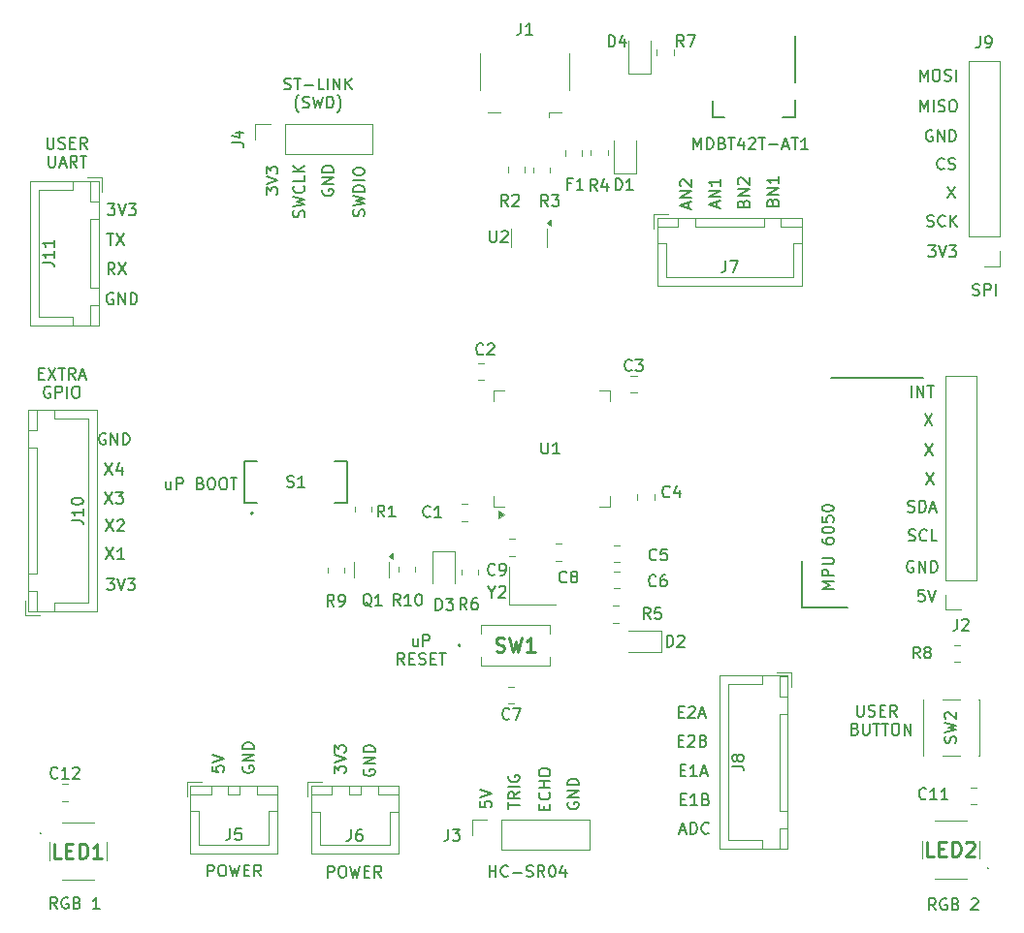
<source format=gbr>
%TF.GenerationSoftware,KiCad,Pcbnew,9.0.0*%
%TF.CreationDate,2025-05-06T13:44:15-06:00*%
%TF.ProjectId,2025_04_STM32F103_RobotBrain,32303235-5f30-4345-9f53-544d33324631,rev?*%
%TF.SameCoordinates,Original*%
%TF.FileFunction,Legend,Top*%
%TF.FilePolarity,Positive*%
%FSLAX46Y46*%
G04 Gerber Fmt 4.6, Leading zero omitted, Abs format (unit mm)*
G04 Created by KiCad (PCBNEW 9.0.0) date 2025-05-06 13:44:15*
%MOMM*%
%LPD*%
G01*
G04 APERTURE LIST*
%ADD10C,0.150000*%
%ADD11C,0.254000*%
%ADD12C,0.120000*%
%ADD13C,0.100000*%
%ADD14C,0.127000*%
%ADD15C,0.200000*%
G04 APERTURE END LIST*
D10*
X107504761Y-69988152D02*
X107504761Y-70654819D01*
X107076190Y-69988152D02*
X107076190Y-70511961D01*
X107076190Y-70511961D02*
X107123809Y-70607200D01*
X107123809Y-70607200D02*
X107219047Y-70654819D01*
X107219047Y-70654819D02*
X107361904Y-70654819D01*
X107361904Y-70654819D02*
X107457142Y-70607200D01*
X107457142Y-70607200D02*
X107504761Y-70559580D01*
X107980952Y-70654819D02*
X107980952Y-69654819D01*
X107980952Y-69654819D02*
X108361904Y-69654819D01*
X108361904Y-69654819D02*
X108457142Y-69702438D01*
X108457142Y-69702438D02*
X108504761Y-69750057D01*
X108504761Y-69750057D02*
X108552380Y-69845295D01*
X108552380Y-69845295D02*
X108552380Y-69988152D01*
X108552380Y-69988152D02*
X108504761Y-70083390D01*
X108504761Y-70083390D02*
X108457142Y-70131009D01*
X108457142Y-70131009D02*
X108361904Y-70178628D01*
X108361904Y-70178628D02*
X107980952Y-70178628D01*
X110076190Y-70131009D02*
X110219047Y-70178628D01*
X110219047Y-70178628D02*
X110266666Y-70226247D01*
X110266666Y-70226247D02*
X110314285Y-70321485D01*
X110314285Y-70321485D02*
X110314285Y-70464342D01*
X110314285Y-70464342D02*
X110266666Y-70559580D01*
X110266666Y-70559580D02*
X110219047Y-70607200D01*
X110219047Y-70607200D02*
X110123809Y-70654819D01*
X110123809Y-70654819D02*
X109742857Y-70654819D01*
X109742857Y-70654819D02*
X109742857Y-69654819D01*
X109742857Y-69654819D02*
X110076190Y-69654819D01*
X110076190Y-69654819D02*
X110171428Y-69702438D01*
X110171428Y-69702438D02*
X110219047Y-69750057D01*
X110219047Y-69750057D02*
X110266666Y-69845295D01*
X110266666Y-69845295D02*
X110266666Y-69940533D01*
X110266666Y-69940533D02*
X110219047Y-70035771D01*
X110219047Y-70035771D02*
X110171428Y-70083390D01*
X110171428Y-70083390D02*
X110076190Y-70131009D01*
X110076190Y-70131009D02*
X109742857Y-70131009D01*
X110933333Y-69654819D02*
X111123809Y-69654819D01*
X111123809Y-69654819D02*
X111219047Y-69702438D01*
X111219047Y-69702438D02*
X111314285Y-69797676D01*
X111314285Y-69797676D02*
X111361904Y-69988152D01*
X111361904Y-69988152D02*
X111361904Y-70321485D01*
X111361904Y-70321485D02*
X111314285Y-70511961D01*
X111314285Y-70511961D02*
X111219047Y-70607200D01*
X111219047Y-70607200D02*
X111123809Y-70654819D01*
X111123809Y-70654819D02*
X110933333Y-70654819D01*
X110933333Y-70654819D02*
X110838095Y-70607200D01*
X110838095Y-70607200D02*
X110742857Y-70511961D01*
X110742857Y-70511961D02*
X110695238Y-70321485D01*
X110695238Y-70321485D02*
X110695238Y-69988152D01*
X110695238Y-69988152D02*
X110742857Y-69797676D01*
X110742857Y-69797676D02*
X110838095Y-69702438D01*
X110838095Y-69702438D02*
X110933333Y-69654819D01*
X111980952Y-69654819D02*
X112171428Y-69654819D01*
X112171428Y-69654819D02*
X112266666Y-69702438D01*
X112266666Y-69702438D02*
X112361904Y-69797676D01*
X112361904Y-69797676D02*
X112409523Y-69988152D01*
X112409523Y-69988152D02*
X112409523Y-70321485D01*
X112409523Y-70321485D02*
X112361904Y-70511961D01*
X112361904Y-70511961D02*
X112266666Y-70607200D01*
X112266666Y-70607200D02*
X112171428Y-70654819D01*
X112171428Y-70654819D02*
X111980952Y-70654819D01*
X111980952Y-70654819D02*
X111885714Y-70607200D01*
X111885714Y-70607200D02*
X111790476Y-70511961D01*
X111790476Y-70511961D02*
X111742857Y-70321485D01*
X111742857Y-70321485D02*
X111742857Y-69988152D01*
X111742857Y-69988152D02*
X111790476Y-69797676D01*
X111790476Y-69797676D02*
X111885714Y-69702438D01*
X111885714Y-69702438D02*
X111980952Y-69654819D01*
X112695238Y-69654819D02*
X113266666Y-69654819D01*
X112980952Y-70654819D02*
X112980952Y-69654819D01*
X162585000Y-80945000D02*
X166585000Y-80945000D01*
X162585000Y-80945000D02*
X162585000Y-76945000D01*
X173165000Y-60945000D02*
X165165000Y-60945000D01*
X111104819Y-94830476D02*
X111104819Y-95306666D01*
X111104819Y-95306666D02*
X111581009Y-95354285D01*
X111581009Y-95354285D02*
X111533390Y-95306666D01*
X111533390Y-95306666D02*
X111485771Y-95211428D01*
X111485771Y-95211428D02*
X111485771Y-94973333D01*
X111485771Y-94973333D02*
X111533390Y-94878095D01*
X111533390Y-94878095D02*
X111581009Y-94830476D01*
X111581009Y-94830476D02*
X111676247Y-94782857D01*
X111676247Y-94782857D02*
X111914342Y-94782857D01*
X111914342Y-94782857D02*
X112009580Y-94830476D01*
X112009580Y-94830476D02*
X112057200Y-94878095D01*
X112057200Y-94878095D02*
X112104819Y-94973333D01*
X112104819Y-94973333D02*
X112104819Y-95211428D01*
X112104819Y-95211428D02*
X112057200Y-95306666D01*
X112057200Y-95306666D02*
X112009580Y-95354285D01*
X111104819Y-94497142D02*
X112104819Y-94163809D01*
X112104819Y-94163809D02*
X111104819Y-93830476D01*
X101840476Y-73304819D02*
X102507142Y-74304819D01*
X102507142Y-73304819D02*
X101840476Y-74304819D01*
X102840476Y-73400057D02*
X102888095Y-73352438D01*
X102888095Y-73352438D02*
X102983333Y-73304819D01*
X102983333Y-73304819D02*
X103221428Y-73304819D01*
X103221428Y-73304819D02*
X103316666Y-73352438D01*
X103316666Y-73352438D02*
X103364285Y-73400057D01*
X103364285Y-73400057D02*
X103411904Y-73495295D01*
X103411904Y-73495295D02*
X103411904Y-73590533D01*
X103411904Y-73590533D02*
X103364285Y-73733390D01*
X103364285Y-73733390D02*
X102792857Y-74304819D01*
X102792857Y-74304819D02*
X103411904Y-74304819D01*
X140081009Y-98631904D02*
X140081009Y-98298571D01*
X140604819Y-98155714D02*
X140604819Y-98631904D01*
X140604819Y-98631904D02*
X139604819Y-98631904D01*
X139604819Y-98631904D02*
X139604819Y-98155714D01*
X140509580Y-97155714D02*
X140557200Y-97203333D01*
X140557200Y-97203333D02*
X140604819Y-97346190D01*
X140604819Y-97346190D02*
X140604819Y-97441428D01*
X140604819Y-97441428D02*
X140557200Y-97584285D01*
X140557200Y-97584285D02*
X140461961Y-97679523D01*
X140461961Y-97679523D02*
X140366723Y-97727142D01*
X140366723Y-97727142D02*
X140176247Y-97774761D01*
X140176247Y-97774761D02*
X140033390Y-97774761D01*
X140033390Y-97774761D02*
X139842914Y-97727142D01*
X139842914Y-97727142D02*
X139747676Y-97679523D01*
X139747676Y-97679523D02*
X139652438Y-97584285D01*
X139652438Y-97584285D02*
X139604819Y-97441428D01*
X139604819Y-97441428D02*
X139604819Y-97346190D01*
X139604819Y-97346190D02*
X139652438Y-97203333D01*
X139652438Y-97203333D02*
X139700057Y-97155714D01*
X140604819Y-96727142D02*
X139604819Y-96727142D01*
X140081009Y-96727142D02*
X140081009Y-96155714D01*
X140604819Y-96155714D02*
X139604819Y-96155714D01*
X139604819Y-95489047D02*
X139604819Y-95298571D01*
X139604819Y-95298571D02*
X139652438Y-95203333D01*
X139652438Y-95203333D02*
X139747676Y-95108095D01*
X139747676Y-95108095D02*
X139938152Y-95060476D01*
X139938152Y-95060476D02*
X140271485Y-95060476D01*
X140271485Y-95060476D02*
X140461961Y-95108095D01*
X140461961Y-95108095D02*
X140557200Y-95203333D01*
X140557200Y-95203333D02*
X140604819Y-95298571D01*
X140604819Y-95298571D02*
X140604819Y-95489047D01*
X140604819Y-95489047D02*
X140557200Y-95584285D01*
X140557200Y-95584285D02*
X140461961Y-95679523D01*
X140461961Y-95679523D02*
X140271485Y-95727142D01*
X140271485Y-95727142D02*
X139938152Y-95727142D01*
X139938152Y-95727142D02*
X139747676Y-95679523D01*
X139747676Y-95679523D02*
X139652438Y-95584285D01*
X139652438Y-95584285D02*
X139604819Y-95489047D01*
X152009524Y-97741009D02*
X152342857Y-97741009D01*
X152485714Y-98264819D02*
X152009524Y-98264819D01*
X152009524Y-98264819D02*
X152009524Y-97264819D01*
X152009524Y-97264819D02*
X152485714Y-97264819D01*
X153438095Y-98264819D02*
X152866667Y-98264819D01*
X153152381Y-98264819D02*
X153152381Y-97264819D01*
X153152381Y-97264819D02*
X153057143Y-97407676D01*
X153057143Y-97407676D02*
X152961905Y-97502914D01*
X152961905Y-97502914D02*
X152866667Y-97550533D01*
X154200000Y-97741009D02*
X154342857Y-97788628D01*
X154342857Y-97788628D02*
X154390476Y-97836247D01*
X154390476Y-97836247D02*
X154438095Y-97931485D01*
X154438095Y-97931485D02*
X154438095Y-98074342D01*
X154438095Y-98074342D02*
X154390476Y-98169580D01*
X154390476Y-98169580D02*
X154342857Y-98217200D01*
X154342857Y-98217200D02*
X154247619Y-98264819D01*
X154247619Y-98264819D02*
X153866667Y-98264819D01*
X153866667Y-98264819D02*
X153866667Y-97264819D01*
X153866667Y-97264819D02*
X154200000Y-97264819D01*
X154200000Y-97264819D02*
X154295238Y-97312438D01*
X154295238Y-97312438D02*
X154342857Y-97360057D01*
X154342857Y-97360057D02*
X154390476Y-97455295D01*
X154390476Y-97455295D02*
X154390476Y-97550533D01*
X154390476Y-97550533D02*
X154342857Y-97645771D01*
X154342857Y-97645771D02*
X154295238Y-97693390D01*
X154295238Y-97693390D02*
X154200000Y-97741009D01*
X154200000Y-97741009D02*
X153866667Y-97741009D01*
X155149104Y-46008094D02*
X155149104Y-45531904D01*
X155434819Y-46103332D02*
X154434819Y-45769999D01*
X154434819Y-45769999D02*
X155434819Y-45436666D01*
X155434819Y-45103332D02*
X154434819Y-45103332D01*
X154434819Y-45103332D02*
X155434819Y-44531904D01*
X155434819Y-44531904D02*
X154434819Y-44531904D01*
X155434819Y-43531904D02*
X155434819Y-44103332D01*
X155434819Y-43817618D02*
X154434819Y-43817618D01*
X154434819Y-43817618D02*
X154577676Y-43912856D01*
X154577676Y-43912856D02*
X154672914Y-44008094D01*
X154672914Y-44008094D02*
X154720533Y-44103332D01*
X173396667Y-69234819D02*
X174063333Y-70234819D01*
X174063333Y-69234819D02*
X173396667Y-70234819D01*
X120722438Y-44441904D02*
X120674819Y-44537142D01*
X120674819Y-44537142D02*
X120674819Y-44679999D01*
X120674819Y-44679999D02*
X120722438Y-44822856D01*
X120722438Y-44822856D02*
X120817676Y-44918094D01*
X120817676Y-44918094D02*
X120912914Y-44965713D01*
X120912914Y-44965713D02*
X121103390Y-45013332D01*
X121103390Y-45013332D02*
X121246247Y-45013332D01*
X121246247Y-45013332D02*
X121436723Y-44965713D01*
X121436723Y-44965713D02*
X121531961Y-44918094D01*
X121531961Y-44918094D02*
X121627200Y-44822856D01*
X121627200Y-44822856D02*
X121674819Y-44679999D01*
X121674819Y-44679999D02*
X121674819Y-44584761D01*
X121674819Y-44584761D02*
X121627200Y-44441904D01*
X121627200Y-44441904D02*
X121579580Y-44394285D01*
X121579580Y-44394285D02*
X121246247Y-44394285D01*
X121246247Y-44394285D02*
X121246247Y-44584761D01*
X121674819Y-43965713D02*
X120674819Y-43965713D01*
X120674819Y-43965713D02*
X121674819Y-43394285D01*
X121674819Y-43394285D02*
X120674819Y-43394285D01*
X121674819Y-42918094D02*
X120674819Y-42918094D01*
X120674819Y-42918094D02*
X120674819Y-42679999D01*
X120674819Y-42679999D02*
X120722438Y-42537142D01*
X120722438Y-42537142D02*
X120817676Y-42441904D01*
X120817676Y-42441904D02*
X120912914Y-42394285D01*
X120912914Y-42394285D02*
X121103390Y-42346666D01*
X121103390Y-42346666D02*
X121246247Y-42346666D01*
X121246247Y-42346666D02*
X121436723Y-42394285D01*
X121436723Y-42394285D02*
X121531961Y-42441904D01*
X121531961Y-42441904D02*
X121627200Y-42537142D01*
X121627200Y-42537142D02*
X121674819Y-42679999D01*
X121674819Y-42679999D02*
X121674819Y-42918094D01*
X172888572Y-34964819D02*
X172888572Y-33964819D01*
X172888572Y-33964819D02*
X173221905Y-34679104D01*
X173221905Y-34679104D02*
X173555238Y-33964819D01*
X173555238Y-33964819D02*
X173555238Y-34964819D01*
X174221905Y-33964819D02*
X174412381Y-33964819D01*
X174412381Y-33964819D02*
X174507619Y-34012438D01*
X174507619Y-34012438D02*
X174602857Y-34107676D01*
X174602857Y-34107676D02*
X174650476Y-34298152D01*
X174650476Y-34298152D02*
X174650476Y-34631485D01*
X174650476Y-34631485D02*
X174602857Y-34821961D01*
X174602857Y-34821961D02*
X174507619Y-34917200D01*
X174507619Y-34917200D02*
X174412381Y-34964819D01*
X174412381Y-34964819D02*
X174221905Y-34964819D01*
X174221905Y-34964819D02*
X174126667Y-34917200D01*
X174126667Y-34917200D02*
X174031429Y-34821961D01*
X174031429Y-34821961D02*
X173983810Y-34631485D01*
X173983810Y-34631485D02*
X173983810Y-34298152D01*
X173983810Y-34298152D02*
X174031429Y-34107676D01*
X174031429Y-34107676D02*
X174126667Y-34012438D01*
X174126667Y-34012438D02*
X174221905Y-33964819D01*
X175031429Y-34917200D02*
X175174286Y-34964819D01*
X175174286Y-34964819D02*
X175412381Y-34964819D01*
X175412381Y-34964819D02*
X175507619Y-34917200D01*
X175507619Y-34917200D02*
X175555238Y-34869580D01*
X175555238Y-34869580D02*
X175602857Y-34774342D01*
X175602857Y-34774342D02*
X175602857Y-34679104D01*
X175602857Y-34679104D02*
X175555238Y-34583866D01*
X175555238Y-34583866D02*
X175507619Y-34536247D01*
X175507619Y-34536247D02*
X175412381Y-34488628D01*
X175412381Y-34488628D02*
X175221905Y-34441009D01*
X175221905Y-34441009D02*
X175126667Y-34393390D01*
X175126667Y-34393390D02*
X175079048Y-34345771D01*
X175079048Y-34345771D02*
X175031429Y-34250533D01*
X175031429Y-34250533D02*
X175031429Y-34155295D01*
X175031429Y-34155295D02*
X175079048Y-34060057D01*
X175079048Y-34060057D02*
X175126667Y-34012438D01*
X175126667Y-34012438D02*
X175221905Y-33964819D01*
X175221905Y-33964819D02*
X175460000Y-33964819D01*
X175460000Y-33964819D02*
X175602857Y-34012438D01*
X176031429Y-34964819D02*
X176031429Y-33964819D01*
X101981905Y-45694819D02*
X102600952Y-45694819D01*
X102600952Y-45694819D02*
X102267619Y-46075771D01*
X102267619Y-46075771D02*
X102410476Y-46075771D01*
X102410476Y-46075771D02*
X102505714Y-46123390D01*
X102505714Y-46123390D02*
X102553333Y-46171009D01*
X102553333Y-46171009D02*
X102600952Y-46266247D01*
X102600952Y-46266247D02*
X102600952Y-46504342D01*
X102600952Y-46504342D02*
X102553333Y-46599580D01*
X102553333Y-46599580D02*
X102505714Y-46647200D01*
X102505714Y-46647200D02*
X102410476Y-46694819D01*
X102410476Y-46694819D02*
X102124762Y-46694819D01*
X102124762Y-46694819D02*
X102029524Y-46647200D01*
X102029524Y-46647200D02*
X101981905Y-46599580D01*
X102886667Y-45694819D02*
X103220000Y-46694819D01*
X103220000Y-46694819D02*
X103553333Y-45694819D01*
X103791429Y-45694819D02*
X104410476Y-45694819D01*
X104410476Y-45694819D02*
X104077143Y-46075771D01*
X104077143Y-46075771D02*
X104220000Y-46075771D01*
X104220000Y-46075771D02*
X104315238Y-46123390D01*
X104315238Y-46123390D02*
X104362857Y-46171009D01*
X104362857Y-46171009D02*
X104410476Y-46266247D01*
X104410476Y-46266247D02*
X104410476Y-46504342D01*
X104410476Y-46504342D02*
X104362857Y-46599580D01*
X104362857Y-46599580D02*
X104315238Y-46647200D01*
X104315238Y-46647200D02*
X104220000Y-46694819D01*
X104220000Y-46694819D02*
X103934286Y-46694819D01*
X103934286Y-46694819D02*
X103839048Y-46647200D01*
X103839048Y-46647200D02*
X103791429Y-46599580D01*
X151830952Y-90081009D02*
X152164285Y-90081009D01*
X152307142Y-90604819D02*
X151830952Y-90604819D01*
X151830952Y-90604819D02*
X151830952Y-89604819D01*
X151830952Y-89604819D02*
X152307142Y-89604819D01*
X152688095Y-89700057D02*
X152735714Y-89652438D01*
X152735714Y-89652438D02*
X152830952Y-89604819D01*
X152830952Y-89604819D02*
X153069047Y-89604819D01*
X153069047Y-89604819D02*
X153164285Y-89652438D01*
X153164285Y-89652438D02*
X153211904Y-89700057D01*
X153211904Y-89700057D02*
X153259523Y-89795295D01*
X153259523Y-89795295D02*
X153259523Y-89890533D01*
X153259523Y-89890533D02*
X153211904Y-90033390D01*
X153211904Y-90033390D02*
X152640476Y-90604819D01*
X152640476Y-90604819D02*
X153259523Y-90604819D01*
X153640476Y-90319104D02*
X154116666Y-90319104D01*
X153545238Y-90604819D02*
X153878571Y-89604819D01*
X153878571Y-89604819D02*
X154211904Y-90604819D01*
X101918095Y-48274819D02*
X102489523Y-48274819D01*
X102203809Y-49274819D02*
X102203809Y-48274819D01*
X102727619Y-48274819D02*
X103394285Y-49274819D01*
X103394285Y-48274819D02*
X102727619Y-49274819D01*
X102448095Y-53532438D02*
X102352857Y-53484819D01*
X102352857Y-53484819D02*
X102210000Y-53484819D01*
X102210000Y-53484819D02*
X102067143Y-53532438D01*
X102067143Y-53532438D02*
X101971905Y-53627676D01*
X101971905Y-53627676D02*
X101924286Y-53722914D01*
X101924286Y-53722914D02*
X101876667Y-53913390D01*
X101876667Y-53913390D02*
X101876667Y-54056247D01*
X101876667Y-54056247D02*
X101924286Y-54246723D01*
X101924286Y-54246723D02*
X101971905Y-54341961D01*
X101971905Y-54341961D02*
X102067143Y-54437200D01*
X102067143Y-54437200D02*
X102210000Y-54484819D01*
X102210000Y-54484819D02*
X102305238Y-54484819D01*
X102305238Y-54484819D02*
X102448095Y-54437200D01*
X102448095Y-54437200D02*
X102495714Y-54389580D01*
X102495714Y-54389580D02*
X102495714Y-54056247D01*
X102495714Y-54056247D02*
X102305238Y-54056247D01*
X102924286Y-54484819D02*
X102924286Y-53484819D01*
X102924286Y-53484819D02*
X103495714Y-54484819D01*
X103495714Y-54484819D02*
X103495714Y-53484819D01*
X103971905Y-54484819D02*
X103971905Y-53484819D01*
X103971905Y-53484819D02*
X104210000Y-53484819D01*
X104210000Y-53484819D02*
X104352857Y-53532438D01*
X104352857Y-53532438D02*
X104448095Y-53627676D01*
X104448095Y-53627676D02*
X104495714Y-53722914D01*
X104495714Y-53722914D02*
X104543333Y-53913390D01*
X104543333Y-53913390D02*
X104543333Y-54056247D01*
X104543333Y-54056247D02*
X104495714Y-54246723D01*
X104495714Y-54246723D02*
X104448095Y-54341961D01*
X104448095Y-54341961D02*
X104352857Y-54437200D01*
X104352857Y-54437200D02*
X104210000Y-54484819D01*
X104210000Y-54484819D02*
X103971905Y-54484819D01*
X135296667Y-104514819D02*
X135296667Y-103514819D01*
X135296667Y-103991009D02*
X135868095Y-103991009D01*
X135868095Y-104514819D02*
X135868095Y-103514819D01*
X136915714Y-104419580D02*
X136868095Y-104467200D01*
X136868095Y-104467200D02*
X136725238Y-104514819D01*
X136725238Y-104514819D02*
X136630000Y-104514819D01*
X136630000Y-104514819D02*
X136487143Y-104467200D01*
X136487143Y-104467200D02*
X136391905Y-104371961D01*
X136391905Y-104371961D02*
X136344286Y-104276723D01*
X136344286Y-104276723D02*
X136296667Y-104086247D01*
X136296667Y-104086247D02*
X136296667Y-103943390D01*
X136296667Y-103943390D02*
X136344286Y-103752914D01*
X136344286Y-103752914D02*
X136391905Y-103657676D01*
X136391905Y-103657676D02*
X136487143Y-103562438D01*
X136487143Y-103562438D02*
X136630000Y-103514819D01*
X136630000Y-103514819D02*
X136725238Y-103514819D01*
X136725238Y-103514819D02*
X136868095Y-103562438D01*
X136868095Y-103562438D02*
X136915714Y-103610057D01*
X137344286Y-104133866D02*
X138106191Y-104133866D01*
X138534762Y-104467200D02*
X138677619Y-104514819D01*
X138677619Y-104514819D02*
X138915714Y-104514819D01*
X138915714Y-104514819D02*
X139010952Y-104467200D01*
X139010952Y-104467200D02*
X139058571Y-104419580D01*
X139058571Y-104419580D02*
X139106190Y-104324342D01*
X139106190Y-104324342D02*
X139106190Y-104229104D01*
X139106190Y-104229104D02*
X139058571Y-104133866D01*
X139058571Y-104133866D02*
X139010952Y-104086247D01*
X139010952Y-104086247D02*
X138915714Y-104038628D01*
X138915714Y-104038628D02*
X138725238Y-103991009D01*
X138725238Y-103991009D02*
X138630000Y-103943390D01*
X138630000Y-103943390D02*
X138582381Y-103895771D01*
X138582381Y-103895771D02*
X138534762Y-103800533D01*
X138534762Y-103800533D02*
X138534762Y-103705295D01*
X138534762Y-103705295D02*
X138582381Y-103610057D01*
X138582381Y-103610057D02*
X138630000Y-103562438D01*
X138630000Y-103562438D02*
X138725238Y-103514819D01*
X138725238Y-103514819D02*
X138963333Y-103514819D01*
X138963333Y-103514819D02*
X139106190Y-103562438D01*
X140106190Y-104514819D02*
X139772857Y-104038628D01*
X139534762Y-104514819D02*
X139534762Y-103514819D01*
X139534762Y-103514819D02*
X139915714Y-103514819D01*
X139915714Y-103514819D02*
X140010952Y-103562438D01*
X140010952Y-103562438D02*
X140058571Y-103610057D01*
X140058571Y-103610057D02*
X140106190Y-103705295D01*
X140106190Y-103705295D02*
X140106190Y-103848152D01*
X140106190Y-103848152D02*
X140058571Y-103943390D01*
X140058571Y-103943390D02*
X140010952Y-103991009D01*
X140010952Y-103991009D02*
X139915714Y-104038628D01*
X139915714Y-104038628D02*
X139534762Y-104038628D01*
X140725238Y-103514819D02*
X140820476Y-103514819D01*
X140820476Y-103514819D02*
X140915714Y-103562438D01*
X140915714Y-103562438D02*
X140963333Y-103610057D01*
X140963333Y-103610057D02*
X141010952Y-103705295D01*
X141010952Y-103705295D02*
X141058571Y-103895771D01*
X141058571Y-103895771D02*
X141058571Y-104133866D01*
X141058571Y-104133866D02*
X141010952Y-104324342D01*
X141010952Y-104324342D02*
X140963333Y-104419580D01*
X140963333Y-104419580D02*
X140915714Y-104467200D01*
X140915714Y-104467200D02*
X140820476Y-104514819D01*
X140820476Y-104514819D02*
X140725238Y-104514819D01*
X140725238Y-104514819D02*
X140630000Y-104467200D01*
X140630000Y-104467200D02*
X140582381Y-104419580D01*
X140582381Y-104419580D02*
X140534762Y-104324342D01*
X140534762Y-104324342D02*
X140487143Y-104133866D01*
X140487143Y-104133866D02*
X140487143Y-103895771D01*
X140487143Y-103895771D02*
X140534762Y-103705295D01*
X140534762Y-103705295D02*
X140582381Y-103610057D01*
X140582381Y-103610057D02*
X140630000Y-103562438D01*
X140630000Y-103562438D02*
X140725238Y-103514819D01*
X141915714Y-103848152D02*
X141915714Y-104514819D01*
X141677619Y-103467200D02*
X141439524Y-104181485D01*
X141439524Y-104181485D02*
X142058571Y-104181485D01*
X115824819Y-44888094D02*
X115824819Y-44269047D01*
X115824819Y-44269047D02*
X116205771Y-44602380D01*
X116205771Y-44602380D02*
X116205771Y-44459523D01*
X116205771Y-44459523D02*
X116253390Y-44364285D01*
X116253390Y-44364285D02*
X116301009Y-44316666D01*
X116301009Y-44316666D02*
X116396247Y-44269047D01*
X116396247Y-44269047D02*
X116634342Y-44269047D01*
X116634342Y-44269047D02*
X116729580Y-44316666D01*
X116729580Y-44316666D02*
X116777200Y-44364285D01*
X116777200Y-44364285D02*
X116824819Y-44459523D01*
X116824819Y-44459523D02*
X116824819Y-44745237D01*
X116824819Y-44745237D02*
X116777200Y-44840475D01*
X116777200Y-44840475D02*
X116729580Y-44888094D01*
X115824819Y-43983332D02*
X116824819Y-43649999D01*
X116824819Y-43649999D02*
X115824819Y-43316666D01*
X115824819Y-43078570D02*
X115824819Y-42459523D01*
X115824819Y-42459523D02*
X116205771Y-42792856D01*
X116205771Y-42792856D02*
X116205771Y-42649999D01*
X116205771Y-42649999D02*
X116253390Y-42554761D01*
X116253390Y-42554761D02*
X116301009Y-42507142D01*
X116301009Y-42507142D02*
X116396247Y-42459523D01*
X116396247Y-42459523D02*
X116634342Y-42459523D01*
X116634342Y-42459523D02*
X116729580Y-42507142D01*
X116729580Y-42507142D02*
X116777200Y-42554761D01*
X116777200Y-42554761D02*
X116824819Y-42649999D01*
X116824819Y-42649999D02*
X116824819Y-42935713D01*
X116824819Y-42935713D02*
X116777200Y-43030951D01*
X116777200Y-43030951D02*
X116729580Y-43078570D01*
X151980952Y-95181009D02*
X152314285Y-95181009D01*
X152457142Y-95704819D02*
X151980952Y-95704819D01*
X151980952Y-95704819D02*
X151980952Y-94704819D01*
X151980952Y-94704819D02*
X152457142Y-94704819D01*
X153409523Y-95704819D02*
X152838095Y-95704819D01*
X153123809Y-95704819D02*
X153123809Y-94704819D01*
X153123809Y-94704819D02*
X153028571Y-94847676D01*
X153028571Y-94847676D02*
X152933333Y-94942914D01*
X152933333Y-94942914D02*
X152838095Y-94990533D01*
X153790476Y-95419104D02*
X154266666Y-95419104D01*
X153695238Y-95704819D02*
X154028571Y-94704819D01*
X154028571Y-94704819D02*
X154361904Y-95704819D01*
X175296667Y-44194819D02*
X175963333Y-45194819D01*
X175963333Y-44194819D02*
X175296667Y-45194819D01*
X102583333Y-51864819D02*
X102250000Y-51388628D01*
X102011905Y-51864819D02*
X102011905Y-50864819D01*
X102011905Y-50864819D02*
X102392857Y-50864819D01*
X102392857Y-50864819D02*
X102488095Y-50912438D01*
X102488095Y-50912438D02*
X102535714Y-50960057D01*
X102535714Y-50960057D02*
X102583333Y-51055295D01*
X102583333Y-51055295D02*
X102583333Y-51198152D01*
X102583333Y-51198152D02*
X102535714Y-51293390D01*
X102535714Y-51293390D02*
X102488095Y-51341009D01*
X102488095Y-51341009D02*
X102392857Y-51388628D01*
X102392857Y-51388628D02*
X102011905Y-51388628D01*
X102916667Y-50864819D02*
X103583333Y-51864819D01*
X103583333Y-50864819D02*
X102916667Y-51864819D01*
X101730476Y-68354819D02*
X102397142Y-69354819D01*
X102397142Y-68354819D02*
X101730476Y-69354819D01*
X103206666Y-68688152D02*
X103206666Y-69354819D01*
X102968571Y-68307200D02*
X102730476Y-69021485D01*
X102730476Y-69021485D02*
X103349523Y-69021485D01*
X171909524Y-75107200D02*
X172052381Y-75154819D01*
X172052381Y-75154819D02*
X172290476Y-75154819D01*
X172290476Y-75154819D02*
X172385714Y-75107200D01*
X172385714Y-75107200D02*
X172433333Y-75059580D01*
X172433333Y-75059580D02*
X172480952Y-74964342D01*
X172480952Y-74964342D02*
X172480952Y-74869104D01*
X172480952Y-74869104D02*
X172433333Y-74773866D01*
X172433333Y-74773866D02*
X172385714Y-74726247D01*
X172385714Y-74726247D02*
X172290476Y-74678628D01*
X172290476Y-74678628D02*
X172100000Y-74631009D01*
X172100000Y-74631009D02*
X172004762Y-74583390D01*
X172004762Y-74583390D02*
X171957143Y-74535771D01*
X171957143Y-74535771D02*
X171909524Y-74440533D01*
X171909524Y-74440533D02*
X171909524Y-74345295D01*
X171909524Y-74345295D02*
X171957143Y-74250057D01*
X171957143Y-74250057D02*
X172004762Y-74202438D01*
X172004762Y-74202438D02*
X172100000Y-74154819D01*
X172100000Y-74154819D02*
X172338095Y-74154819D01*
X172338095Y-74154819D02*
X172480952Y-74202438D01*
X173480952Y-75059580D02*
X173433333Y-75107200D01*
X173433333Y-75107200D02*
X173290476Y-75154819D01*
X173290476Y-75154819D02*
X173195238Y-75154819D01*
X173195238Y-75154819D02*
X173052381Y-75107200D01*
X173052381Y-75107200D02*
X172957143Y-75011961D01*
X172957143Y-75011961D02*
X172909524Y-74916723D01*
X172909524Y-74916723D02*
X172861905Y-74726247D01*
X172861905Y-74726247D02*
X172861905Y-74583390D01*
X172861905Y-74583390D02*
X172909524Y-74392914D01*
X172909524Y-74392914D02*
X172957143Y-74297676D01*
X172957143Y-74297676D02*
X173052381Y-74202438D01*
X173052381Y-74202438D02*
X173195238Y-74154819D01*
X173195238Y-74154819D02*
X173290476Y-74154819D01*
X173290476Y-74154819D02*
X173433333Y-74202438D01*
X173433333Y-74202438D02*
X173480952Y-74250057D01*
X174385714Y-75154819D02*
X173909524Y-75154819D01*
X173909524Y-75154819D02*
X173909524Y-74154819D01*
X171845714Y-72587200D02*
X171988571Y-72634819D01*
X171988571Y-72634819D02*
X172226666Y-72634819D01*
X172226666Y-72634819D02*
X172321904Y-72587200D01*
X172321904Y-72587200D02*
X172369523Y-72539580D01*
X172369523Y-72539580D02*
X172417142Y-72444342D01*
X172417142Y-72444342D02*
X172417142Y-72349104D01*
X172417142Y-72349104D02*
X172369523Y-72253866D01*
X172369523Y-72253866D02*
X172321904Y-72206247D01*
X172321904Y-72206247D02*
X172226666Y-72158628D01*
X172226666Y-72158628D02*
X172036190Y-72111009D01*
X172036190Y-72111009D02*
X171940952Y-72063390D01*
X171940952Y-72063390D02*
X171893333Y-72015771D01*
X171893333Y-72015771D02*
X171845714Y-71920533D01*
X171845714Y-71920533D02*
X171845714Y-71825295D01*
X171845714Y-71825295D02*
X171893333Y-71730057D01*
X171893333Y-71730057D02*
X171940952Y-71682438D01*
X171940952Y-71682438D02*
X172036190Y-71634819D01*
X172036190Y-71634819D02*
X172274285Y-71634819D01*
X172274285Y-71634819D02*
X172417142Y-71682438D01*
X172845714Y-72634819D02*
X172845714Y-71634819D01*
X172845714Y-71634819D02*
X173083809Y-71634819D01*
X173083809Y-71634819D02*
X173226666Y-71682438D01*
X173226666Y-71682438D02*
X173321904Y-71777676D01*
X173321904Y-71777676D02*
X173369523Y-71872914D01*
X173369523Y-71872914D02*
X173417142Y-72063390D01*
X173417142Y-72063390D02*
X173417142Y-72206247D01*
X173417142Y-72206247D02*
X173369523Y-72396723D01*
X173369523Y-72396723D02*
X173321904Y-72491961D01*
X173321904Y-72491961D02*
X173226666Y-72587200D01*
X173226666Y-72587200D02*
X173083809Y-72634819D01*
X173083809Y-72634819D02*
X172845714Y-72634819D01*
X173798095Y-72349104D02*
X174274285Y-72349104D01*
X173702857Y-72634819D02*
X174036190Y-71634819D01*
X174036190Y-71634819D02*
X174369523Y-72634819D01*
X121190476Y-104554819D02*
X121190476Y-103554819D01*
X121190476Y-103554819D02*
X121571428Y-103554819D01*
X121571428Y-103554819D02*
X121666666Y-103602438D01*
X121666666Y-103602438D02*
X121714285Y-103650057D01*
X121714285Y-103650057D02*
X121761904Y-103745295D01*
X121761904Y-103745295D02*
X121761904Y-103888152D01*
X121761904Y-103888152D02*
X121714285Y-103983390D01*
X121714285Y-103983390D02*
X121666666Y-104031009D01*
X121666666Y-104031009D02*
X121571428Y-104078628D01*
X121571428Y-104078628D02*
X121190476Y-104078628D01*
X122380952Y-103554819D02*
X122571428Y-103554819D01*
X122571428Y-103554819D02*
X122666666Y-103602438D01*
X122666666Y-103602438D02*
X122761904Y-103697676D01*
X122761904Y-103697676D02*
X122809523Y-103888152D01*
X122809523Y-103888152D02*
X122809523Y-104221485D01*
X122809523Y-104221485D02*
X122761904Y-104411961D01*
X122761904Y-104411961D02*
X122666666Y-104507200D01*
X122666666Y-104507200D02*
X122571428Y-104554819D01*
X122571428Y-104554819D02*
X122380952Y-104554819D01*
X122380952Y-104554819D02*
X122285714Y-104507200D01*
X122285714Y-104507200D02*
X122190476Y-104411961D01*
X122190476Y-104411961D02*
X122142857Y-104221485D01*
X122142857Y-104221485D02*
X122142857Y-103888152D01*
X122142857Y-103888152D02*
X122190476Y-103697676D01*
X122190476Y-103697676D02*
X122285714Y-103602438D01*
X122285714Y-103602438D02*
X122380952Y-103554819D01*
X123142857Y-103554819D02*
X123380952Y-104554819D01*
X123380952Y-104554819D02*
X123571428Y-103840533D01*
X123571428Y-103840533D02*
X123761904Y-104554819D01*
X123761904Y-104554819D02*
X124000000Y-103554819D01*
X124380952Y-104031009D02*
X124714285Y-104031009D01*
X124857142Y-104554819D02*
X124380952Y-104554819D01*
X124380952Y-104554819D02*
X124380952Y-103554819D01*
X124380952Y-103554819D02*
X124857142Y-103554819D01*
X125857142Y-104554819D02*
X125523809Y-104078628D01*
X125285714Y-104554819D02*
X125285714Y-103554819D01*
X125285714Y-103554819D02*
X125666666Y-103554819D01*
X125666666Y-103554819D02*
X125761904Y-103602438D01*
X125761904Y-103602438D02*
X125809523Y-103650057D01*
X125809523Y-103650057D02*
X125857142Y-103745295D01*
X125857142Y-103745295D02*
X125857142Y-103888152D01*
X125857142Y-103888152D02*
X125809523Y-103983390D01*
X125809523Y-103983390D02*
X125761904Y-104031009D01*
X125761904Y-104031009D02*
X125666666Y-104078628D01*
X125666666Y-104078628D02*
X125285714Y-104078628D01*
X124342438Y-95121904D02*
X124294819Y-95217142D01*
X124294819Y-95217142D02*
X124294819Y-95359999D01*
X124294819Y-95359999D02*
X124342438Y-95502856D01*
X124342438Y-95502856D02*
X124437676Y-95598094D01*
X124437676Y-95598094D02*
X124532914Y-95645713D01*
X124532914Y-95645713D02*
X124723390Y-95693332D01*
X124723390Y-95693332D02*
X124866247Y-95693332D01*
X124866247Y-95693332D02*
X125056723Y-95645713D01*
X125056723Y-95645713D02*
X125151961Y-95598094D01*
X125151961Y-95598094D02*
X125247200Y-95502856D01*
X125247200Y-95502856D02*
X125294819Y-95359999D01*
X125294819Y-95359999D02*
X125294819Y-95264761D01*
X125294819Y-95264761D02*
X125247200Y-95121904D01*
X125247200Y-95121904D02*
X125199580Y-95074285D01*
X125199580Y-95074285D02*
X124866247Y-95074285D01*
X124866247Y-95074285D02*
X124866247Y-95264761D01*
X125294819Y-94645713D02*
X124294819Y-94645713D01*
X124294819Y-94645713D02*
X125294819Y-94074285D01*
X125294819Y-94074285D02*
X124294819Y-94074285D01*
X125294819Y-93598094D02*
X124294819Y-93598094D01*
X124294819Y-93598094D02*
X124294819Y-93359999D01*
X124294819Y-93359999D02*
X124342438Y-93217142D01*
X124342438Y-93217142D02*
X124437676Y-93121904D01*
X124437676Y-93121904D02*
X124532914Y-93074285D01*
X124532914Y-93074285D02*
X124723390Y-93026666D01*
X124723390Y-93026666D02*
X124866247Y-93026666D01*
X124866247Y-93026666D02*
X125056723Y-93074285D01*
X125056723Y-93074285D02*
X125151961Y-93121904D01*
X125151961Y-93121904D02*
X125247200Y-93217142D01*
X125247200Y-93217142D02*
X125294819Y-93359999D01*
X125294819Y-93359999D02*
X125294819Y-93598094D01*
X173621905Y-49344819D02*
X174240952Y-49344819D01*
X174240952Y-49344819D02*
X173907619Y-49725771D01*
X173907619Y-49725771D02*
X174050476Y-49725771D01*
X174050476Y-49725771D02*
X174145714Y-49773390D01*
X174145714Y-49773390D02*
X174193333Y-49821009D01*
X174193333Y-49821009D02*
X174240952Y-49916247D01*
X174240952Y-49916247D02*
X174240952Y-50154342D01*
X174240952Y-50154342D02*
X174193333Y-50249580D01*
X174193333Y-50249580D02*
X174145714Y-50297200D01*
X174145714Y-50297200D02*
X174050476Y-50344819D01*
X174050476Y-50344819D02*
X173764762Y-50344819D01*
X173764762Y-50344819D02*
X173669524Y-50297200D01*
X173669524Y-50297200D02*
X173621905Y-50249580D01*
X174526667Y-49344819D02*
X174860000Y-50344819D01*
X174860000Y-50344819D02*
X175193333Y-49344819D01*
X175431429Y-49344819D02*
X176050476Y-49344819D01*
X176050476Y-49344819D02*
X175717143Y-49725771D01*
X175717143Y-49725771D02*
X175860000Y-49725771D01*
X175860000Y-49725771D02*
X175955238Y-49773390D01*
X175955238Y-49773390D02*
X176002857Y-49821009D01*
X176002857Y-49821009D02*
X176050476Y-49916247D01*
X176050476Y-49916247D02*
X176050476Y-50154342D01*
X176050476Y-50154342D02*
X176002857Y-50249580D01*
X176002857Y-50249580D02*
X175955238Y-50297200D01*
X175955238Y-50297200D02*
X175860000Y-50344819D01*
X175860000Y-50344819D02*
X175574286Y-50344819D01*
X175574286Y-50344819D02*
X175479048Y-50297200D01*
X175479048Y-50297200D02*
X175431429Y-50249580D01*
X113792438Y-94861904D02*
X113744819Y-94957142D01*
X113744819Y-94957142D02*
X113744819Y-95099999D01*
X113744819Y-95099999D02*
X113792438Y-95242856D01*
X113792438Y-95242856D02*
X113887676Y-95338094D01*
X113887676Y-95338094D02*
X113982914Y-95385713D01*
X113982914Y-95385713D02*
X114173390Y-95433332D01*
X114173390Y-95433332D02*
X114316247Y-95433332D01*
X114316247Y-95433332D02*
X114506723Y-95385713D01*
X114506723Y-95385713D02*
X114601961Y-95338094D01*
X114601961Y-95338094D02*
X114697200Y-95242856D01*
X114697200Y-95242856D02*
X114744819Y-95099999D01*
X114744819Y-95099999D02*
X114744819Y-95004761D01*
X114744819Y-95004761D02*
X114697200Y-94861904D01*
X114697200Y-94861904D02*
X114649580Y-94814285D01*
X114649580Y-94814285D02*
X114316247Y-94814285D01*
X114316247Y-94814285D02*
X114316247Y-95004761D01*
X114744819Y-94385713D02*
X113744819Y-94385713D01*
X113744819Y-94385713D02*
X114744819Y-93814285D01*
X114744819Y-93814285D02*
X113744819Y-93814285D01*
X114744819Y-93338094D02*
X113744819Y-93338094D01*
X113744819Y-93338094D02*
X113744819Y-93099999D01*
X113744819Y-93099999D02*
X113792438Y-92957142D01*
X113792438Y-92957142D02*
X113887676Y-92861904D01*
X113887676Y-92861904D02*
X113982914Y-92814285D01*
X113982914Y-92814285D02*
X114173390Y-92766666D01*
X114173390Y-92766666D02*
X114316247Y-92766666D01*
X114316247Y-92766666D02*
X114506723Y-92814285D01*
X114506723Y-92814285D02*
X114601961Y-92861904D01*
X114601961Y-92861904D02*
X114697200Y-92957142D01*
X114697200Y-92957142D02*
X114744819Y-93099999D01*
X114744819Y-93099999D02*
X114744819Y-93338094D01*
X101901905Y-78454819D02*
X102520952Y-78454819D01*
X102520952Y-78454819D02*
X102187619Y-78835771D01*
X102187619Y-78835771D02*
X102330476Y-78835771D01*
X102330476Y-78835771D02*
X102425714Y-78883390D01*
X102425714Y-78883390D02*
X102473333Y-78931009D01*
X102473333Y-78931009D02*
X102520952Y-79026247D01*
X102520952Y-79026247D02*
X102520952Y-79264342D01*
X102520952Y-79264342D02*
X102473333Y-79359580D01*
X102473333Y-79359580D02*
X102425714Y-79407200D01*
X102425714Y-79407200D02*
X102330476Y-79454819D01*
X102330476Y-79454819D02*
X102044762Y-79454819D01*
X102044762Y-79454819D02*
X101949524Y-79407200D01*
X101949524Y-79407200D02*
X101901905Y-79359580D01*
X102806667Y-78454819D02*
X103140000Y-79454819D01*
X103140000Y-79454819D02*
X103473333Y-78454819D01*
X103711429Y-78454819D02*
X104330476Y-78454819D01*
X104330476Y-78454819D02*
X103997143Y-78835771D01*
X103997143Y-78835771D02*
X104140000Y-78835771D01*
X104140000Y-78835771D02*
X104235238Y-78883390D01*
X104235238Y-78883390D02*
X104282857Y-78931009D01*
X104282857Y-78931009D02*
X104330476Y-79026247D01*
X104330476Y-79026247D02*
X104330476Y-79264342D01*
X104330476Y-79264342D02*
X104282857Y-79359580D01*
X104282857Y-79359580D02*
X104235238Y-79407200D01*
X104235238Y-79407200D02*
X104140000Y-79454819D01*
X104140000Y-79454819D02*
X103854286Y-79454819D01*
X103854286Y-79454819D02*
X103759048Y-79407200D01*
X103759048Y-79407200D02*
X103711429Y-79359580D01*
X165354819Y-79348220D02*
X164354819Y-79348220D01*
X164354819Y-79348220D02*
X165069104Y-79014887D01*
X165069104Y-79014887D02*
X164354819Y-78681554D01*
X164354819Y-78681554D02*
X165354819Y-78681554D01*
X165354819Y-78205363D02*
X164354819Y-78205363D01*
X164354819Y-78205363D02*
X164354819Y-77824411D01*
X164354819Y-77824411D02*
X164402438Y-77729173D01*
X164402438Y-77729173D02*
X164450057Y-77681554D01*
X164450057Y-77681554D02*
X164545295Y-77633935D01*
X164545295Y-77633935D02*
X164688152Y-77633935D01*
X164688152Y-77633935D02*
X164783390Y-77681554D01*
X164783390Y-77681554D02*
X164831009Y-77729173D01*
X164831009Y-77729173D02*
X164878628Y-77824411D01*
X164878628Y-77824411D02*
X164878628Y-78205363D01*
X164354819Y-77205363D02*
X165164342Y-77205363D01*
X165164342Y-77205363D02*
X165259580Y-77157744D01*
X165259580Y-77157744D02*
X165307200Y-77110125D01*
X165307200Y-77110125D02*
X165354819Y-77014887D01*
X165354819Y-77014887D02*
X165354819Y-76824411D01*
X165354819Y-76824411D02*
X165307200Y-76729173D01*
X165307200Y-76729173D02*
X165259580Y-76681554D01*
X165259580Y-76681554D02*
X165164342Y-76633935D01*
X165164342Y-76633935D02*
X164354819Y-76633935D01*
X164354819Y-74967268D02*
X164354819Y-75157744D01*
X164354819Y-75157744D02*
X164402438Y-75252982D01*
X164402438Y-75252982D02*
X164450057Y-75300601D01*
X164450057Y-75300601D02*
X164592914Y-75395839D01*
X164592914Y-75395839D02*
X164783390Y-75443458D01*
X164783390Y-75443458D02*
X165164342Y-75443458D01*
X165164342Y-75443458D02*
X165259580Y-75395839D01*
X165259580Y-75395839D02*
X165307200Y-75348220D01*
X165307200Y-75348220D02*
X165354819Y-75252982D01*
X165354819Y-75252982D02*
X165354819Y-75062506D01*
X165354819Y-75062506D02*
X165307200Y-74967268D01*
X165307200Y-74967268D02*
X165259580Y-74919649D01*
X165259580Y-74919649D02*
X165164342Y-74872030D01*
X165164342Y-74872030D02*
X164926247Y-74872030D01*
X164926247Y-74872030D02*
X164831009Y-74919649D01*
X164831009Y-74919649D02*
X164783390Y-74967268D01*
X164783390Y-74967268D02*
X164735771Y-75062506D01*
X164735771Y-75062506D02*
X164735771Y-75252982D01*
X164735771Y-75252982D02*
X164783390Y-75348220D01*
X164783390Y-75348220D02*
X164831009Y-75395839D01*
X164831009Y-75395839D02*
X164926247Y-75443458D01*
X164354819Y-74252982D02*
X164354819Y-74157744D01*
X164354819Y-74157744D02*
X164402438Y-74062506D01*
X164402438Y-74062506D02*
X164450057Y-74014887D01*
X164450057Y-74014887D02*
X164545295Y-73967268D01*
X164545295Y-73967268D02*
X164735771Y-73919649D01*
X164735771Y-73919649D02*
X164973866Y-73919649D01*
X164973866Y-73919649D02*
X165164342Y-73967268D01*
X165164342Y-73967268D02*
X165259580Y-74014887D01*
X165259580Y-74014887D02*
X165307200Y-74062506D01*
X165307200Y-74062506D02*
X165354819Y-74157744D01*
X165354819Y-74157744D02*
X165354819Y-74252982D01*
X165354819Y-74252982D02*
X165307200Y-74348220D01*
X165307200Y-74348220D02*
X165259580Y-74395839D01*
X165259580Y-74395839D02*
X165164342Y-74443458D01*
X165164342Y-74443458D02*
X164973866Y-74491077D01*
X164973866Y-74491077D02*
X164735771Y-74491077D01*
X164735771Y-74491077D02*
X164545295Y-74443458D01*
X164545295Y-74443458D02*
X164450057Y-74395839D01*
X164450057Y-74395839D02*
X164402438Y-74348220D01*
X164402438Y-74348220D02*
X164354819Y-74252982D01*
X164354819Y-73014887D02*
X164354819Y-73491077D01*
X164354819Y-73491077D02*
X164831009Y-73538696D01*
X164831009Y-73538696D02*
X164783390Y-73491077D01*
X164783390Y-73491077D02*
X164735771Y-73395839D01*
X164735771Y-73395839D02*
X164735771Y-73157744D01*
X164735771Y-73157744D02*
X164783390Y-73062506D01*
X164783390Y-73062506D02*
X164831009Y-73014887D01*
X164831009Y-73014887D02*
X164926247Y-72967268D01*
X164926247Y-72967268D02*
X165164342Y-72967268D01*
X165164342Y-72967268D02*
X165259580Y-73014887D01*
X165259580Y-73014887D02*
X165307200Y-73062506D01*
X165307200Y-73062506D02*
X165354819Y-73157744D01*
X165354819Y-73157744D02*
X165354819Y-73395839D01*
X165354819Y-73395839D02*
X165307200Y-73491077D01*
X165307200Y-73491077D02*
X165259580Y-73538696D01*
X164354819Y-72348220D02*
X164354819Y-72252982D01*
X164354819Y-72252982D02*
X164402438Y-72157744D01*
X164402438Y-72157744D02*
X164450057Y-72110125D01*
X164450057Y-72110125D02*
X164545295Y-72062506D01*
X164545295Y-72062506D02*
X164735771Y-72014887D01*
X164735771Y-72014887D02*
X164973866Y-72014887D01*
X164973866Y-72014887D02*
X165164342Y-72062506D01*
X165164342Y-72062506D02*
X165259580Y-72110125D01*
X165259580Y-72110125D02*
X165307200Y-72157744D01*
X165307200Y-72157744D02*
X165354819Y-72252982D01*
X165354819Y-72252982D02*
X165354819Y-72348220D01*
X165354819Y-72348220D02*
X165307200Y-72443458D01*
X165307200Y-72443458D02*
X165259580Y-72491077D01*
X165259580Y-72491077D02*
X165164342Y-72538696D01*
X165164342Y-72538696D02*
X164973866Y-72586315D01*
X164973866Y-72586315D02*
X164735771Y-72586315D01*
X164735771Y-72586315D02*
X164545295Y-72538696D01*
X164545295Y-72538696D02*
X164450057Y-72491077D01*
X164450057Y-72491077D02*
X164402438Y-72443458D01*
X164402438Y-72443458D02*
X164354819Y-72348220D01*
X151961905Y-100469104D02*
X152438095Y-100469104D01*
X151866667Y-100754819D02*
X152200000Y-99754819D01*
X152200000Y-99754819D02*
X152533333Y-100754819D01*
X152866667Y-100754819D02*
X152866667Y-99754819D01*
X152866667Y-99754819D02*
X153104762Y-99754819D01*
X153104762Y-99754819D02*
X153247619Y-99802438D01*
X153247619Y-99802438D02*
X153342857Y-99897676D01*
X153342857Y-99897676D02*
X153390476Y-99992914D01*
X153390476Y-99992914D02*
X153438095Y-100183390D01*
X153438095Y-100183390D02*
X153438095Y-100326247D01*
X153438095Y-100326247D02*
X153390476Y-100516723D01*
X153390476Y-100516723D02*
X153342857Y-100611961D01*
X153342857Y-100611961D02*
X153247619Y-100707200D01*
X153247619Y-100707200D02*
X153104762Y-100754819D01*
X153104762Y-100754819D02*
X152866667Y-100754819D01*
X154438095Y-100659580D02*
X154390476Y-100707200D01*
X154390476Y-100707200D02*
X154247619Y-100754819D01*
X154247619Y-100754819D02*
X154152381Y-100754819D01*
X154152381Y-100754819D02*
X154009524Y-100707200D01*
X154009524Y-100707200D02*
X153914286Y-100611961D01*
X153914286Y-100611961D02*
X153866667Y-100516723D01*
X153866667Y-100516723D02*
X153819048Y-100326247D01*
X153819048Y-100326247D02*
X153819048Y-100183390D01*
X153819048Y-100183390D02*
X153866667Y-99992914D01*
X153866667Y-99992914D02*
X153914286Y-99897676D01*
X153914286Y-99897676D02*
X154009524Y-99802438D01*
X154009524Y-99802438D02*
X154152381Y-99754819D01*
X154152381Y-99754819D02*
X154247619Y-99754819D01*
X154247619Y-99754819D02*
X154390476Y-99802438D01*
X154390476Y-99802438D02*
X154438095Y-99850057D01*
X129033333Y-83683180D02*
X129033333Y-84349847D01*
X128604762Y-83683180D02*
X128604762Y-84206989D01*
X128604762Y-84206989D02*
X128652381Y-84302228D01*
X128652381Y-84302228D02*
X128747619Y-84349847D01*
X128747619Y-84349847D02*
X128890476Y-84349847D01*
X128890476Y-84349847D02*
X128985714Y-84302228D01*
X128985714Y-84302228D02*
X129033333Y-84254608D01*
X129509524Y-84349847D02*
X129509524Y-83349847D01*
X129509524Y-83349847D02*
X129890476Y-83349847D01*
X129890476Y-83349847D02*
X129985714Y-83397466D01*
X129985714Y-83397466D02*
X130033333Y-83445085D01*
X130033333Y-83445085D02*
X130080952Y-83540323D01*
X130080952Y-83540323D02*
X130080952Y-83683180D01*
X130080952Y-83683180D02*
X130033333Y-83778418D01*
X130033333Y-83778418D02*
X129985714Y-83826037D01*
X129985714Y-83826037D02*
X129890476Y-83873656D01*
X129890476Y-83873656D02*
X129509524Y-83873656D01*
X127866666Y-85959791D02*
X127533333Y-85483600D01*
X127295238Y-85959791D02*
X127295238Y-84959791D01*
X127295238Y-84959791D02*
X127676190Y-84959791D01*
X127676190Y-84959791D02*
X127771428Y-85007410D01*
X127771428Y-85007410D02*
X127819047Y-85055029D01*
X127819047Y-85055029D02*
X127866666Y-85150267D01*
X127866666Y-85150267D02*
X127866666Y-85293124D01*
X127866666Y-85293124D02*
X127819047Y-85388362D01*
X127819047Y-85388362D02*
X127771428Y-85435981D01*
X127771428Y-85435981D02*
X127676190Y-85483600D01*
X127676190Y-85483600D02*
X127295238Y-85483600D01*
X128295238Y-85435981D02*
X128628571Y-85435981D01*
X128771428Y-85959791D02*
X128295238Y-85959791D01*
X128295238Y-85959791D02*
X128295238Y-84959791D01*
X128295238Y-84959791D02*
X128771428Y-84959791D01*
X129152381Y-85912172D02*
X129295238Y-85959791D01*
X129295238Y-85959791D02*
X129533333Y-85959791D01*
X129533333Y-85959791D02*
X129628571Y-85912172D01*
X129628571Y-85912172D02*
X129676190Y-85864552D01*
X129676190Y-85864552D02*
X129723809Y-85769314D01*
X129723809Y-85769314D02*
X129723809Y-85674076D01*
X129723809Y-85674076D02*
X129676190Y-85578838D01*
X129676190Y-85578838D02*
X129628571Y-85531219D01*
X129628571Y-85531219D02*
X129533333Y-85483600D01*
X129533333Y-85483600D02*
X129342857Y-85435981D01*
X129342857Y-85435981D02*
X129247619Y-85388362D01*
X129247619Y-85388362D02*
X129200000Y-85340743D01*
X129200000Y-85340743D02*
X129152381Y-85245505D01*
X129152381Y-85245505D02*
X129152381Y-85150267D01*
X129152381Y-85150267D02*
X129200000Y-85055029D01*
X129200000Y-85055029D02*
X129247619Y-85007410D01*
X129247619Y-85007410D02*
X129342857Y-84959791D01*
X129342857Y-84959791D02*
X129580952Y-84959791D01*
X129580952Y-84959791D02*
X129723809Y-85007410D01*
X130152381Y-85435981D02*
X130485714Y-85435981D01*
X130628571Y-85959791D02*
X130152381Y-85959791D01*
X130152381Y-85959791D02*
X130152381Y-84959791D01*
X130152381Y-84959791D02*
X130628571Y-84959791D01*
X130914286Y-84959791D02*
X131485714Y-84959791D01*
X131200000Y-85959791D02*
X131200000Y-84959791D01*
X97552380Y-107304819D02*
X97219047Y-106828628D01*
X96980952Y-107304819D02*
X96980952Y-106304819D01*
X96980952Y-106304819D02*
X97361904Y-106304819D01*
X97361904Y-106304819D02*
X97457142Y-106352438D01*
X97457142Y-106352438D02*
X97504761Y-106400057D01*
X97504761Y-106400057D02*
X97552380Y-106495295D01*
X97552380Y-106495295D02*
X97552380Y-106638152D01*
X97552380Y-106638152D02*
X97504761Y-106733390D01*
X97504761Y-106733390D02*
X97457142Y-106781009D01*
X97457142Y-106781009D02*
X97361904Y-106828628D01*
X97361904Y-106828628D02*
X96980952Y-106828628D01*
X98504761Y-106352438D02*
X98409523Y-106304819D01*
X98409523Y-106304819D02*
X98266666Y-106304819D01*
X98266666Y-106304819D02*
X98123809Y-106352438D01*
X98123809Y-106352438D02*
X98028571Y-106447676D01*
X98028571Y-106447676D02*
X97980952Y-106542914D01*
X97980952Y-106542914D02*
X97933333Y-106733390D01*
X97933333Y-106733390D02*
X97933333Y-106876247D01*
X97933333Y-106876247D02*
X97980952Y-107066723D01*
X97980952Y-107066723D02*
X98028571Y-107161961D01*
X98028571Y-107161961D02*
X98123809Y-107257200D01*
X98123809Y-107257200D02*
X98266666Y-107304819D01*
X98266666Y-107304819D02*
X98361904Y-107304819D01*
X98361904Y-107304819D02*
X98504761Y-107257200D01*
X98504761Y-107257200D02*
X98552380Y-107209580D01*
X98552380Y-107209580D02*
X98552380Y-106876247D01*
X98552380Y-106876247D02*
X98361904Y-106876247D01*
X99314285Y-106781009D02*
X99457142Y-106828628D01*
X99457142Y-106828628D02*
X99504761Y-106876247D01*
X99504761Y-106876247D02*
X99552380Y-106971485D01*
X99552380Y-106971485D02*
X99552380Y-107114342D01*
X99552380Y-107114342D02*
X99504761Y-107209580D01*
X99504761Y-107209580D02*
X99457142Y-107257200D01*
X99457142Y-107257200D02*
X99361904Y-107304819D01*
X99361904Y-107304819D02*
X98980952Y-107304819D01*
X98980952Y-107304819D02*
X98980952Y-106304819D01*
X98980952Y-106304819D02*
X99314285Y-106304819D01*
X99314285Y-106304819D02*
X99409523Y-106352438D01*
X99409523Y-106352438D02*
X99457142Y-106400057D01*
X99457142Y-106400057D02*
X99504761Y-106495295D01*
X99504761Y-106495295D02*
X99504761Y-106590533D01*
X99504761Y-106590533D02*
X99457142Y-106685771D01*
X99457142Y-106685771D02*
X99409523Y-106733390D01*
X99409523Y-106733390D02*
X99314285Y-106781009D01*
X99314285Y-106781009D02*
X98980952Y-106781009D01*
X101266666Y-107304819D02*
X100695238Y-107304819D01*
X100980952Y-107304819D02*
X100980952Y-106304819D01*
X100980952Y-106304819D02*
X100885714Y-106447676D01*
X100885714Y-106447676D02*
X100790476Y-106542914D01*
X100790476Y-106542914D02*
X100695238Y-106590533D01*
X173259523Y-79444819D02*
X172783333Y-79444819D01*
X172783333Y-79444819D02*
X172735714Y-79921009D01*
X172735714Y-79921009D02*
X172783333Y-79873390D01*
X172783333Y-79873390D02*
X172878571Y-79825771D01*
X172878571Y-79825771D02*
X173116666Y-79825771D01*
X173116666Y-79825771D02*
X173211904Y-79873390D01*
X173211904Y-79873390D02*
X173259523Y-79921009D01*
X173259523Y-79921009D02*
X173307142Y-80016247D01*
X173307142Y-80016247D02*
X173307142Y-80254342D01*
X173307142Y-80254342D02*
X173259523Y-80349580D01*
X173259523Y-80349580D02*
X173211904Y-80397200D01*
X173211904Y-80397200D02*
X173116666Y-80444819D01*
X173116666Y-80444819D02*
X172878571Y-80444819D01*
X172878571Y-80444819D02*
X172783333Y-80397200D01*
X172783333Y-80397200D02*
X172735714Y-80349580D01*
X173592857Y-79444819D02*
X173926190Y-80444819D01*
X173926190Y-80444819D02*
X174259523Y-79444819D01*
X172155238Y-62584819D02*
X172155238Y-61584819D01*
X172631428Y-62584819D02*
X172631428Y-61584819D01*
X172631428Y-61584819D02*
X173202856Y-62584819D01*
X173202856Y-62584819D02*
X173202856Y-61584819D01*
X173536190Y-61584819D02*
X174107618Y-61584819D01*
X173821904Y-62584819D02*
X173821904Y-61584819D01*
X124347200Y-46779046D02*
X124394819Y-46636189D01*
X124394819Y-46636189D02*
X124394819Y-46398094D01*
X124394819Y-46398094D02*
X124347200Y-46302856D01*
X124347200Y-46302856D02*
X124299580Y-46255237D01*
X124299580Y-46255237D02*
X124204342Y-46207618D01*
X124204342Y-46207618D02*
X124109104Y-46207618D01*
X124109104Y-46207618D02*
X124013866Y-46255237D01*
X124013866Y-46255237D02*
X123966247Y-46302856D01*
X123966247Y-46302856D02*
X123918628Y-46398094D01*
X123918628Y-46398094D02*
X123871009Y-46588570D01*
X123871009Y-46588570D02*
X123823390Y-46683808D01*
X123823390Y-46683808D02*
X123775771Y-46731427D01*
X123775771Y-46731427D02*
X123680533Y-46779046D01*
X123680533Y-46779046D02*
X123585295Y-46779046D01*
X123585295Y-46779046D02*
X123490057Y-46731427D01*
X123490057Y-46731427D02*
X123442438Y-46683808D01*
X123442438Y-46683808D02*
X123394819Y-46588570D01*
X123394819Y-46588570D02*
X123394819Y-46350475D01*
X123394819Y-46350475D02*
X123442438Y-46207618D01*
X123394819Y-45874284D02*
X124394819Y-45636189D01*
X124394819Y-45636189D02*
X123680533Y-45445713D01*
X123680533Y-45445713D02*
X124394819Y-45255237D01*
X124394819Y-45255237D02*
X123394819Y-45017142D01*
X124394819Y-44636189D02*
X123394819Y-44636189D01*
X123394819Y-44636189D02*
X123394819Y-44398094D01*
X123394819Y-44398094D02*
X123442438Y-44255237D01*
X123442438Y-44255237D02*
X123537676Y-44159999D01*
X123537676Y-44159999D02*
X123632914Y-44112380D01*
X123632914Y-44112380D02*
X123823390Y-44064761D01*
X123823390Y-44064761D02*
X123966247Y-44064761D01*
X123966247Y-44064761D02*
X124156723Y-44112380D01*
X124156723Y-44112380D02*
X124251961Y-44159999D01*
X124251961Y-44159999D02*
X124347200Y-44255237D01*
X124347200Y-44255237D02*
X124394819Y-44398094D01*
X124394819Y-44398094D02*
X124394819Y-44636189D01*
X124394819Y-43636189D02*
X123394819Y-43636189D01*
X123394819Y-42969523D02*
X123394819Y-42779047D01*
X123394819Y-42779047D02*
X123442438Y-42683809D01*
X123442438Y-42683809D02*
X123537676Y-42588571D01*
X123537676Y-42588571D02*
X123728152Y-42540952D01*
X123728152Y-42540952D02*
X124061485Y-42540952D01*
X124061485Y-42540952D02*
X124251961Y-42588571D01*
X124251961Y-42588571D02*
X124347200Y-42683809D01*
X124347200Y-42683809D02*
X124394819Y-42779047D01*
X124394819Y-42779047D02*
X124394819Y-42969523D01*
X124394819Y-42969523D02*
X124347200Y-43064761D01*
X124347200Y-43064761D02*
X124251961Y-43159999D01*
X124251961Y-43159999D02*
X124061485Y-43207618D01*
X124061485Y-43207618D02*
X123728152Y-43207618D01*
X123728152Y-43207618D02*
X123537676Y-43159999D01*
X123537676Y-43159999D02*
X123442438Y-43064761D01*
X123442438Y-43064761D02*
X123394819Y-42969523D01*
X172318095Y-76942438D02*
X172222857Y-76894819D01*
X172222857Y-76894819D02*
X172080000Y-76894819D01*
X172080000Y-76894819D02*
X171937143Y-76942438D01*
X171937143Y-76942438D02*
X171841905Y-77037676D01*
X171841905Y-77037676D02*
X171794286Y-77132914D01*
X171794286Y-77132914D02*
X171746667Y-77323390D01*
X171746667Y-77323390D02*
X171746667Y-77466247D01*
X171746667Y-77466247D02*
X171794286Y-77656723D01*
X171794286Y-77656723D02*
X171841905Y-77751961D01*
X171841905Y-77751961D02*
X171937143Y-77847200D01*
X171937143Y-77847200D02*
X172080000Y-77894819D01*
X172080000Y-77894819D02*
X172175238Y-77894819D01*
X172175238Y-77894819D02*
X172318095Y-77847200D01*
X172318095Y-77847200D02*
X172365714Y-77799580D01*
X172365714Y-77799580D02*
X172365714Y-77466247D01*
X172365714Y-77466247D02*
X172175238Y-77466247D01*
X172794286Y-77894819D02*
X172794286Y-76894819D01*
X172794286Y-76894819D02*
X173365714Y-77894819D01*
X173365714Y-77894819D02*
X173365714Y-76894819D01*
X173841905Y-77894819D02*
X173841905Y-76894819D01*
X173841905Y-76894819D02*
X174080000Y-76894819D01*
X174080000Y-76894819D02*
X174222857Y-76942438D01*
X174222857Y-76942438D02*
X174318095Y-77037676D01*
X174318095Y-77037676D02*
X174365714Y-77132914D01*
X174365714Y-77132914D02*
X174413333Y-77323390D01*
X174413333Y-77323390D02*
X174413333Y-77466247D01*
X174413333Y-77466247D02*
X174365714Y-77656723D01*
X174365714Y-77656723D02*
X174318095Y-77751961D01*
X174318095Y-77751961D02*
X174222857Y-77847200D01*
X174222857Y-77847200D02*
X174080000Y-77894819D01*
X174080000Y-77894819D02*
X173841905Y-77894819D01*
X121754819Y-95448094D02*
X121754819Y-94829047D01*
X121754819Y-94829047D02*
X122135771Y-95162380D01*
X122135771Y-95162380D02*
X122135771Y-95019523D01*
X122135771Y-95019523D02*
X122183390Y-94924285D01*
X122183390Y-94924285D02*
X122231009Y-94876666D01*
X122231009Y-94876666D02*
X122326247Y-94829047D01*
X122326247Y-94829047D02*
X122564342Y-94829047D01*
X122564342Y-94829047D02*
X122659580Y-94876666D01*
X122659580Y-94876666D02*
X122707200Y-94924285D01*
X122707200Y-94924285D02*
X122754819Y-95019523D01*
X122754819Y-95019523D02*
X122754819Y-95305237D01*
X122754819Y-95305237D02*
X122707200Y-95400475D01*
X122707200Y-95400475D02*
X122659580Y-95448094D01*
X121754819Y-94543332D02*
X122754819Y-94209999D01*
X122754819Y-94209999D02*
X121754819Y-93876666D01*
X121754819Y-93638570D02*
X121754819Y-93019523D01*
X121754819Y-93019523D02*
X122135771Y-93352856D01*
X122135771Y-93352856D02*
X122135771Y-93209999D01*
X122135771Y-93209999D02*
X122183390Y-93114761D01*
X122183390Y-93114761D02*
X122231009Y-93067142D01*
X122231009Y-93067142D02*
X122326247Y-93019523D01*
X122326247Y-93019523D02*
X122564342Y-93019523D01*
X122564342Y-93019523D02*
X122659580Y-93067142D01*
X122659580Y-93067142D02*
X122707200Y-93114761D01*
X122707200Y-93114761D02*
X122754819Y-93209999D01*
X122754819Y-93209999D02*
X122754819Y-93495713D01*
X122754819Y-93495713D02*
X122707200Y-93590951D01*
X122707200Y-93590951D02*
X122659580Y-93638570D01*
X173524286Y-47637200D02*
X173667143Y-47684819D01*
X173667143Y-47684819D02*
X173905238Y-47684819D01*
X173905238Y-47684819D02*
X174000476Y-47637200D01*
X174000476Y-47637200D02*
X174048095Y-47589580D01*
X174048095Y-47589580D02*
X174095714Y-47494342D01*
X174095714Y-47494342D02*
X174095714Y-47399104D01*
X174095714Y-47399104D02*
X174048095Y-47303866D01*
X174048095Y-47303866D02*
X174000476Y-47256247D01*
X174000476Y-47256247D02*
X173905238Y-47208628D01*
X173905238Y-47208628D02*
X173714762Y-47161009D01*
X173714762Y-47161009D02*
X173619524Y-47113390D01*
X173619524Y-47113390D02*
X173571905Y-47065771D01*
X173571905Y-47065771D02*
X173524286Y-46970533D01*
X173524286Y-46970533D02*
X173524286Y-46875295D01*
X173524286Y-46875295D02*
X173571905Y-46780057D01*
X173571905Y-46780057D02*
X173619524Y-46732438D01*
X173619524Y-46732438D02*
X173714762Y-46684819D01*
X173714762Y-46684819D02*
X173952857Y-46684819D01*
X173952857Y-46684819D02*
X174095714Y-46732438D01*
X175095714Y-47589580D02*
X175048095Y-47637200D01*
X175048095Y-47637200D02*
X174905238Y-47684819D01*
X174905238Y-47684819D02*
X174810000Y-47684819D01*
X174810000Y-47684819D02*
X174667143Y-47637200D01*
X174667143Y-47637200D02*
X174571905Y-47541961D01*
X174571905Y-47541961D02*
X174524286Y-47446723D01*
X174524286Y-47446723D02*
X174476667Y-47256247D01*
X174476667Y-47256247D02*
X174476667Y-47113390D01*
X174476667Y-47113390D02*
X174524286Y-46922914D01*
X174524286Y-46922914D02*
X174571905Y-46827676D01*
X174571905Y-46827676D02*
X174667143Y-46732438D01*
X174667143Y-46732438D02*
X174810000Y-46684819D01*
X174810000Y-46684819D02*
X174905238Y-46684819D01*
X174905238Y-46684819D02*
X175048095Y-46732438D01*
X175048095Y-46732438D02*
X175095714Y-46780057D01*
X175524286Y-47684819D02*
X175524286Y-46684819D01*
X176095714Y-47684819D02*
X175667143Y-47113390D01*
X176095714Y-46684819D02*
X175524286Y-47256247D01*
X96685714Y-39899847D02*
X96685714Y-40709370D01*
X96685714Y-40709370D02*
X96733333Y-40804608D01*
X96733333Y-40804608D02*
X96780952Y-40852228D01*
X96780952Y-40852228D02*
X96876190Y-40899847D01*
X96876190Y-40899847D02*
X97066666Y-40899847D01*
X97066666Y-40899847D02*
X97161904Y-40852228D01*
X97161904Y-40852228D02*
X97209523Y-40804608D01*
X97209523Y-40804608D02*
X97257142Y-40709370D01*
X97257142Y-40709370D02*
X97257142Y-39899847D01*
X97685714Y-40852228D02*
X97828571Y-40899847D01*
X97828571Y-40899847D02*
X98066666Y-40899847D01*
X98066666Y-40899847D02*
X98161904Y-40852228D01*
X98161904Y-40852228D02*
X98209523Y-40804608D01*
X98209523Y-40804608D02*
X98257142Y-40709370D01*
X98257142Y-40709370D02*
X98257142Y-40614132D01*
X98257142Y-40614132D02*
X98209523Y-40518894D01*
X98209523Y-40518894D02*
X98161904Y-40471275D01*
X98161904Y-40471275D02*
X98066666Y-40423656D01*
X98066666Y-40423656D02*
X97876190Y-40376037D01*
X97876190Y-40376037D02*
X97780952Y-40328418D01*
X97780952Y-40328418D02*
X97733333Y-40280799D01*
X97733333Y-40280799D02*
X97685714Y-40185561D01*
X97685714Y-40185561D02*
X97685714Y-40090323D01*
X97685714Y-40090323D02*
X97733333Y-39995085D01*
X97733333Y-39995085D02*
X97780952Y-39947466D01*
X97780952Y-39947466D02*
X97876190Y-39899847D01*
X97876190Y-39899847D02*
X98114285Y-39899847D01*
X98114285Y-39899847D02*
X98257142Y-39947466D01*
X98685714Y-40376037D02*
X99019047Y-40376037D01*
X99161904Y-40899847D02*
X98685714Y-40899847D01*
X98685714Y-40899847D02*
X98685714Y-39899847D01*
X98685714Y-39899847D02*
X99161904Y-39899847D01*
X100161904Y-40899847D02*
X99828571Y-40423656D01*
X99590476Y-40899847D02*
X99590476Y-39899847D01*
X99590476Y-39899847D02*
X99971428Y-39899847D01*
X99971428Y-39899847D02*
X100066666Y-39947466D01*
X100066666Y-39947466D02*
X100114285Y-39995085D01*
X100114285Y-39995085D02*
X100161904Y-40090323D01*
X100161904Y-40090323D02*
X100161904Y-40233180D01*
X100161904Y-40233180D02*
X100114285Y-40328418D01*
X100114285Y-40328418D02*
X100066666Y-40376037D01*
X100066666Y-40376037D02*
X99971428Y-40423656D01*
X99971428Y-40423656D02*
X99590476Y-40423656D01*
X96804762Y-41509791D02*
X96804762Y-42319314D01*
X96804762Y-42319314D02*
X96852381Y-42414552D01*
X96852381Y-42414552D02*
X96900000Y-42462172D01*
X96900000Y-42462172D02*
X96995238Y-42509791D01*
X96995238Y-42509791D02*
X97185714Y-42509791D01*
X97185714Y-42509791D02*
X97280952Y-42462172D01*
X97280952Y-42462172D02*
X97328571Y-42414552D01*
X97328571Y-42414552D02*
X97376190Y-42319314D01*
X97376190Y-42319314D02*
X97376190Y-41509791D01*
X97804762Y-42224076D02*
X98280952Y-42224076D01*
X97709524Y-42509791D02*
X98042857Y-41509791D01*
X98042857Y-41509791D02*
X98376190Y-42509791D01*
X99280952Y-42509791D02*
X98947619Y-42033600D01*
X98709524Y-42509791D02*
X98709524Y-41509791D01*
X98709524Y-41509791D02*
X99090476Y-41509791D01*
X99090476Y-41509791D02*
X99185714Y-41557410D01*
X99185714Y-41557410D02*
X99233333Y-41605029D01*
X99233333Y-41605029D02*
X99280952Y-41700267D01*
X99280952Y-41700267D02*
X99280952Y-41843124D01*
X99280952Y-41843124D02*
X99233333Y-41938362D01*
X99233333Y-41938362D02*
X99185714Y-41985981D01*
X99185714Y-41985981D02*
X99090476Y-42033600D01*
X99090476Y-42033600D02*
X98709524Y-42033600D01*
X99566667Y-41509791D02*
X100138095Y-41509791D01*
X99852381Y-42509791D02*
X99852381Y-41509791D01*
X136954819Y-98573808D02*
X136954819Y-98002380D01*
X137954819Y-98288094D02*
X136954819Y-98288094D01*
X137954819Y-97097618D02*
X137478628Y-97430951D01*
X137954819Y-97669046D02*
X136954819Y-97669046D01*
X136954819Y-97669046D02*
X136954819Y-97288094D01*
X136954819Y-97288094D02*
X137002438Y-97192856D01*
X137002438Y-97192856D02*
X137050057Y-97145237D01*
X137050057Y-97145237D02*
X137145295Y-97097618D01*
X137145295Y-97097618D02*
X137288152Y-97097618D01*
X137288152Y-97097618D02*
X137383390Y-97145237D01*
X137383390Y-97145237D02*
X137431009Y-97192856D01*
X137431009Y-97192856D02*
X137478628Y-97288094D01*
X137478628Y-97288094D02*
X137478628Y-97669046D01*
X137954819Y-96669046D02*
X136954819Y-96669046D01*
X137002438Y-95669047D02*
X136954819Y-95764285D01*
X136954819Y-95764285D02*
X136954819Y-95907142D01*
X136954819Y-95907142D02*
X137002438Y-96049999D01*
X137002438Y-96049999D02*
X137097676Y-96145237D01*
X137097676Y-96145237D02*
X137192914Y-96192856D01*
X137192914Y-96192856D02*
X137383390Y-96240475D01*
X137383390Y-96240475D02*
X137526247Y-96240475D01*
X137526247Y-96240475D02*
X137716723Y-96192856D01*
X137716723Y-96192856D02*
X137811961Y-96145237D01*
X137811961Y-96145237D02*
X137907200Y-96049999D01*
X137907200Y-96049999D02*
X137954819Y-95907142D01*
X137954819Y-95907142D02*
X137954819Y-95811904D01*
X137954819Y-95811904D02*
X137907200Y-95669047D01*
X137907200Y-95669047D02*
X137859580Y-95621428D01*
X137859580Y-95621428D02*
X137526247Y-95621428D01*
X137526247Y-95621428D02*
X137526247Y-95811904D01*
X95960000Y-60516037D02*
X96293333Y-60516037D01*
X96436190Y-61039847D02*
X95960000Y-61039847D01*
X95960000Y-61039847D02*
X95960000Y-60039847D01*
X95960000Y-60039847D02*
X96436190Y-60039847D01*
X96769524Y-60039847D02*
X97436190Y-61039847D01*
X97436190Y-60039847D02*
X96769524Y-61039847D01*
X97674286Y-60039847D02*
X98245714Y-60039847D01*
X97960000Y-61039847D02*
X97960000Y-60039847D01*
X99150476Y-61039847D02*
X98817143Y-60563656D01*
X98579048Y-61039847D02*
X98579048Y-60039847D01*
X98579048Y-60039847D02*
X98960000Y-60039847D01*
X98960000Y-60039847D02*
X99055238Y-60087466D01*
X99055238Y-60087466D02*
X99102857Y-60135085D01*
X99102857Y-60135085D02*
X99150476Y-60230323D01*
X99150476Y-60230323D02*
X99150476Y-60373180D01*
X99150476Y-60373180D02*
X99102857Y-60468418D01*
X99102857Y-60468418D02*
X99055238Y-60516037D01*
X99055238Y-60516037D02*
X98960000Y-60563656D01*
X98960000Y-60563656D02*
X98579048Y-60563656D01*
X99531429Y-60754132D02*
X100007619Y-60754132D01*
X99436191Y-61039847D02*
X99769524Y-60039847D01*
X99769524Y-60039847D02*
X100102857Y-61039847D01*
X96960000Y-61697410D02*
X96864762Y-61649791D01*
X96864762Y-61649791D02*
X96721905Y-61649791D01*
X96721905Y-61649791D02*
X96579048Y-61697410D01*
X96579048Y-61697410D02*
X96483810Y-61792648D01*
X96483810Y-61792648D02*
X96436191Y-61887886D01*
X96436191Y-61887886D02*
X96388572Y-62078362D01*
X96388572Y-62078362D02*
X96388572Y-62221219D01*
X96388572Y-62221219D02*
X96436191Y-62411695D01*
X96436191Y-62411695D02*
X96483810Y-62506933D01*
X96483810Y-62506933D02*
X96579048Y-62602172D01*
X96579048Y-62602172D02*
X96721905Y-62649791D01*
X96721905Y-62649791D02*
X96817143Y-62649791D01*
X96817143Y-62649791D02*
X96960000Y-62602172D01*
X96960000Y-62602172D02*
X97007619Y-62554552D01*
X97007619Y-62554552D02*
X97007619Y-62221219D01*
X97007619Y-62221219D02*
X96817143Y-62221219D01*
X97436191Y-62649791D02*
X97436191Y-61649791D01*
X97436191Y-61649791D02*
X97817143Y-61649791D01*
X97817143Y-61649791D02*
X97912381Y-61697410D01*
X97912381Y-61697410D02*
X97960000Y-61745029D01*
X97960000Y-61745029D02*
X98007619Y-61840267D01*
X98007619Y-61840267D02*
X98007619Y-61983124D01*
X98007619Y-61983124D02*
X97960000Y-62078362D01*
X97960000Y-62078362D02*
X97912381Y-62125981D01*
X97912381Y-62125981D02*
X97817143Y-62173600D01*
X97817143Y-62173600D02*
X97436191Y-62173600D01*
X98436191Y-62649791D02*
X98436191Y-61649791D01*
X99102857Y-61649791D02*
X99293333Y-61649791D01*
X99293333Y-61649791D02*
X99388571Y-61697410D01*
X99388571Y-61697410D02*
X99483809Y-61792648D01*
X99483809Y-61792648D02*
X99531428Y-61983124D01*
X99531428Y-61983124D02*
X99531428Y-62316457D01*
X99531428Y-62316457D02*
X99483809Y-62506933D01*
X99483809Y-62506933D02*
X99388571Y-62602172D01*
X99388571Y-62602172D02*
X99293333Y-62649791D01*
X99293333Y-62649791D02*
X99102857Y-62649791D01*
X99102857Y-62649791D02*
X99007619Y-62602172D01*
X99007619Y-62602172D02*
X98912381Y-62506933D01*
X98912381Y-62506933D02*
X98864762Y-62316457D01*
X98864762Y-62316457D02*
X98864762Y-61983124D01*
X98864762Y-61983124D02*
X98912381Y-61792648D01*
X98912381Y-61792648D02*
X99007619Y-61697410D01*
X99007619Y-61697410D02*
X99102857Y-61649791D01*
X173958095Y-39292438D02*
X173862857Y-39244819D01*
X173862857Y-39244819D02*
X173720000Y-39244819D01*
X173720000Y-39244819D02*
X173577143Y-39292438D01*
X173577143Y-39292438D02*
X173481905Y-39387676D01*
X173481905Y-39387676D02*
X173434286Y-39482914D01*
X173434286Y-39482914D02*
X173386667Y-39673390D01*
X173386667Y-39673390D02*
X173386667Y-39816247D01*
X173386667Y-39816247D02*
X173434286Y-40006723D01*
X173434286Y-40006723D02*
X173481905Y-40101961D01*
X173481905Y-40101961D02*
X173577143Y-40197200D01*
X173577143Y-40197200D02*
X173720000Y-40244819D01*
X173720000Y-40244819D02*
X173815238Y-40244819D01*
X173815238Y-40244819D02*
X173958095Y-40197200D01*
X173958095Y-40197200D02*
X174005714Y-40149580D01*
X174005714Y-40149580D02*
X174005714Y-39816247D01*
X174005714Y-39816247D02*
X173815238Y-39816247D01*
X174434286Y-40244819D02*
X174434286Y-39244819D01*
X174434286Y-39244819D02*
X175005714Y-40244819D01*
X175005714Y-40244819D02*
X175005714Y-39244819D01*
X175481905Y-40244819D02*
X175481905Y-39244819D01*
X175481905Y-39244819D02*
X175720000Y-39244819D01*
X175720000Y-39244819D02*
X175862857Y-39292438D01*
X175862857Y-39292438D02*
X175958095Y-39387676D01*
X175958095Y-39387676D02*
X176005714Y-39482914D01*
X176005714Y-39482914D02*
X176053333Y-39673390D01*
X176053333Y-39673390D02*
X176053333Y-39816247D01*
X176053333Y-39816247D02*
X176005714Y-40006723D01*
X176005714Y-40006723D02*
X175958095Y-40101961D01*
X175958095Y-40101961D02*
X175862857Y-40197200D01*
X175862857Y-40197200D02*
X175720000Y-40244819D01*
X175720000Y-40244819D02*
X175481905Y-40244819D01*
X101778095Y-65792438D02*
X101682857Y-65744819D01*
X101682857Y-65744819D02*
X101540000Y-65744819D01*
X101540000Y-65744819D02*
X101397143Y-65792438D01*
X101397143Y-65792438D02*
X101301905Y-65887676D01*
X101301905Y-65887676D02*
X101254286Y-65982914D01*
X101254286Y-65982914D02*
X101206667Y-66173390D01*
X101206667Y-66173390D02*
X101206667Y-66316247D01*
X101206667Y-66316247D02*
X101254286Y-66506723D01*
X101254286Y-66506723D02*
X101301905Y-66601961D01*
X101301905Y-66601961D02*
X101397143Y-66697200D01*
X101397143Y-66697200D02*
X101540000Y-66744819D01*
X101540000Y-66744819D02*
X101635238Y-66744819D01*
X101635238Y-66744819D02*
X101778095Y-66697200D01*
X101778095Y-66697200D02*
X101825714Y-66649580D01*
X101825714Y-66649580D02*
X101825714Y-66316247D01*
X101825714Y-66316247D02*
X101635238Y-66316247D01*
X102254286Y-66744819D02*
X102254286Y-65744819D01*
X102254286Y-65744819D02*
X102825714Y-66744819D01*
X102825714Y-66744819D02*
X102825714Y-65744819D01*
X103301905Y-66744819D02*
X103301905Y-65744819D01*
X103301905Y-65744819D02*
X103540000Y-65744819D01*
X103540000Y-65744819D02*
X103682857Y-65792438D01*
X103682857Y-65792438D02*
X103778095Y-65887676D01*
X103778095Y-65887676D02*
X103825714Y-65982914D01*
X103825714Y-65982914D02*
X103873333Y-66173390D01*
X103873333Y-66173390D02*
X103873333Y-66316247D01*
X103873333Y-66316247D02*
X103825714Y-66506723D01*
X103825714Y-66506723D02*
X103778095Y-66601961D01*
X103778095Y-66601961D02*
X103682857Y-66697200D01*
X103682857Y-66697200D02*
X103540000Y-66744819D01*
X103540000Y-66744819D02*
X103301905Y-66744819D01*
X101730476Y-70894819D02*
X102397142Y-71894819D01*
X102397142Y-70894819D02*
X101730476Y-71894819D01*
X102682857Y-70894819D02*
X103301904Y-70894819D01*
X103301904Y-70894819D02*
X102968571Y-71275771D01*
X102968571Y-71275771D02*
X103111428Y-71275771D01*
X103111428Y-71275771D02*
X103206666Y-71323390D01*
X103206666Y-71323390D02*
X103254285Y-71371009D01*
X103254285Y-71371009D02*
X103301904Y-71466247D01*
X103301904Y-71466247D02*
X103301904Y-71704342D01*
X103301904Y-71704342D02*
X103254285Y-71799580D01*
X103254285Y-71799580D02*
X103206666Y-71847200D01*
X103206666Y-71847200D02*
X103111428Y-71894819D01*
X103111428Y-71894819D02*
X102825714Y-71894819D01*
X102825714Y-71894819D02*
X102730476Y-71847200D01*
X102730476Y-71847200D02*
X102682857Y-71799580D01*
X101840476Y-75764819D02*
X102507142Y-76764819D01*
X102507142Y-75764819D02*
X101840476Y-76764819D01*
X103411904Y-76764819D02*
X102840476Y-76764819D01*
X103126190Y-76764819D02*
X103126190Y-75764819D01*
X103126190Y-75764819D02*
X103030952Y-75907676D01*
X103030952Y-75907676D02*
X102935714Y-76002914D01*
X102935714Y-76002914D02*
X102840476Y-76050533D01*
X173326667Y-66694819D02*
X173993333Y-67694819D01*
X173993333Y-66694819D02*
X173326667Y-67694819D01*
X175003333Y-42589580D02*
X174955714Y-42637200D01*
X174955714Y-42637200D02*
X174812857Y-42684819D01*
X174812857Y-42684819D02*
X174717619Y-42684819D01*
X174717619Y-42684819D02*
X174574762Y-42637200D01*
X174574762Y-42637200D02*
X174479524Y-42541961D01*
X174479524Y-42541961D02*
X174431905Y-42446723D01*
X174431905Y-42446723D02*
X174384286Y-42256247D01*
X174384286Y-42256247D02*
X174384286Y-42113390D01*
X174384286Y-42113390D02*
X174431905Y-41922914D01*
X174431905Y-41922914D02*
X174479524Y-41827676D01*
X174479524Y-41827676D02*
X174574762Y-41732438D01*
X174574762Y-41732438D02*
X174717619Y-41684819D01*
X174717619Y-41684819D02*
X174812857Y-41684819D01*
X174812857Y-41684819D02*
X174955714Y-41732438D01*
X174955714Y-41732438D02*
X175003333Y-41780057D01*
X175384286Y-42637200D02*
X175527143Y-42684819D01*
X175527143Y-42684819D02*
X175765238Y-42684819D01*
X175765238Y-42684819D02*
X175860476Y-42637200D01*
X175860476Y-42637200D02*
X175908095Y-42589580D01*
X175908095Y-42589580D02*
X175955714Y-42494342D01*
X175955714Y-42494342D02*
X175955714Y-42399104D01*
X175955714Y-42399104D02*
X175908095Y-42303866D01*
X175908095Y-42303866D02*
X175860476Y-42256247D01*
X175860476Y-42256247D02*
X175765238Y-42208628D01*
X175765238Y-42208628D02*
X175574762Y-42161009D01*
X175574762Y-42161009D02*
X175479524Y-42113390D01*
X175479524Y-42113390D02*
X175431905Y-42065771D01*
X175431905Y-42065771D02*
X175384286Y-41970533D01*
X175384286Y-41970533D02*
X175384286Y-41875295D01*
X175384286Y-41875295D02*
X175431905Y-41780057D01*
X175431905Y-41780057D02*
X175479524Y-41732438D01*
X175479524Y-41732438D02*
X175574762Y-41684819D01*
X175574762Y-41684819D02*
X175812857Y-41684819D01*
X175812857Y-41684819D02*
X175955714Y-41732438D01*
X167404762Y-89499847D02*
X167404762Y-90309370D01*
X167404762Y-90309370D02*
X167452381Y-90404608D01*
X167452381Y-90404608D02*
X167500000Y-90452228D01*
X167500000Y-90452228D02*
X167595238Y-90499847D01*
X167595238Y-90499847D02*
X167785714Y-90499847D01*
X167785714Y-90499847D02*
X167880952Y-90452228D01*
X167880952Y-90452228D02*
X167928571Y-90404608D01*
X167928571Y-90404608D02*
X167976190Y-90309370D01*
X167976190Y-90309370D02*
X167976190Y-89499847D01*
X168404762Y-90452228D02*
X168547619Y-90499847D01*
X168547619Y-90499847D02*
X168785714Y-90499847D01*
X168785714Y-90499847D02*
X168880952Y-90452228D01*
X168880952Y-90452228D02*
X168928571Y-90404608D01*
X168928571Y-90404608D02*
X168976190Y-90309370D01*
X168976190Y-90309370D02*
X168976190Y-90214132D01*
X168976190Y-90214132D02*
X168928571Y-90118894D01*
X168928571Y-90118894D02*
X168880952Y-90071275D01*
X168880952Y-90071275D02*
X168785714Y-90023656D01*
X168785714Y-90023656D02*
X168595238Y-89976037D01*
X168595238Y-89976037D02*
X168500000Y-89928418D01*
X168500000Y-89928418D02*
X168452381Y-89880799D01*
X168452381Y-89880799D02*
X168404762Y-89785561D01*
X168404762Y-89785561D02*
X168404762Y-89690323D01*
X168404762Y-89690323D02*
X168452381Y-89595085D01*
X168452381Y-89595085D02*
X168500000Y-89547466D01*
X168500000Y-89547466D02*
X168595238Y-89499847D01*
X168595238Y-89499847D02*
X168833333Y-89499847D01*
X168833333Y-89499847D02*
X168976190Y-89547466D01*
X169404762Y-89976037D02*
X169738095Y-89976037D01*
X169880952Y-90499847D02*
X169404762Y-90499847D01*
X169404762Y-90499847D02*
X169404762Y-89499847D01*
X169404762Y-89499847D02*
X169880952Y-89499847D01*
X170880952Y-90499847D02*
X170547619Y-90023656D01*
X170309524Y-90499847D02*
X170309524Y-89499847D01*
X170309524Y-89499847D02*
X170690476Y-89499847D01*
X170690476Y-89499847D02*
X170785714Y-89547466D01*
X170785714Y-89547466D02*
X170833333Y-89595085D01*
X170833333Y-89595085D02*
X170880952Y-89690323D01*
X170880952Y-89690323D02*
X170880952Y-89833180D01*
X170880952Y-89833180D02*
X170833333Y-89928418D01*
X170833333Y-89928418D02*
X170785714Y-89976037D01*
X170785714Y-89976037D02*
X170690476Y-90023656D01*
X170690476Y-90023656D02*
X170309524Y-90023656D01*
X167238095Y-91585981D02*
X167380952Y-91633600D01*
X167380952Y-91633600D02*
X167428571Y-91681219D01*
X167428571Y-91681219D02*
X167476190Y-91776457D01*
X167476190Y-91776457D02*
X167476190Y-91919314D01*
X167476190Y-91919314D02*
X167428571Y-92014552D01*
X167428571Y-92014552D02*
X167380952Y-92062172D01*
X167380952Y-92062172D02*
X167285714Y-92109791D01*
X167285714Y-92109791D02*
X166904762Y-92109791D01*
X166904762Y-92109791D02*
X166904762Y-91109791D01*
X166904762Y-91109791D02*
X167238095Y-91109791D01*
X167238095Y-91109791D02*
X167333333Y-91157410D01*
X167333333Y-91157410D02*
X167380952Y-91205029D01*
X167380952Y-91205029D02*
X167428571Y-91300267D01*
X167428571Y-91300267D02*
X167428571Y-91395505D01*
X167428571Y-91395505D02*
X167380952Y-91490743D01*
X167380952Y-91490743D02*
X167333333Y-91538362D01*
X167333333Y-91538362D02*
X167238095Y-91585981D01*
X167238095Y-91585981D02*
X166904762Y-91585981D01*
X167904762Y-91109791D02*
X167904762Y-91919314D01*
X167904762Y-91919314D02*
X167952381Y-92014552D01*
X167952381Y-92014552D02*
X168000000Y-92062172D01*
X168000000Y-92062172D02*
X168095238Y-92109791D01*
X168095238Y-92109791D02*
X168285714Y-92109791D01*
X168285714Y-92109791D02*
X168380952Y-92062172D01*
X168380952Y-92062172D02*
X168428571Y-92014552D01*
X168428571Y-92014552D02*
X168476190Y-91919314D01*
X168476190Y-91919314D02*
X168476190Y-91109791D01*
X168809524Y-91109791D02*
X169380952Y-91109791D01*
X169095238Y-92109791D02*
X169095238Y-91109791D01*
X169571429Y-91109791D02*
X170142857Y-91109791D01*
X169857143Y-92109791D02*
X169857143Y-91109791D01*
X170666667Y-91109791D02*
X170857143Y-91109791D01*
X170857143Y-91109791D02*
X170952381Y-91157410D01*
X170952381Y-91157410D02*
X171047619Y-91252648D01*
X171047619Y-91252648D02*
X171095238Y-91443124D01*
X171095238Y-91443124D02*
X171095238Y-91776457D01*
X171095238Y-91776457D02*
X171047619Y-91966933D01*
X171047619Y-91966933D02*
X170952381Y-92062172D01*
X170952381Y-92062172D02*
X170857143Y-92109791D01*
X170857143Y-92109791D02*
X170666667Y-92109791D01*
X170666667Y-92109791D02*
X170571429Y-92062172D01*
X170571429Y-92062172D02*
X170476191Y-91966933D01*
X170476191Y-91966933D02*
X170428572Y-91776457D01*
X170428572Y-91776457D02*
X170428572Y-91443124D01*
X170428572Y-91443124D02*
X170476191Y-91252648D01*
X170476191Y-91252648D02*
X170571429Y-91157410D01*
X170571429Y-91157410D02*
X170666667Y-91109791D01*
X171523810Y-92109791D02*
X171523810Y-91109791D01*
X171523810Y-91109791D02*
X172095238Y-92109791D01*
X172095238Y-92109791D02*
X172095238Y-91109791D01*
X160031009Y-45558571D02*
X160078628Y-45415714D01*
X160078628Y-45415714D02*
X160126247Y-45368095D01*
X160126247Y-45368095D02*
X160221485Y-45320476D01*
X160221485Y-45320476D02*
X160364342Y-45320476D01*
X160364342Y-45320476D02*
X160459580Y-45368095D01*
X160459580Y-45368095D02*
X160507200Y-45415714D01*
X160507200Y-45415714D02*
X160554819Y-45510952D01*
X160554819Y-45510952D02*
X160554819Y-45891904D01*
X160554819Y-45891904D02*
X159554819Y-45891904D01*
X159554819Y-45891904D02*
X159554819Y-45558571D01*
X159554819Y-45558571D02*
X159602438Y-45463333D01*
X159602438Y-45463333D02*
X159650057Y-45415714D01*
X159650057Y-45415714D02*
X159745295Y-45368095D01*
X159745295Y-45368095D02*
X159840533Y-45368095D01*
X159840533Y-45368095D02*
X159935771Y-45415714D01*
X159935771Y-45415714D02*
X159983390Y-45463333D01*
X159983390Y-45463333D02*
X160031009Y-45558571D01*
X160031009Y-45558571D02*
X160031009Y-45891904D01*
X160554819Y-44891904D02*
X159554819Y-44891904D01*
X159554819Y-44891904D02*
X160554819Y-44320476D01*
X160554819Y-44320476D02*
X159554819Y-44320476D01*
X160554819Y-43320476D02*
X160554819Y-43891904D01*
X160554819Y-43606190D02*
X159554819Y-43606190D01*
X159554819Y-43606190D02*
X159697676Y-43701428D01*
X159697676Y-43701428D02*
X159792914Y-43796666D01*
X159792914Y-43796666D02*
X159840533Y-43891904D01*
X172918572Y-37634819D02*
X172918572Y-36634819D01*
X172918572Y-36634819D02*
X173251905Y-37349104D01*
X173251905Y-37349104D02*
X173585238Y-36634819D01*
X173585238Y-36634819D02*
X173585238Y-37634819D01*
X174061429Y-37634819D02*
X174061429Y-36634819D01*
X174490000Y-37587200D02*
X174632857Y-37634819D01*
X174632857Y-37634819D02*
X174870952Y-37634819D01*
X174870952Y-37634819D02*
X174966190Y-37587200D01*
X174966190Y-37587200D02*
X175013809Y-37539580D01*
X175013809Y-37539580D02*
X175061428Y-37444342D01*
X175061428Y-37444342D02*
X175061428Y-37349104D01*
X175061428Y-37349104D02*
X175013809Y-37253866D01*
X175013809Y-37253866D02*
X174966190Y-37206247D01*
X174966190Y-37206247D02*
X174870952Y-37158628D01*
X174870952Y-37158628D02*
X174680476Y-37111009D01*
X174680476Y-37111009D02*
X174585238Y-37063390D01*
X174585238Y-37063390D02*
X174537619Y-37015771D01*
X174537619Y-37015771D02*
X174490000Y-36920533D01*
X174490000Y-36920533D02*
X174490000Y-36825295D01*
X174490000Y-36825295D02*
X174537619Y-36730057D01*
X174537619Y-36730057D02*
X174585238Y-36682438D01*
X174585238Y-36682438D02*
X174680476Y-36634819D01*
X174680476Y-36634819D02*
X174918571Y-36634819D01*
X174918571Y-36634819D02*
X175061428Y-36682438D01*
X175680476Y-36634819D02*
X175870952Y-36634819D01*
X175870952Y-36634819D02*
X175966190Y-36682438D01*
X175966190Y-36682438D02*
X176061428Y-36777676D01*
X176061428Y-36777676D02*
X176109047Y-36968152D01*
X176109047Y-36968152D02*
X176109047Y-37301485D01*
X176109047Y-37301485D02*
X176061428Y-37491961D01*
X176061428Y-37491961D02*
X175966190Y-37587200D01*
X175966190Y-37587200D02*
X175870952Y-37634819D01*
X175870952Y-37634819D02*
X175680476Y-37634819D01*
X175680476Y-37634819D02*
X175585238Y-37587200D01*
X175585238Y-37587200D02*
X175490000Y-37491961D01*
X175490000Y-37491961D02*
X175442381Y-37301485D01*
X175442381Y-37301485D02*
X175442381Y-36968152D01*
X175442381Y-36968152D02*
X175490000Y-36777676D01*
X175490000Y-36777676D02*
X175585238Y-36682438D01*
X175585238Y-36682438D02*
X175680476Y-36634819D01*
X173306667Y-64024819D02*
X173973333Y-65024819D01*
X173973333Y-64024819D02*
X173306667Y-65024819D01*
X177516191Y-53667200D02*
X177659048Y-53714819D01*
X177659048Y-53714819D02*
X177897143Y-53714819D01*
X177897143Y-53714819D02*
X177992381Y-53667200D01*
X177992381Y-53667200D02*
X178040000Y-53619580D01*
X178040000Y-53619580D02*
X178087619Y-53524342D01*
X178087619Y-53524342D02*
X178087619Y-53429104D01*
X178087619Y-53429104D02*
X178040000Y-53333866D01*
X178040000Y-53333866D02*
X177992381Y-53286247D01*
X177992381Y-53286247D02*
X177897143Y-53238628D01*
X177897143Y-53238628D02*
X177706667Y-53191009D01*
X177706667Y-53191009D02*
X177611429Y-53143390D01*
X177611429Y-53143390D02*
X177563810Y-53095771D01*
X177563810Y-53095771D02*
X177516191Y-53000533D01*
X177516191Y-53000533D02*
X177516191Y-52905295D01*
X177516191Y-52905295D02*
X177563810Y-52810057D01*
X177563810Y-52810057D02*
X177611429Y-52762438D01*
X177611429Y-52762438D02*
X177706667Y-52714819D01*
X177706667Y-52714819D02*
X177944762Y-52714819D01*
X177944762Y-52714819D02*
X178087619Y-52762438D01*
X178516191Y-53714819D02*
X178516191Y-52714819D01*
X178516191Y-52714819D02*
X178897143Y-52714819D01*
X178897143Y-52714819D02*
X178992381Y-52762438D01*
X178992381Y-52762438D02*
X179040000Y-52810057D01*
X179040000Y-52810057D02*
X179087619Y-52905295D01*
X179087619Y-52905295D02*
X179087619Y-53048152D01*
X179087619Y-53048152D02*
X179040000Y-53143390D01*
X179040000Y-53143390D02*
X178992381Y-53191009D01*
X178992381Y-53191009D02*
X178897143Y-53238628D01*
X178897143Y-53238628D02*
X178516191Y-53238628D01*
X179516191Y-53714819D02*
X179516191Y-52714819D01*
X153147619Y-40924819D02*
X153147619Y-39924819D01*
X153147619Y-39924819D02*
X153480952Y-40639104D01*
X153480952Y-40639104D02*
X153814285Y-39924819D01*
X153814285Y-39924819D02*
X153814285Y-40924819D01*
X154290476Y-40924819D02*
X154290476Y-39924819D01*
X154290476Y-39924819D02*
X154528571Y-39924819D01*
X154528571Y-39924819D02*
X154671428Y-39972438D01*
X154671428Y-39972438D02*
X154766666Y-40067676D01*
X154766666Y-40067676D02*
X154814285Y-40162914D01*
X154814285Y-40162914D02*
X154861904Y-40353390D01*
X154861904Y-40353390D02*
X154861904Y-40496247D01*
X154861904Y-40496247D02*
X154814285Y-40686723D01*
X154814285Y-40686723D02*
X154766666Y-40781961D01*
X154766666Y-40781961D02*
X154671428Y-40877200D01*
X154671428Y-40877200D02*
X154528571Y-40924819D01*
X154528571Y-40924819D02*
X154290476Y-40924819D01*
X155623809Y-40401009D02*
X155766666Y-40448628D01*
X155766666Y-40448628D02*
X155814285Y-40496247D01*
X155814285Y-40496247D02*
X155861904Y-40591485D01*
X155861904Y-40591485D02*
X155861904Y-40734342D01*
X155861904Y-40734342D02*
X155814285Y-40829580D01*
X155814285Y-40829580D02*
X155766666Y-40877200D01*
X155766666Y-40877200D02*
X155671428Y-40924819D01*
X155671428Y-40924819D02*
X155290476Y-40924819D01*
X155290476Y-40924819D02*
X155290476Y-39924819D01*
X155290476Y-39924819D02*
X155623809Y-39924819D01*
X155623809Y-39924819D02*
X155719047Y-39972438D01*
X155719047Y-39972438D02*
X155766666Y-40020057D01*
X155766666Y-40020057D02*
X155814285Y-40115295D01*
X155814285Y-40115295D02*
X155814285Y-40210533D01*
X155814285Y-40210533D02*
X155766666Y-40305771D01*
X155766666Y-40305771D02*
X155719047Y-40353390D01*
X155719047Y-40353390D02*
X155623809Y-40401009D01*
X155623809Y-40401009D02*
X155290476Y-40401009D01*
X156147619Y-39924819D02*
X156719047Y-39924819D01*
X156433333Y-40924819D02*
X156433333Y-39924819D01*
X157480952Y-40258152D02*
X157480952Y-40924819D01*
X157242857Y-39877200D02*
X157004762Y-40591485D01*
X157004762Y-40591485D02*
X157623809Y-40591485D01*
X157957143Y-40020057D02*
X158004762Y-39972438D01*
X158004762Y-39972438D02*
X158100000Y-39924819D01*
X158100000Y-39924819D02*
X158338095Y-39924819D01*
X158338095Y-39924819D02*
X158433333Y-39972438D01*
X158433333Y-39972438D02*
X158480952Y-40020057D01*
X158480952Y-40020057D02*
X158528571Y-40115295D01*
X158528571Y-40115295D02*
X158528571Y-40210533D01*
X158528571Y-40210533D02*
X158480952Y-40353390D01*
X158480952Y-40353390D02*
X157909524Y-40924819D01*
X157909524Y-40924819D02*
X158528571Y-40924819D01*
X158814286Y-39924819D02*
X159385714Y-39924819D01*
X159100000Y-40924819D02*
X159100000Y-39924819D01*
X159719048Y-40543866D02*
X160480953Y-40543866D01*
X160909524Y-40639104D02*
X161385714Y-40639104D01*
X160814286Y-40924819D02*
X161147619Y-39924819D01*
X161147619Y-39924819D02*
X161480952Y-40924819D01*
X161671429Y-39924819D02*
X162242857Y-39924819D01*
X161957143Y-40924819D02*
X161957143Y-39924819D01*
X163100000Y-40924819D02*
X162528572Y-40924819D01*
X162814286Y-40924819D02*
X162814286Y-39924819D01*
X162814286Y-39924819D02*
X162719048Y-40067676D01*
X162719048Y-40067676D02*
X162623810Y-40162914D01*
X162623810Y-40162914D02*
X162528572Y-40210533D01*
X142162438Y-98031904D02*
X142114819Y-98127142D01*
X142114819Y-98127142D02*
X142114819Y-98269999D01*
X142114819Y-98269999D02*
X142162438Y-98412856D01*
X142162438Y-98412856D02*
X142257676Y-98508094D01*
X142257676Y-98508094D02*
X142352914Y-98555713D01*
X142352914Y-98555713D02*
X142543390Y-98603332D01*
X142543390Y-98603332D02*
X142686247Y-98603332D01*
X142686247Y-98603332D02*
X142876723Y-98555713D01*
X142876723Y-98555713D02*
X142971961Y-98508094D01*
X142971961Y-98508094D02*
X143067200Y-98412856D01*
X143067200Y-98412856D02*
X143114819Y-98269999D01*
X143114819Y-98269999D02*
X143114819Y-98174761D01*
X143114819Y-98174761D02*
X143067200Y-98031904D01*
X143067200Y-98031904D02*
X143019580Y-97984285D01*
X143019580Y-97984285D02*
X142686247Y-97984285D01*
X142686247Y-97984285D02*
X142686247Y-98174761D01*
X143114819Y-97555713D02*
X142114819Y-97555713D01*
X142114819Y-97555713D02*
X143114819Y-96984285D01*
X143114819Y-96984285D02*
X142114819Y-96984285D01*
X143114819Y-96508094D02*
X142114819Y-96508094D01*
X142114819Y-96508094D02*
X142114819Y-96269999D01*
X142114819Y-96269999D02*
X142162438Y-96127142D01*
X142162438Y-96127142D02*
X142257676Y-96031904D01*
X142257676Y-96031904D02*
X142352914Y-95984285D01*
X142352914Y-95984285D02*
X142543390Y-95936666D01*
X142543390Y-95936666D02*
X142686247Y-95936666D01*
X142686247Y-95936666D02*
X142876723Y-95984285D01*
X142876723Y-95984285D02*
X142971961Y-96031904D01*
X142971961Y-96031904D02*
X143067200Y-96127142D01*
X143067200Y-96127142D02*
X143114819Y-96269999D01*
X143114819Y-96269999D02*
X143114819Y-96508094D01*
X152659104Y-46068094D02*
X152659104Y-45591904D01*
X152944819Y-46163332D02*
X151944819Y-45829999D01*
X151944819Y-45829999D02*
X152944819Y-45496666D01*
X152944819Y-45163332D02*
X151944819Y-45163332D01*
X151944819Y-45163332D02*
X152944819Y-44591904D01*
X152944819Y-44591904D02*
X151944819Y-44591904D01*
X152040057Y-44163332D02*
X151992438Y-44115713D01*
X151992438Y-44115713D02*
X151944819Y-44020475D01*
X151944819Y-44020475D02*
X151944819Y-43782380D01*
X151944819Y-43782380D02*
X151992438Y-43687142D01*
X151992438Y-43687142D02*
X152040057Y-43639523D01*
X152040057Y-43639523D02*
X152135295Y-43591904D01*
X152135295Y-43591904D02*
X152230533Y-43591904D01*
X152230533Y-43591904D02*
X152373390Y-43639523D01*
X152373390Y-43639523D02*
X152944819Y-44210951D01*
X152944819Y-44210951D02*
X152944819Y-43591904D01*
X119117200Y-46861904D02*
X119164819Y-46719047D01*
X119164819Y-46719047D02*
X119164819Y-46480952D01*
X119164819Y-46480952D02*
X119117200Y-46385714D01*
X119117200Y-46385714D02*
X119069580Y-46338095D01*
X119069580Y-46338095D02*
X118974342Y-46290476D01*
X118974342Y-46290476D02*
X118879104Y-46290476D01*
X118879104Y-46290476D02*
X118783866Y-46338095D01*
X118783866Y-46338095D02*
X118736247Y-46385714D01*
X118736247Y-46385714D02*
X118688628Y-46480952D01*
X118688628Y-46480952D02*
X118641009Y-46671428D01*
X118641009Y-46671428D02*
X118593390Y-46766666D01*
X118593390Y-46766666D02*
X118545771Y-46814285D01*
X118545771Y-46814285D02*
X118450533Y-46861904D01*
X118450533Y-46861904D02*
X118355295Y-46861904D01*
X118355295Y-46861904D02*
X118260057Y-46814285D01*
X118260057Y-46814285D02*
X118212438Y-46766666D01*
X118212438Y-46766666D02*
X118164819Y-46671428D01*
X118164819Y-46671428D02*
X118164819Y-46433333D01*
X118164819Y-46433333D02*
X118212438Y-46290476D01*
X118164819Y-45957142D02*
X119164819Y-45719047D01*
X119164819Y-45719047D02*
X118450533Y-45528571D01*
X118450533Y-45528571D02*
X119164819Y-45338095D01*
X119164819Y-45338095D02*
X118164819Y-45100000D01*
X119069580Y-44147619D02*
X119117200Y-44195238D01*
X119117200Y-44195238D02*
X119164819Y-44338095D01*
X119164819Y-44338095D02*
X119164819Y-44433333D01*
X119164819Y-44433333D02*
X119117200Y-44576190D01*
X119117200Y-44576190D02*
X119021961Y-44671428D01*
X119021961Y-44671428D02*
X118926723Y-44719047D01*
X118926723Y-44719047D02*
X118736247Y-44766666D01*
X118736247Y-44766666D02*
X118593390Y-44766666D01*
X118593390Y-44766666D02*
X118402914Y-44719047D01*
X118402914Y-44719047D02*
X118307676Y-44671428D01*
X118307676Y-44671428D02*
X118212438Y-44576190D01*
X118212438Y-44576190D02*
X118164819Y-44433333D01*
X118164819Y-44433333D02*
X118164819Y-44338095D01*
X118164819Y-44338095D02*
X118212438Y-44195238D01*
X118212438Y-44195238D02*
X118260057Y-44147619D01*
X119164819Y-43242857D02*
X119164819Y-43719047D01*
X119164819Y-43719047D02*
X118164819Y-43719047D01*
X119164819Y-42909523D02*
X118164819Y-42909523D01*
X119164819Y-42338095D02*
X118593390Y-42766666D01*
X118164819Y-42338095D02*
X118736247Y-42909523D01*
X117387619Y-35662228D02*
X117530476Y-35709847D01*
X117530476Y-35709847D02*
X117768571Y-35709847D01*
X117768571Y-35709847D02*
X117863809Y-35662228D01*
X117863809Y-35662228D02*
X117911428Y-35614608D01*
X117911428Y-35614608D02*
X117959047Y-35519370D01*
X117959047Y-35519370D02*
X117959047Y-35424132D01*
X117959047Y-35424132D02*
X117911428Y-35328894D01*
X117911428Y-35328894D02*
X117863809Y-35281275D01*
X117863809Y-35281275D02*
X117768571Y-35233656D01*
X117768571Y-35233656D02*
X117578095Y-35186037D01*
X117578095Y-35186037D02*
X117482857Y-35138418D01*
X117482857Y-35138418D02*
X117435238Y-35090799D01*
X117435238Y-35090799D02*
X117387619Y-34995561D01*
X117387619Y-34995561D02*
X117387619Y-34900323D01*
X117387619Y-34900323D02*
X117435238Y-34805085D01*
X117435238Y-34805085D02*
X117482857Y-34757466D01*
X117482857Y-34757466D02*
X117578095Y-34709847D01*
X117578095Y-34709847D02*
X117816190Y-34709847D01*
X117816190Y-34709847D02*
X117959047Y-34757466D01*
X118244762Y-34709847D02*
X118816190Y-34709847D01*
X118530476Y-35709847D02*
X118530476Y-34709847D01*
X119149524Y-35328894D02*
X119911429Y-35328894D01*
X120863809Y-35709847D02*
X120387619Y-35709847D01*
X120387619Y-35709847D02*
X120387619Y-34709847D01*
X121197143Y-35709847D02*
X121197143Y-34709847D01*
X121673333Y-35709847D02*
X121673333Y-34709847D01*
X121673333Y-34709847D02*
X122244761Y-35709847D01*
X122244761Y-35709847D02*
X122244761Y-34709847D01*
X122720952Y-35709847D02*
X122720952Y-34709847D01*
X123292380Y-35709847D02*
X122863809Y-35138418D01*
X123292380Y-34709847D02*
X122720952Y-35281275D01*
X118649523Y-37700743D02*
X118601904Y-37653124D01*
X118601904Y-37653124D02*
X118506666Y-37510267D01*
X118506666Y-37510267D02*
X118459047Y-37415029D01*
X118459047Y-37415029D02*
X118411428Y-37272172D01*
X118411428Y-37272172D02*
X118363809Y-37034076D01*
X118363809Y-37034076D02*
X118363809Y-36843600D01*
X118363809Y-36843600D02*
X118411428Y-36605505D01*
X118411428Y-36605505D02*
X118459047Y-36462648D01*
X118459047Y-36462648D02*
X118506666Y-36367410D01*
X118506666Y-36367410D02*
X118601904Y-36224552D01*
X118601904Y-36224552D02*
X118649523Y-36176933D01*
X118982857Y-37272172D02*
X119125714Y-37319791D01*
X119125714Y-37319791D02*
X119363809Y-37319791D01*
X119363809Y-37319791D02*
X119459047Y-37272172D01*
X119459047Y-37272172D02*
X119506666Y-37224552D01*
X119506666Y-37224552D02*
X119554285Y-37129314D01*
X119554285Y-37129314D02*
X119554285Y-37034076D01*
X119554285Y-37034076D02*
X119506666Y-36938838D01*
X119506666Y-36938838D02*
X119459047Y-36891219D01*
X119459047Y-36891219D02*
X119363809Y-36843600D01*
X119363809Y-36843600D02*
X119173333Y-36795981D01*
X119173333Y-36795981D02*
X119078095Y-36748362D01*
X119078095Y-36748362D02*
X119030476Y-36700743D01*
X119030476Y-36700743D02*
X118982857Y-36605505D01*
X118982857Y-36605505D02*
X118982857Y-36510267D01*
X118982857Y-36510267D02*
X119030476Y-36415029D01*
X119030476Y-36415029D02*
X119078095Y-36367410D01*
X119078095Y-36367410D02*
X119173333Y-36319791D01*
X119173333Y-36319791D02*
X119411428Y-36319791D01*
X119411428Y-36319791D02*
X119554285Y-36367410D01*
X119887619Y-36319791D02*
X120125714Y-37319791D01*
X120125714Y-37319791D02*
X120316190Y-36605505D01*
X120316190Y-36605505D02*
X120506666Y-37319791D01*
X120506666Y-37319791D02*
X120744762Y-36319791D01*
X121125714Y-37319791D02*
X121125714Y-36319791D01*
X121125714Y-36319791D02*
X121363809Y-36319791D01*
X121363809Y-36319791D02*
X121506666Y-36367410D01*
X121506666Y-36367410D02*
X121601904Y-36462648D01*
X121601904Y-36462648D02*
X121649523Y-36557886D01*
X121649523Y-36557886D02*
X121697142Y-36748362D01*
X121697142Y-36748362D02*
X121697142Y-36891219D01*
X121697142Y-36891219D02*
X121649523Y-37081695D01*
X121649523Y-37081695D02*
X121601904Y-37176933D01*
X121601904Y-37176933D02*
X121506666Y-37272172D01*
X121506666Y-37272172D02*
X121363809Y-37319791D01*
X121363809Y-37319791D02*
X121125714Y-37319791D01*
X122030476Y-37700743D02*
X122078095Y-37653124D01*
X122078095Y-37653124D02*
X122173333Y-37510267D01*
X122173333Y-37510267D02*
X122220952Y-37415029D01*
X122220952Y-37415029D02*
X122268571Y-37272172D01*
X122268571Y-37272172D02*
X122316190Y-37034076D01*
X122316190Y-37034076D02*
X122316190Y-36843600D01*
X122316190Y-36843600D02*
X122268571Y-36605505D01*
X122268571Y-36605505D02*
X122220952Y-36462648D01*
X122220952Y-36462648D02*
X122173333Y-36367410D01*
X122173333Y-36367410D02*
X122078095Y-36224552D01*
X122078095Y-36224552D02*
X122030476Y-36176933D01*
X134484819Y-97930476D02*
X134484819Y-98406666D01*
X134484819Y-98406666D02*
X134961009Y-98454285D01*
X134961009Y-98454285D02*
X134913390Y-98406666D01*
X134913390Y-98406666D02*
X134865771Y-98311428D01*
X134865771Y-98311428D02*
X134865771Y-98073333D01*
X134865771Y-98073333D02*
X134913390Y-97978095D01*
X134913390Y-97978095D02*
X134961009Y-97930476D01*
X134961009Y-97930476D02*
X135056247Y-97882857D01*
X135056247Y-97882857D02*
X135294342Y-97882857D01*
X135294342Y-97882857D02*
X135389580Y-97930476D01*
X135389580Y-97930476D02*
X135437200Y-97978095D01*
X135437200Y-97978095D02*
X135484819Y-98073333D01*
X135484819Y-98073333D02*
X135484819Y-98311428D01*
X135484819Y-98311428D02*
X135437200Y-98406666D01*
X135437200Y-98406666D02*
X135389580Y-98454285D01*
X134484819Y-97597142D02*
X135484819Y-97263809D01*
X135484819Y-97263809D02*
X134484819Y-96930476D01*
X110690476Y-104454819D02*
X110690476Y-103454819D01*
X110690476Y-103454819D02*
X111071428Y-103454819D01*
X111071428Y-103454819D02*
X111166666Y-103502438D01*
X111166666Y-103502438D02*
X111214285Y-103550057D01*
X111214285Y-103550057D02*
X111261904Y-103645295D01*
X111261904Y-103645295D02*
X111261904Y-103788152D01*
X111261904Y-103788152D02*
X111214285Y-103883390D01*
X111214285Y-103883390D02*
X111166666Y-103931009D01*
X111166666Y-103931009D02*
X111071428Y-103978628D01*
X111071428Y-103978628D02*
X110690476Y-103978628D01*
X111880952Y-103454819D02*
X112071428Y-103454819D01*
X112071428Y-103454819D02*
X112166666Y-103502438D01*
X112166666Y-103502438D02*
X112261904Y-103597676D01*
X112261904Y-103597676D02*
X112309523Y-103788152D01*
X112309523Y-103788152D02*
X112309523Y-104121485D01*
X112309523Y-104121485D02*
X112261904Y-104311961D01*
X112261904Y-104311961D02*
X112166666Y-104407200D01*
X112166666Y-104407200D02*
X112071428Y-104454819D01*
X112071428Y-104454819D02*
X111880952Y-104454819D01*
X111880952Y-104454819D02*
X111785714Y-104407200D01*
X111785714Y-104407200D02*
X111690476Y-104311961D01*
X111690476Y-104311961D02*
X111642857Y-104121485D01*
X111642857Y-104121485D02*
X111642857Y-103788152D01*
X111642857Y-103788152D02*
X111690476Y-103597676D01*
X111690476Y-103597676D02*
X111785714Y-103502438D01*
X111785714Y-103502438D02*
X111880952Y-103454819D01*
X112642857Y-103454819D02*
X112880952Y-104454819D01*
X112880952Y-104454819D02*
X113071428Y-103740533D01*
X113071428Y-103740533D02*
X113261904Y-104454819D01*
X113261904Y-104454819D02*
X113500000Y-103454819D01*
X113880952Y-103931009D02*
X114214285Y-103931009D01*
X114357142Y-104454819D02*
X113880952Y-104454819D01*
X113880952Y-104454819D02*
X113880952Y-103454819D01*
X113880952Y-103454819D02*
X114357142Y-103454819D01*
X115357142Y-104454819D02*
X115023809Y-103978628D01*
X114785714Y-104454819D02*
X114785714Y-103454819D01*
X114785714Y-103454819D02*
X115166666Y-103454819D01*
X115166666Y-103454819D02*
X115261904Y-103502438D01*
X115261904Y-103502438D02*
X115309523Y-103550057D01*
X115309523Y-103550057D02*
X115357142Y-103645295D01*
X115357142Y-103645295D02*
X115357142Y-103788152D01*
X115357142Y-103788152D02*
X115309523Y-103883390D01*
X115309523Y-103883390D02*
X115261904Y-103931009D01*
X115261904Y-103931009D02*
X115166666Y-103978628D01*
X115166666Y-103978628D02*
X114785714Y-103978628D01*
X174252380Y-107404819D02*
X173919047Y-106928628D01*
X173680952Y-107404819D02*
X173680952Y-106404819D01*
X173680952Y-106404819D02*
X174061904Y-106404819D01*
X174061904Y-106404819D02*
X174157142Y-106452438D01*
X174157142Y-106452438D02*
X174204761Y-106500057D01*
X174204761Y-106500057D02*
X174252380Y-106595295D01*
X174252380Y-106595295D02*
X174252380Y-106738152D01*
X174252380Y-106738152D02*
X174204761Y-106833390D01*
X174204761Y-106833390D02*
X174157142Y-106881009D01*
X174157142Y-106881009D02*
X174061904Y-106928628D01*
X174061904Y-106928628D02*
X173680952Y-106928628D01*
X175204761Y-106452438D02*
X175109523Y-106404819D01*
X175109523Y-106404819D02*
X174966666Y-106404819D01*
X174966666Y-106404819D02*
X174823809Y-106452438D01*
X174823809Y-106452438D02*
X174728571Y-106547676D01*
X174728571Y-106547676D02*
X174680952Y-106642914D01*
X174680952Y-106642914D02*
X174633333Y-106833390D01*
X174633333Y-106833390D02*
X174633333Y-106976247D01*
X174633333Y-106976247D02*
X174680952Y-107166723D01*
X174680952Y-107166723D02*
X174728571Y-107261961D01*
X174728571Y-107261961D02*
X174823809Y-107357200D01*
X174823809Y-107357200D02*
X174966666Y-107404819D01*
X174966666Y-107404819D02*
X175061904Y-107404819D01*
X175061904Y-107404819D02*
X175204761Y-107357200D01*
X175204761Y-107357200D02*
X175252380Y-107309580D01*
X175252380Y-107309580D02*
X175252380Y-106976247D01*
X175252380Y-106976247D02*
X175061904Y-106976247D01*
X176014285Y-106881009D02*
X176157142Y-106928628D01*
X176157142Y-106928628D02*
X176204761Y-106976247D01*
X176204761Y-106976247D02*
X176252380Y-107071485D01*
X176252380Y-107071485D02*
X176252380Y-107214342D01*
X176252380Y-107214342D02*
X176204761Y-107309580D01*
X176204761Y-107309580D02*
X176157142Y-107357200D01*
X176157142Y-107357200D02*
X176061904Y-107404819D01*
X176061904Y-107404819D02*
X175680952Y-107404819D01*
X175680952Y-107404819D02*
X175680952Y-106404819D01*
X175680952Y-106404819D02*
X176014285Y-106404819D01*
X176014285Y-106404819D02*
X176109523Y-106452438D01*
X176109523Y-106452438D02*
X176157142Y-106500057D01*
X176157142Y-106500057D02*
X176204761Y-106595295D01*
X176204761Y-106595295D02*
X176204761Y-106690533D01*
X176204761Y-106690533D02*
X176157142Y-106785771D01*
X176157142Y-106785771D02*
X176109523Y-106833390D01*
X176109523Y-106833390D02*
X176014285Y-106881009D01*
X176014285Y-106881009D02*
X175680952Y-106881009D01*
X177395238Y-106500057D02*
X177442857Y-106452438D01*
X177442857Y-106452438D02*
X177538095Y-106404819D01*
X177538095Y-106404819D02*
X177776190Y-106404819D01*
X177776190Y-106404819D02*
X177871428Y-106452438D01*
X177871428Y-106452438D02*
X177919047Y-106500057D01*
X177919047Y-106500057D02*
X177966666Y-106595295D01*
X177966666Y-106595295D02*
X177966666Y-106690533D01*
X177966666Y-106690533D02*
X177919047Y-106833390D01*
X177919047Y-106833390D02*
X177347619Y-107404819D01*
X177347619Y-107404819D02*
X177966666Y-107404819D01*
X151799524Y-92601009D02*
X152132857Y-92601009D01*
X152275714Y-93124819D02*
X151799524Y-93124819D01*
X151799524Y-93124819D02*
X151799524Y-92124819D01*
X151799524Y-92124819D02*
X152275714Y-92124819D01*
X152656667Y-92220057D02*
X152704286Y-92172438D01*
X152704286Y-92172438D02*
X152799524Y-92124819D01*
X152799524Y-92124819D02*
X153037619Y-92124819D01*
X153037619Y-92124819D02*
X153132857Y-92172438D01*
X153132857Y-92172438D02*
X153180476Y-92220057D01*
X153180476Y-92220057D02*
X153228095Y-92315295D01*
X153228095Y-92315295D02*
X153228095Y-92410533D01*
X153228095Y-92410533D02*
X153180476Y-92553390D01*
X153180476Y-92553390D02*
X152609048Y-93124819D01*
X152609048Y-93124819D02*
X153228095Y-93124819D01*
X153990000Y-92601009D02*
X154132857Y-92648628D01*
X154132857Y-92648628D02*
X154180476Y-92696247D01*
X154180476Y-92696247D02*
X154228095Y-92791485D01*
X154228095Y-92791485D02*
X154228095Y-92934342D01*
X154228095Y-92934342D02*
X154180476Y-93029580D01*
X154180476Y-93029580D02*
X154132857Y-93077200D01*
X154132857Y-93077200D02*
X154037619Y-93124819D01*
X154037619Y-93124819D02*
X153656667Y-93124819D01*
X153656667Y-93124819D02*
X153656667Y-92124819D01*
X153656667Y-92124819D02*
X153990000Y-92124819D01*
X153990000Y-92124819D02*
X154085238Y-92172438D01*
X154085238Y-92172438D02*
X154132857Y-92220057D01*
X154132857Y-92220057D02*
X154180476Y-92315295D01*
X154180476Y-92315295D02*
X154180476Y-92410533D01*
X154180476Y-92410533D02*
X154132857Y-92505771D01*
X154132857Y-92505771D02*
X154085238Y-92553390D01*
X154085238Y-92553390D02*
X153990000Y-92601009D01*
X153990000Y-92601009D02*
X153656667Y-92601009D01*
X157471009Y-45648571D02*
X157518628Y-45505714D01*
X157518628Y-45505714D02*
X157566247Y-45458095D01*
X157566247Y-45458095D02*
X157661485Y-45410476D01*
X157661485Y-45410476D02*
X157804342Y-45410476D01*
X157804342Y-45410476D02*
X157899580Y-45458095D01*
X157899580Y-45458095D02*
X157947200Y-45505714D01*
X157947200Y-45505714D02*
X157994819Y-45600952D01*
X157994819Y-45600952D02*
X157994819Y-45981904D01*
X157994819Y-45981904D02*
X156994819Y-45981904D01*
X156994819Y-45981904D02*
X156994819Y-45648571D01*
X156994819Y-45648571D02*
X157042438Y-45553333D01*
X157042438Y-45553333D02*
X157090057Y-45505714D01*
X157090057Y-45505714D02*
X157185295Y-45458095D01*
X157185295Y-45458095D02*
X157280533Y-45458095D01*
X157280533Y-45458095D02*
X157375771Y-45505714D01*
X157375771Y-45505714D02*
X157423390Y-45553333D01*
X157423390Y-45553333D02*
X157471009Y-45648571D01*
X157471009Y-45648571D02*
X157471009Y-45981904D01*
X157994819Y-44981904D02*
X156994819Y-44981904D01*
X156994819Y-44981904D02*
X157994819Y-44410476D01*
X157994819Y-44410476D02*
X156994819Y-44410476D01*
X157090057Y-43981904D02*
X157042438Y-43934285D01*
X157042438Y-43934285D02*
X156994819Y-43839047D01*
X156994819Y-43839047D02*
X156994819Y-43600952D01*
X156994819Y-43600952D02*
X157042438Y-43505714D01*
X157042438Y-43505714D02*
X157090057Y-43458095D01*
X157090057Y-43458095D02*
X157185295Y-43410476D01*
X157185295Y-43410476D02*
X157280533Y-43410476D01*
X157280533Y-43410476D02*
X157423390Y-43458095D01*
X157423390Y-43458095D02*
X157994819Y-44029523D01*
X157994819Y-44029523D02*
X157994819Y-43410476D01*
X112844819Y-40373333D02*
X113559104Y-40373333D01*
X113559104Y-40373333D02*
X113701961Y-40420952D01*
X113701961Y-40420952D02*
X113797200Y-40516190D01*
X113797200Y-40516190D02*
X113844819Y-40659047D01*
X113844819Y-40659047D02*
X113844819Y-40754285D01*
X113178152Y-39468571D02*
X113844819Y-39468571D01*
X112797200Y-39706666D02*
X113511485Y-39944761D01*
X113511485Y-39944761D02*
X113511485Y-39325714D01*
X136923333Y-45894819D02*
X136590000Y-45418628D01*
X136351905Y-45894819D02*
X136351905Y-44894819D01*
X136351905Y-44894819D02*
X136732857Y-44894819D01*
X136732857Y-44894819D02*
X136828095Y-44942438D01*
X136828095Y-44942438D02*
X136875714Y-44990057D01*
X136875714Y-44990057D02*
X136923333Y-45085295D01*
X136923333Y-45085295D02*
X136923333Y-45228152D01*
X136923333Y-45228152D02*
X136875714Y-45323390D01*
X136875714Y-45323390D02*
X136828095Y-45371009D01*
X136828095Y-45371009D02*
X136732857Y-45418628D01*
X136732857Y-45418628D02*
X136351905Y-45418628D01*
X137304286Y-44990057D02*
X137351905Y-44942438D01*
X137351905Y-44942438D02*
X137447143Y-44894819D01*
X137447143Y-44894819D02*
X137685238Y-44894819D01*
X137685238Y-44894819D02*
X137780476Y-44942438D01*
X137780476Y-44942438D02*
X137828095Y-44990057D01*
X137828095Y-44990057D02*
X137875714Y-45085295D01*
X137875714Y-45085295D02*
X137875714Y-45180533D01*
X137875714Y-45180533D02*
X137828095Y-45323390D01*
X137828095Y-45323390D02*
X137256667Y-45894819D01*
X137256667Y-45894819D02*
X137875714Y-45894819D01*
X139848095Y-66539819D02*
X139848095Y-67349342D01*
X139848095Y-67349342D02*
X139895714Y-67444580D01*
X139895714Y-67444580D02*
X139943333Y-67492200D01*
X139943333Y-67492200D02*
X140038571Y-67539819D01*
X140038571Y-67539819D02*
X140229047Y-67539819D01*
X140229047Y-67539819D02*
X140324285Y-67492200D01*
X140324285Y-67492200D02*
X140371904Y-67444580D01*
X140371904Y-67444580D02*
X140419523Y-67349342D01*
X140419523Y-67349342D02*
X140419523Y-66539819D01*
X141419523Y-67539819D02*
X140848095Y-67539819D01*
X141133809Y-67539819D02*
X141133809Y-66539819D01*
X141133809Y-66539819D02*
X141038571Y-66682676D01*
X141038571Y-66682676D02*
X140943333Y-66777914D01*
X140943333Y-66777914D02*
X140848095Y-66825533D01*
X121733333Y-80854819D02*
X121400000Y-80378628D01*
X121161905Y-80854819D02*
X121161905Y-79854819D01*
X121161905Y-79854819D02*
X121542857Y-79854819D01*
X121542857Y-79854819D02*
X121638095Y-79902438D01*
X121638095Y-79902438D02*
X121685714Y-79950057D01*
X121685714Y-79950057D02*
X121733333Y-80045295D01*
X121733333Y-80045295D02*
X121733333Y-80188152D01*
X121733333Y-80188152D02*
X121685714Y-80283390D01*
X121685714Y-80283390D02*
X121638095Y-80331009D01*
X121638095Y-80331009D02*
X121542857Y-80378628D01*
X121542857Y-80378628D02*
X121161905Y-80378628D01*
X122209524Y-80854819D02*
X122400000Y-80854819D01*
X122400000Y-80854819D02*
X122495238Y-80807200D01*
X122495238Y-80807200D02*
X122542857Y-80759580D01*
X122542857Y-80759580D02*
X122638095Y-80616723D01*
X122638095Y-80616723D02*
X122685714Y-80426247D01*
X122685714Y-80426247D02*
X122685714Y-80045295D01*
X122685714Y-80045295D02*
X122638095Y-79950057D01*
X122638095Y-79950057D02*
X122590476Y-79902438D01*
X122590476Y-79902438D02*
X122495238Y-79854819D01*
X122495238Y-79854819D02*
X122304762Y-79854819D01*
X122304762Y-79854819D02*
X122209524Y-79902438D01*
X122209524Y-79902438D02*
X122161905Y-79950057D01*
X122161905Y-79950057D02*
X122114286Y-80045295D01*
X122114286Y-80045295D02*
X122114286Y-80283390D01*
X122114286Y-80283390D02*
X122161905Y-80378628D01*
X122161905Y-80378628D02*
X122209524Y-80426247D01*
X122209524Y-80426247D02*
X122304762Y-80473866D01*
X122304762Y-80473866D02*
X122495238Y-80473866D01*
X122495238Y-80473866D02*
X122590476Y-80426247D01*
X122590476Y-80426247D02*
X122638095Y-80378628D01*
X122638095Y-80378628D02*
X122685714Y-80283390D01*
X140423333Y-45914819D02*
X140090000Y-45438628D01*
X139851905Y-45914819D02*
X139851905Y-44914819D01*
X139851905Y-44914819D02*
X140232857Y-44914819D01*
X140232857Y-44914819D02*
X140328095Y-44962438D01*
X140328095Y-44962438D02*
X140375714Y-45010057D01*
X140375714Y-45010057D02*
X140423333Y-45105295D01*
X140423333Y-45105295D02*
X140423333Y-45248152D01*
X140423333Y-45248152D02*
X140375714Y-45343390D01*
X140375714Y-45343390D02*
X140328095Y-45391009D01*
X140328095Y-45391009D02*
X140232857Y-45438628D01*
X140232857Y-45438628D02*
X139851905Y-45438628D01*
X140756667Y-44914819D02*
X141375714Y-44914819D01*
X141375714Y-44914819D02*
X141042381Y-45295771D01*
X141042381Y-45295771D02*
X141185238Y-45295771D01*
X141185238Y-45295771D02*
X141280476Y-45343390D01*
X141280476Y-45343390D02*
X141328095Y-45391009D01*
X141328095Y-45391009D02*
X141375714Y-45486247D01*
X141375714Y-45486247D02*
X141375714Y-45724342D01*
X141375714Y-45724342D02*
X141328095Y-45819580D01*
X141328095Y-45819580D02*
X141280476Y-45867200D01*
X141280476Y-45867200D02*
X141185238Y-45914819D01*
X141185238Y-45914819D02*
X140899524Y-45914819D01*
X140899524Y-45914819D02*
X140804286Y-45867200D01*
X140804286Y-45867200D02*
X140756667Y-45819580D01*
X97594642Y-95829580D02*
X97547023Y-95877200D01*
X97547023Y-95877200D02*
X97404166Y-95924819D01*
X97404166Y-95924819D02*
X97308928Y-95924819D01*
X97308928Y-95924819D02*
X97166071Y-95877200D01*
X97166071Y-95877200D02*
X97070833Y-95781961D01*
X97070833Y-95781961D02*
X97023214Y-95686723D01*
X97023214Y-95686723D02*
X96975595Y-95496247D01*
X96975595Y-95496247D02*
X96975595Y-95353390D01*
X96975595Y-95353390D02*
X97023214Y-95162914D01*
X97023214Y-95162914D02*
X97070833Y-95067676D01*
X97070833Y-95067676D02*
X97166071Y-94972438D01*
X97166071Y-94972438D02*
X97308928Y-94924819D01*
X97308928Y-94924819D02*
X97404166Y-94924819D01*
X97404166Y-94924819D02*
X97547023Y-94972438D01*
X97547023Y-94972438D02*
X97594642Y-95020057D01*
X98547023Y-95924819D02*
X97975595Y-95924819D01*
X98261309Y-95924819D02*
X98261309Y-94924819D01*
X98261309Y-94924819D02*
X98166071Y-95067676D01*
X98166071Y-95067676D02*
X98070833Y-95162914D01*
X98070833Y-95162914D02*
X97975595Y-95210533D01*
X98927976Y-95020057D02*
X98975595Y-94972438D01*
X98975595Y-94972438D02*
X99070833Y-94924819D01*
X99070833Y-94924819D02*
X99308928Y-94924819D01*
X99308928Y-94924819D02*
X99404166Y-94972438D01*
X99404166Y-94972438D02*
X99451785Y-95020057D01*
X99451785Y-95020057D02*
X99499404Y-95115295D01*
X99499404Y-95115295D02*
X99499404Y-95210533D01*
X99499404Y-95210533D02*
X99451785Y-95353390D01*
X99451785Y-95353390D02*
X98880357Y-95924819D01*
X98880357Y-95924819D02*
X99499404Y-95924819D01*
X123216666Y-100374819D02*
X123216666Y-101089104D01*
X123216666Y-101089104D02*
X123169047Y-101231961D01*
X123169047Y-101231961D02*
X123073809Y-101327200D01*
X123073809Y-101327200D02*
X122930952Y-101374819D01*
X122930952Y-101374819D02*
X122835714Y-101374819D01*
X124121428Y-100374819D02*
X123930952Y-100374819D01*
X123930952Y-100374819D02*
X123835714Y-100422438D01*
X123835714Y-100422438D02*
X123788095Y-100470057D01*
X123788095Y-100470057D02*
X123692857Y-100612914D01*
X123692857Y-100612914D02*
X123645238Y-100803390D01*
X123645238Y-100803390D02*
X123645238Y-101184342D01*
X123645238Y-101184342D02*
X123692857Y-101279580D01*
X123692857Y-101279580D02*
X123740476Y-101327200D01*
X123740476Y-101327200D02*
X123835714Y-101374819D01*
X123835714Y-101374819D02*
X124026190Y-101374819D01*
X124026190Y-101374819D02*
X124121428Y-101327200D01*
X124121428Y-101327200D02*
X124169047Y-101279580D01*
X124169047Y-101279580D02*
X124216666Y-101184342D01*
X124216666Y-101184342D02*
X124216666Y-100946247D01*
X124216666Y-100946247D02*
X124169047Y-100851009D01*
X124169047Y-100851009D02*
X124121428Y-100803390D01*
X124121428Y-100803390D02*
X124026190Y-100755771D01*
X124026190Y-100755771D02*
X123835714Y-100755771D01*
X123835714Y-100755771D02*
X123740476Y-100803390D01*
X123740476Y-100803390D02*
X123692857Y-100851009D01*
X123692857Y-100851009D02*
X123645238Y-100946247D01*
X178146666Y-31054819D02*
X178146666Y-31769104D01*
X178146666Y-31769104D02*
X178099047Y-31911961D01*
X178099047Y-31911961D02*
X178003809Y-32007200D01*
X178003809Y-32007200D02*
X177860952Y-32054819D01*
X177860952Y-32054819D02*
X177765714Y-32054819D01*
X178670476Y-32054819D02*
X178860952Y-32054819D01*
X178860952Y-32054819D02*
X178956190Y-32007200D01*
X178956190Y-32007200D02*
X179003809Y-31959580D01*
X179003809Y-31959580D02*
X179099047Y-31816723D01*
X179099047Y-31816723D02*
X179146666Y-31626247D01*
X179146666Y-31626247D02*
X179146666Y-31245295D01*
X179146666Y-31245295D02*
X179099047Y-31150057D01*
X179099047Y-31150057D02*
X179051428Y-31102438D01*
X179051428Y-31102438D02*
X178956190Y-31054819D01*
X178956190Y-31054819D02*
X178765714Y-31054819D01*
X178765714Y-31054819D02*
X178670476Y-31102438D01*
X178670476Y-31102438D02*
X178622857Y-31150057D01*
X178622857Y-31150057D02*
X178575238Y-31245295D01*
X178575238Y-31245295D02*
X178575238Y-31483390D01*
X178575238Y-31483390D02*
X178622857Y-31578628D01*
X178622857Y-31578628D02*
X178670476Y-31626247D01*
X178670476Y-31626247D02*
X178765714Y-31673866D01*
X178765714Y-31673866D02*
X178956190Y-31673866D01*
X178956190Y-31673866D02*
X179051428Y-31626247D01*
X179051428Y-31626247D02*
X179099047Y-31578628D01*
X179099047Y-31578628D02*
X179146666Y-31483390D01*
X156504819Y-94833333D02*
X157219104Y-94833333D01*
X157219104Y-94833333D02*
X157361961Y-94880952D01*
X157361961Y-94880952D02*
X157457200Y-94976190D01*
X157457200Y-94976190D02*
X157504819Y-95119047D01*
X157504819Y-95119047D02*
X157504819Y-95214285D01*
X156933390Y-94214285D02*
X156885771Y-94309523D01*
X156885771Y-94309523D02*
X156838152Y-94357142D01*
X156838152Y-94357142D02*
X156742914Y-94404761D01*
X156742914Y-94404761D02*
X156695295Y-94404761D01*
X156695295Y-94404761D02*
X156600057Y-94357142D01*
X156600057Y-94357142D02*
X156552438Y-94309523D01*
X156552438Y-94309523D02*
X156504819Y-94214285D01*
X156504819Y-94214285D02*
X156504819Y-94023809D01*
X156504819Y-94023809D02*
X156552438Y-93928571D01*
X156552438Y-93928571D02*
X156600057Y-93880952D01*
X156600057Y-93880952D02*
X156695295Y-93833333D01*
X156695295Y-93833333D02*
X156742914Y-93833333D01*
X156742914Y-93833333D02*
X156838152Y-93880952D01*
X156838152Y-93880952D02*
X156885771Y-93928571D01*
X156885771Y-93928571D02*
X156933390Y-94023809D01*
X156933390Y-94023809D02*
X156933390Y-94214285D01*
X156933390Y-94214285D02*
X156981009Y-94309523D01*
X156981009Y-94309523D02*
X157028628Y-94357142D01*
X157028628Y-94357142D02*
X157123866Y-94404761D01*
X157123866Y-94404761D02*
X157314342Y-94404761D01*
X157314342Y-94404761D02*
X157409580Y-94357142D01*
X157409580Y-94357142D02*
X157457200Y-94309523D01*
X157457200Y-94309523D02*
X157504819Y-94214285D01*
X157504819Y-94214285D02*
X157504819Y-94023809D01*
X157504819Y-94023809D02*
X157457200Y-93928571D01*
X157457200Y-93928571D02*
X157409580Y-93880952D01*
X157409580Y-93880952D02*
X157314342Y-93833333D01*
X157314342Y-93833333D02*
X157123866Y-93833333D01*
X157123866Y-93833333D02*
X157028628Y-93880952D01*
X157028628Y-93880952D02*
X156981009Y-93928571D01*
X156981009Y-93928571D02*
X156933390Y-94023809D01*
X176146666Y-81974819D02*
X176146666Y-82689104D01*
X176146666Y-82689104D02*
X176099047Y-82831961D01*
X176099047Y-82831961D02*
X176003809Y-82927200D01*
X176003809Y-82927200D02*
X175860952Y-82974819D01*
X175860952Y-82974819D02*
X175765714Y-82974819D01*
X176575238Y-82070057D02*
X176622857Y-82022438D01*
X176622857Y-82022438D02*
X176718095Y-81974819D01*
X176718095Y-81974819D02*
X176956190Y-81974819D01*
X176956190Y-81974819D02*
X177051428Y-82022438D01*
X177051428Y-82022438D02*
X177099047Y-82070057D01*
X177099047Y-82070057D02*
X177146666Y-82165295D01*
X177146666Y-82165295D02*
X177146666Y-82260533D01*
X177146666Y-82260533D02*
X177099047Y-82403390D01*
X177099047Y-82403390D02*
X176527619Y-82974819D01*
X176527619Y-82974819D02*
X177146666Y-82974819D01*
X145701905Y-31969819D02*
X145701905Y-30969819D01*
X145701905Y-30969819D02*
X145940000Y-30969819D01*
X145940000Y-30969819D02*
X146082857Y-31017438D01*
X146082857Y-31017438D02*
X146178095Y-31112676D01*
X146178095Y-31112676D02*
X146225714Y-31207914D01*
X146225714Y-31207914D02*
X146273333Y-31398390D01*
X146273333Y-31398390D02*
X146273333Y-31541247D01*
X146273333Y-31541247D02*
X146225714Y-31731723D01*
X146225714Y-31731723D02*
X146178095Y-31826961D01*
X146178095Y-31826961D02*
X146082857Y-31922200D01*
X146082857Y-31922200D02*
X145940000Y-31969819D01*
X145940000Y-31969819D02*
X145701905Y-31969819D01*
X147130476Y-31303152D02*
X147130476Y-31969819D01*
X146892381Y-30922200D02*
X146654286Y-31636485D01*
X146654286Y-31636485D02*
X147273333Y-31636485D01*
X125004761Y-80900057D02*
X124909523Y-80852438D01*
X124909523Y-80852438D02*
X124814285Y-80757200D01*
X124814285Y-80757200D02*
X124671428Y-80614342D01*
X124671428Y-80614342D02*
X124576190Y-80566723D01*
X124576190Y-80566723D02*
X124480952Y-80566723D01*
X124528571Y-80804819D02*
X124433333Y-80757200D01*
X124433333Y-80757200D02*
X124338095Y-80661961D01*
X124338095Y-80661961D02*
X124290476Y-80471485D01*
X124290476Y-80471485D02*
X124290476Y-80138152D01*
X124290476Y-80138152D02*
X124338095Y-79947676D01*
X124338095Y-79947676D02*
X124433333Y-79852438D01*
X124433333Y-79852438D02*
X124528571Y-79804819D01*
X124528571Y-79804819D02*
X124719047Y-79804819D01*
X124719047Y-79804819D02*
X124814285Y-79852438D01*
X124814285Y-79852438D02*
X124909523Y-79947676D01*
X124909523Y-79947676D02*
X124957142Y-80138152D01*
X124957142Y-80138152D02*
X124957142Y-80471485D01*
X124957142Y-80471485D02*
X124909523Y-80661961D01*
X124909523Y-80661961D02*
X124814285Y-80757200D01*
X124814285Y-80757200D02*
X124719047Y-80804819D01*
X124719047Y-80804819D02*
X124528571Y-80804819D01*
X125909523Y-80804819D02*
X125338095Y-80804819D01*
X125623809Y-80804819D02*
X125623809Y-79804819D01*
X125623809Y-79804819D02*
X125528571Y-79947676D01*
X125528571Y-79947676D02*
X125433333Y-80042914D01*
X125433333Y-80042914D02*
X125338095Y-80090533D01*
X130611905Y-81204819D02*
X130611905Y-80204819D01*
X130611905Y-80204819D02*
X130850000Y-80204819D01*
X130850000Y-80204819D02*
X130992857Y-80252438D01*
X130992857Y-80252438D02*
X131088095Y-80347676D01*
X131088095Y-80347676D02*
X131135714Y-80442914D01*
X131135714Y-80442914D02*
X131183333Y-80633390D01*
X131183333Y-80633390D02*
X131183333Y-80776247D01*
X131183333Y-80776247D02*
X131135714Y-80966723D01*
X131135714Y-80966723D02*
X131088095Y-81061961D01*
X131088095Y-81061961D02*
X130992857Y-81157200D01*
X130992857Y-81157200D02*
X130850000Y-81204819D01*
X130850000Y-81204819D02*
X130611905Y-81204819D01*
X131516667Y-80204819D02*
X132135714Y-80204819D01*
X132135714Y-80204819D02*
X131802381Y-80585771D01*
X131802381Y-80585771D02*
X131945238Y-80585771D01*
X131945238Y-80585771D02*
X132040476Y-80633390D01*
X132040476Y-80633390D02*
X132088095Y-80681009D01*
X132088095Y-80681009D02*
X132135714Y-80776247D01*
X132135714Y-80776247D02*
X132135714Y-81014342D01*
X132135714Y-81014342D02*
X132088095Y-81109580D01*
X132088095Y-81109580D02*
X132040476Y-81157200D01*
X132040476Y-81157200D02*
X131945238Y-81204819D01*
X131945238Y-81204819D02*
X131659524Y-81204819D01*
X131659524Y-81204819D02*
X131564286Y-81157200D01*
X131564286Y-81157200D02*
X131516667Y-81109580D01*
X149340833Y-81994819D02*
X149007500Y-81518628D01*
X148769405Y-81994819D02*
X148769405Y-80994819D01*
X148769405Y-80994819D02*
X149150357Y-80994819D01*
X149150357Y-80994819D02*
X149245595Y-81042438D01*
X149245595Y-81042438D02*
X149293214Y-81090057D01*
X149293214Y-81090057D02*
X149340833Y-81185295D01*
X149340833Y-81185295D02*
X149340833Y-81328152D01*
X149340833Y-81328152D02*
X149293214Y-81423390D01*
X149293214Y-81423390D02*
X149245595Y-81471009D01*
X149245595Y-81471009D02*
X149150357Y-81518628D01*
X149150357Y-81518628D02*
X148769405Y-81518628D01*
X150245595Y-80994819D02*
X149769405Y-80994819D01*
X149769405Y-80994819D02*
X149721786Y-81471009D01*
X149721786Y-81471009D02*
X149769405Y-81423390D01*
X149769405Y-81423390D02*
X149864643Y-81375771D01*
X149864643Y-81375771D02*
X150102738Y-81375771D01*
X150102738Y-81375771D02*
X150197976Y-81423390D01*
X150197976Y-81423390D02*
X150245595Y-81471009D01*
X150245595Y-81471009D02*
X150293214Y-81566247D01*
X150293214Y-81566247D02*
X150293214Y-81804342D01*
X150293214Y-81804342D02*
X150245595Y-81899580D01*
X150245595Y-81899580D02*
X150197976Y-81947200D01*
X150197976Y-81947200D02*
X150102738Y-81994819D01*
X150102738Y-81994819D02*
X149864643Y-81994819D01*
X149864643Y-81994819D02*
X149769405Y-81947200D01*
X149769405Y-81947200D02*
X149721786Y-81899580D01*
D11*
X97928809Y-102874318D02*
X97324047Y-102874318D01*
X97324047Y-102874318D02*
X97324047Y-101604318D01*
X98352142Y-102209080D02*
X98775476Y-102209080D01*
X98956904Y-102874318D02*
X98352142Y-102874318D01*
X98352142Y-102874318D02*
X98352142Y-101604318D01*
X98352142Y-101604318D02*
X98956904Y-101604318D01*
X99501190Y-102874318D02*
X99501190Y-101604318D01*
X99501190Y-101604318D02*
X99803571Y-101604318D01*
X99803571Y-101604318D02*
X99985000Y-101664794D01*
X99985000Y-101664794D02*
X100105952Y-101785746D01*
X100105952Y-101785746D02*
X100166429Y-101906699D01*
X100166429Y-101906699D02*
X100226905Y-102148603D01*
X100226905Y-102148603D02*
X100226905Y-102330032D01*
X100226905Y-102330032D02*
X100166429Y-102571937D01*
X100166429Y-102571937D02*
X100105952Y-102692889D01*
X100105952Y-102692889D02*
X99985000Y-102813842D01*
X99985000Y-102813842D02*
X99803571Y-102874318D01*
X99803571Y-102874318D02*
X99501190Y-102874318D01*
X101436429Y-102874318D02*
X100710714Y-102874318D01*
X101073571Y-102874318D02*
X101073571Y-101604318D01*
X101073571Y-101604318D02*
X100952619Y-101785746D01*
X100952619Y-101785746D02*
X100831667Y-101906699D01*
X100831667Y-101906699D02*
X100710714Y-101967175D01*
D10*
X142436666Y-43931009D02*
X142103333Y-43931009D01*
X142103333Y-44454819D02*
X142103333Y-43454819D01*
X142103333Y-43454819D02*
X142579523Y-43454819D01*
X143484285Y-44454819D02*
X142912857Y-44454819D01*
X143198571Y-44454819D02*
X143198571Y-43454819D01*
X143198571Y-43454819D02*
X143103333Y-43597676D01*
X143103333Y-43597676D02*
X143008095Y-43692914D01*
X143008095Y-43692914D02*
X142912857Y-43740533D01*
X135783333Y-78059580D02*
X135735714Y-78107200D01*
X135735714Y-78107200D02*
X135592857Y-78154819D01*
X135592857Y-78154819D02*
X135497619Y-78154819D01*
X135497619Y-78154819D02*
X135354762Y-78107200D01*
X135354762Y-78107200D02*
X135259524Y-78011961D01*
X135259524Y-78011961D02*
X135211905Y-77916723D01*
X135211905Y-77916723D02*
X135164286Y-77726247D01*
X135164286Y-77726247D02*
X135164286Y-77583390D01*
X135164286Y-77583390D02*
X135211905Y-77392914D01*
X135211905Y-77392914D02*
X135259524Y-77297676D01*
X135259524Y-77297676D02*
X135354762Y-77202438D01*
X135354762Y-77202438D02*
X135497619Y-77154819D01*
X135497619Y-77154819D02*
X135592857Y-77154819D01*
X135592857Y-77154819D02*
X135735714Y-77202438D01*
X135735714Y-77202438D02*
X135783333Y-77250057D01*
X136259524Y-78154819D02*
X136450000Y-78154819D01*
X136450000Y-78154819D02*
X136545238Y-78107200D01*
X136545238Y-78107200D02*
X136592857Y-78059580D01*
X136592857Y-78059580D02*
X136688095Y-77916723D01*
X136688095Y-77916723D02*
X136735714Y-77726247D01*
X136735714Y-77726247D02*
X136735714Y-77345295D01*
X136735714Y-77345295D02*
X136688095Y-77250057D01*
X136688095Y-77250057D02*
X136640476Y-77202438D01*
X136640476Y-77202438D02*
X136545238Y-77154819D01*
X136545238Y-77154819D02*
X136354762Y-77154819D01*
X136354762Y-77154819D02*
X136259524Y-77202438D01*
X136259524Y-77202438D02*
X136211905Y-77250057D01*
X136211905Y-77250057D02*
X136164286Y-77345295D01*
X136164286Y-77345295D02*
X136164286Y-77583390D01*
X136164286Y-77583390D02*
X136211905Y-77678628D01*
X136211905Y-77678628D02*
X136259524Y-77726247D01*
X136259524Y-77726247D02*
X136354762Y-77773866D01*
X136354762Y-77773866D02*
X136545238Y-77773866D01*
X136545238Y-77773866D02*
X136640476Y-77726247D01*
X136640476Y-77726247D02*
X136688095Y-77678628D01*
X136688095Y-77678628D02*
X136735714Y-77583390D01*
X127507142Y-80804819D02*
X127173809Y-80328628D01*
X126935714Y-80804819D02*
X126935714Y-79804819D01*
X126935714Y-79804819D02*
X127316666Y-79804819D01*
X127316666Y-79804819D02*
X127411904Y-79852438D01*
X127411904Y-79852438D02*
X127459523Y-79900057D01*
X127459523Y-79900057D02*
X127507142Y-79995295D01*
X127507142Y-79995295D02*
X127507142Y-80138152D01*
X127507142Y-80138152D02*
X127459523Y-80233390D01*
X127459523Y-80233390D02*
X127411904Y-80281009D01*
X127411904Y-80281009D02*
X127316666Y-80328628D01*
X127316666Y-80328628D02*
X126935714Y-80328628D01*
X128459523Y-80804819D02*
X127888095Y-80804819D01*
X128173809Y-80804819D02*
X128173809Y-79804819D01*
X128173809Y-79804819D02*
X128078571Y-79947676D01*
X128078571Y-79947676D02*
X127983333Y-80042914D01*
X127983333Y-80042914D02*
X127888095Y-80090533D01*
X129078571Y-79804819D02*
X129173809Y-79804819D01*
X129173809Y-79804819D02*
X129269047Y-79852438D01*
X129269047Y-79852438D02*
X129316666Y-79900057D01*
X129316666Y-79900057D02*
X129364285Y-79995295D01*
X129364285Y-79995295D02*
X129411904Y-80185771D01*
X129411904Y-80185771D02*
X129411904Y-80423866D01*
X129411904Y-80423866D02*
X129364285Y-80614342D01*
X129364285Y-80614342D02*
X129316666Y-80709580D01*
X129316666Y-80709580D02*
X129269047Y-80757200D01*
X129269047Y-80757200D02*
X129173809Y-80804819D01*
X129173809Y-80804819D02*
X129078571Y-80804819D01*
X129078571Y-80804819D02*
X128983333Y-80757200D01*
X128983333Y-80757200D02*
X128935714Y-80709580D01*
X128935714Y-80709580D02*
X128888095Y-80614342D01*
X128888095Y-80614342D02*
X128840476Y-80423866D01*
X128840476Y-80423866D02*
X128840476Y-80185771D01*
X128840476Y-80185771D02*
X128888095Y-79995295D01*
X128888095Y-79995295D02*
X128935714Y-79900057D01*
X128935714Y-79900057D02*
X128983333Y-79852438D01*
X128983333Y-79852438D02*
X129078571Y-79804819D01*
X172883333Y-85414819D02*
X172550000Y-84938628D01*
X172311905Y-85414819D02*
X172311905Y-84414819D01*
X172311905Y-84414819D02*
X172692857Y-84414819D01*
X172692857Y-84414819D02*
X172788095Y-84462438D01*
X172788095Y-84462438D02*
X172835714Y-84510057D01*
X172835714Y-84510057D02*
X172883333Y-84605295D01*
X172883333Y-84605295D02*
X172883333Y-84748152D01*
X172883333Y-84748152D02*
X172835714Y-84843390D01*
X172835714Y-84843390D02*
X172788095Y-84891009D01*
X172788095Y-84891009D02*
X172692857Y-84938628D01*
X172692857Y-84938628D02*
X172311905Y-84938628D01*
X173454762Y-84843390D02*
X173359524Y-84795771D01*
X173359524Y-84795771D02*
X173311905Y-84748152D01*
X173311905Y-84748152D02*
X173264286Y-84652914D01*
X173264286Y-84652914D02*
X173264286Y-84605295D01*
X173264286Y-84605295D02*
X173311905Y-84510057D01*
X173311905Y-84510057D02*
X173359524Y-84462438D01*
X173359524Y-84462438D02*
X173454762Y-84414819D01*
X173454762Y-84414819D02*
X173645238Y-84414819D01*
X173645238Y-84414819D02*
X173740476Y-84462438D01*
X173740476Y-84462438D02*
X173788095Y-84510057D01*
X173788095Y-84510057D02*
X173835714Y-84605295D01*
X173835714Y-84605295D02*
X173835714Y-84652914D01*
X173835714Y-84652914D02*
X173788095Y-84748152D01*
X173788095Y-84748152D02*
X173740476Y-84795771D01*
X173740476Y-84795771D02*
X173645238Y-84843390D01*
X173645238Y-84843390D02*
X173454762Y-84843390D01*
X173454762Y-84843390D02*
X173359524Y-84891009D01*
X173359524Y-84891009D02*
X173311905Y-84938628D01*
X173311905Y-84938628D02*
X173264286Y-85033866D01*
X173264286Y-85033866D02*
X173264286Y-85224342D01*
X173264286Y-85224342D02*
X173311905Y-85319580D01*
X173311905Y-85319580D02*
X173359524Y-85367200D01*
X173359524Y-85367200D02*
X173454762Y-85414819D01*
X173454762Y-85414819D02*
X173645238Y-85414819D01*
X173645238Y-85414819D02*
X173740476Y-85367200D01*
X173740476Y-85367200D02*
X173788095Y-85319580D01*
X173788095Y-85319580D02*
X173835714Y-85224342D01*
X173835714Y-85224342D02*
X173835714Y-85033866D01*
X173835714Y-85033866D02*
X173788095Y-84938628D01*
X173788095Y-84938628D02*
X173740476Y-84891009D01*
X173740476Y-84891009D02*
X173645238Y-84843390D01*
X96284819Y-50829523D02*
X96999104Y-50829523D01*
X96999104Y-50829523D02*
X97141961Y-50877142D01*
X97141961Y-50877142D02*
X97237200Y-50972380D01*
X97237200Y-50972380D02*
X97284819Y-51115237D01*
X97284819Y-51115237D02*
X97284819Y-51210475D01*
X97284819Y-49829523D02*
X97284819Y-50400951D01*
X97284819Y-50115237D02*
X96284819Y-50115237D01*
X96284819Y-50115237D02*
X96427676Y-50210475D01*
X96427676Y-50210475D02*
X96522914Y-50305713D01*
X96522914Y-50305713D02*
X96570533Y-50400951D01*
X97284819Y-48877142D02*
X97284819Y-49448570D01*
X97284819Y-49162856D02*
X96284819Y-49162856D01*
X96284819Y-49162856D02*
X96427676Y-49258094D01*
X96427676Y-49258094D02*
X96522914Y-49353332D01*
X96522914Y-49353332D02*
X96570533Y-49448570D01*
X134773333Y-58799580D02*
X134725714Y-58847200D01*
X134725714Y-58847200D02*
X134582857Y-58894819D01*
X134582857Y-58894819D02*
X134487619Y-58894819D01*
X134487619Y-58894819D02*
X134344762Y-58847200D01*
X134344762Y-58847200D02*
X134249524Y-58751961D01*
X134249524Y-58751961D02*
X134201905Y-58656723D01*
X134201905Y-58656723D02*
X134154286Y-58466247D01*
X134154286Y-58466247D02*
X134154286Y-58323390D01*
X134154286Y-58323390D02*
X134201905Y-58132914D01*
X134201905Y-58132914D02*
X134249524Y-58037676D01*
X134249524Y-58037676D02*
X134344762Y-57942438D01*
X134344762Y-57942438D02*
X134487619Y-57894819D01*
X134487619Y-57894819D02*
X134582857Y-57894819D01*
X134582857Y-57894819D02*
X134725714Y-57942438D01*
X134725714Y-57942438D02*
X134773333Y-57990057D01*
X135154286Y-57990057D02*
X135201905Y-57942438D01*
X135201905Y-57942438D02*
X135297143Y-57894819D01*
X135297143Y-57894819D02*
X135535238Y-57894819D01*
X135535238Y-57894819D02*
X135630476Y-57942438D01*
X135630476Y-57942438D02*
X135678095Y-57990057D01*
X135678095Y-57990057D02*
X135725714Y-58085295D01*
X135725714Y-58085295D02*
X135725714Y-58180533D01*
X135725714Y-58180533D02*
X135678095Y-58323390D01*
X135678095Y-58323390D02*
X135106667Y-58894819D01*
X135106667Y-58894819D02*
X135725714Y-58894819D01*
X133333333Y-81154819D02*
X133000000Y-80678628D01*
X132761905Y-81154819D02*
X132761905Y-80154819D01*
X132761905Y-80154819D02*
X133142857Y-80154819D01*
X133142857Y-80154819D02*
X133238095Y-80202438D01*
X133238095Y-80202438D02*
X133285714Y-80250057D01*
X133285714Y-80250057D02*
X133333333Y-80345295D01*
X133333333Y-80345295D02*
X133333333Y-80488152D01*
X133333333Y-80488152D02*
X133285714Y-80583390D01*
X133285714Y-80583390D02*
X133238095Y-80631009D01*
X133238095Y-80631009D02*
X133142857Y-80678628D01*
X133142857Y-80678628D02*
X132761905Y-80678628D01*
X134190476Y-80154819D02*
X134000000Y-80154819D01*
X134000000Y-80154819D02*
X133904762Y-80202438D01*
X133904762Y-80202438D02*
X133857143Y-80250057D01*
X133857143Y-80250057D02*
X133761905Y-80392914D01*
X133761905Y-80392914D02*
X133714286Y-80583390D01*
X133714286Y-80583390D02*
X133714286Y-80964342D01*
X133714286Y-80964342D02*
X133761905Y-81059580D01*
X133761905Y-81059580D02*
X133809524Y-81107200D01*
X133809524Y-81107200D02*
X133904762Y-81154819D01*
X133904762Y-81154819D02*
X134095238Y-81154819D01*
X134095238Y-81154819D02*
X134190476Y-81107200D01*
X134190476Y-81107200D02*
X134238095Y-81059580D01*
X134238095Y-81059580D02*
X134285714Y-80964342D01*
X134285714Y-80964342D02*
X134285714Y-80726247D01*
X134285714Y-80726247D02*
X134238095Y-80631009D01*
X134238095Y-80631009D02*
X134190476Y-80583390D01*
X134190476Y-80583390D02*
X134095238Y-80535771D01*
X134095238Y-80535771D02*
X133904762Y-80535771D01*
X133904762Y-80535771D02*
X133809524Y-80583390D01*
X133809524Y-80583390D02*
X133761905Y-80631009D01*
X133761905Y-80631009D02*
X133714286Y-80726247D01*
X152273333Y-31939819D02*
X151940000Y-31463628D01*
X151701905Y-31939819D02*
X151701905Y-30939819D01*
X151701905Y-30939819D02*
X152082857Y-30939819D01*
X152082857Y-30939819D02*
X152178095Y-30987438D01*
X152178095Y-30987438D02*
X152225714Y-31035057D01*
X152225714Y-31035057D02*
X152273333Y-31130295D01*
X152273333Y-31130295D02*
X152273333Y-31273152D01*
X152273333Y-31273152D02*
X152225714Y-31368390D01*
X152225714Y-31368390D02*
X152178095Y-31416009D01*
X152178095Y-31416009D02*
X152082857Y-31463628D01*
X152082857Y-31463628D02*
X151701905Y-31463628D01*
X152606667Y-30939819D02*
X153273333Y-30939819D01*
X153273333Y-30939819D02*
X152844762Y-31939819D01*
X151033333Y-71259580D02*
X150985714Y-71307200D01*
X150985714Y-71307200D02*
X150842857Y-71354819D01*
X150842857Y-71354819D02*
X150747619Y-71354819D01*
X150747619Y-71354819D02*
X150604762Y-71307200D01*
X150604762Y-71307200D02*
X150509524Y-71211961D01*
X150509524Y-71211961D02*
X150461905Y-71116723D01*
X150461905Y-71116723D02*
X150414286Y-70926247D01*
X150414286Y-70926247D02*
X150414286Y-70783390D01*
X150414286Y-70783390D02*
X150461905Y-70592914D01*
X150461905Y-70592914D02*
X150509524Y-70497676D01*
X150509524Y-70497676D02*
X150604762Y-70402438D01*
X150604762Y-70402438D02*
X150747619Y-70354819D01*
X150747619Y-70354819D02*
X150842857Y-70354819D01*
X150842857Y-70354819D02*
X150985714Y-70402438D01*
X150985714Y-70402438D02*
X151033333Y-70450057D01*
X151890476Y-70688152D02*
X151890476Y-71354819D01*
X151652381Y-70307200D02*
X151414286Y-71021485D01*
X151414286Y-71021485D02*
X152033333Y-71021485D01*
X135338095Y-48054819D02*
X135338095Y-48864342D01*
X135338095Y-48864342D02*
X135385714Y-48959580D01*
X135385714Y-48959580D02*
X135433333Y-49007200D01*
X135433333Y-49007200D02*
X135528571Y-49054819D01*
X135528571Y-49054819D02*
X135719047Y-49054819D01*
X135719047Y-49054819D02*
X135814285Y-49007200D01*
X135814285Y-49007200D02*
X135861904Y-48959580D01*
X135861904Y-48959580D02*
X135909523Y-48864342D01*
X135909523Y-48864342D02*
X135909523Y-48054819D01*
X136338095Y-48150057D02*
X136385714Y-48102438D01*
X136385714Y-48102438D02*
X136480952Y-48054819D01*
X136480952Y-48054819D02*
X136719047Y-48054819D01*
X136719047Y-48054819D02*
X136814285Y-48102438D01*
X136814285Y-48102438D02*
X136861904Y-48150057D01*
X136861904Y-48150057D02*
X136909523Y-48245295D01*
X136909523Y-48245295D02*
X136909523Y-48340533D01*
X136909523Y-48340533D02*
X136861904Y-48483390D01*
X136861904Y-48483390D02*
X136290476Y-49054819D01*
X136290476Y-49054819D02*
X136909523Y-49054819D01*
X149883333Y-76759580D02*
X149835714Y-76807200D01*
X149835714Y-76807200D02*
X149692857Y-76854819D01*
X149692857Y-76854819D02*
X149597619Y-76854819D01*
X149597619Y-76854819D02*
X149454762Y-76807200D01*
X149454762Y-76807200D02*
X149359524Y-76711961D01*
X149359524Y-76711961D02*
X149311905Y-76616723D01*
X149311905Y-76616723D02*
X149264286Y-76426247D01*
X149264286Y-76426247D02*
X149264286Y-76283390D01*
X149264286Y-76283390D02*
X149311905Y-76092914D01*
X149311905Y-76092914D02*
X149359524Y-75997676D01*
X149359524Y-75997676D02*
X149454762Y-75902438D01*
X149454762Y-75902438D02*
X149597619Y-75854819D01*
X149597619Y-75854819D02*
X149692857Y-75854819D01*
X149692857Y-75854819D02*
X149835714Y-75902438D01*
X149835714Y-75902438D02*
X149883333Y-75950057D01*
X150788095Y-75854819D02*
X150311905Y-75854819D01*
X150311905Y-75854819D02*
X150264286Y-76331009D01*
X150264286Y-76331009D02*
X150311905Y-76283390D01*
X150311905Y-76283390D02*
X150407143Y-76235771D01*
X150407143Y-76235771D02*
X150645238Y-76235771D01*
X150645238Y-76235771D02*
X150740476Y-76283390D01*
X150740476Y-76283390D02*
X150788095Y-76331009D01*
X150788095Y-76331009D02*
X150835714Y-76426247D01*
X150835714Y-76426247D02*
X150835714Y-76664342D01*
X150835714Y-76664342D02*
X150788095Y-76759580D01*
X150788095Y-76759580D02*
X150740476Y-76807200D01*
X150740476Y-76807200D02*
X150645238Y-76854819D01*
X150645238Y-76854819D02*
X150407143Y-76854819D01*
X150407143Y-76854819D02*
X150311905Y-76807200D01*
X150311905Y-76807200D02*
X150264286Y-76759580D01*
X131706666Y-100359819D02*
X131706666Y-101074104D01*
X131706666Y-101074104D02*
X131659047Y-101216961D01*
X131659047Y-101216961D02*
X131563809Y-101312200D01*
X131563809Y-101312200D02*
X131420952Y-101359819D01*
X131420952Y-101359819D02*
X131325714Y-101359819D01*
X132087619Y-100359819D02*
X132706666Y-100359819D01*
X132706666Y-100359819D02*
X132373333Y-100740771D01*
X132373333Y-100740771D02*
X132516190Y-100740771D01*
X132516190Y-100740771D02*
X132611428Y-100788390D01*
X132611428Y-100788390D02*
X132659047Y-100836009D01*
X132659047Y-100836009D02*
X132706666Y-100931247D01*
X132706666Y-100931247D02*
X132706666Y-101169342D01*
X132706666Y-101169342D02*
X132659047Y-101264580D01*
X132659047Y-101264580D02*
X132611428Y-101312200D01*
X132611428Y-101312200D02*
X132516190Y-101359819D01*
X132516190Y-101359819D02*
X132230476Y-101359819D01*
X132230476Y-101359819D02*
X132135238Y-101312200D01*
X132135238Y-101312200D02*
X132087619Y-101264580D01*
X155926666Y-50674819D02*
X155926666Y-51389104D01*
X155926666Y-51389104D02*
X155879047Y-51531961D01*
X155879047Y-51531961D02*
X155783809Y-51627200D01*
X155783809Y-51627200D02*
X155640952Y-51674819D01*
X155640952Y-51674819D02*
X155545714Y-51674819D01*
X156307619Y-50674819D02*
X156974285Y-50674819D01*
X156974285Y-50674819D02*
X156545714Y-51674819D01*
X135523809Y-79628628D02*
X135523809Y-80104819D01*
X135190476Y-79104819D02*
X135523809Y-79628628D01*
X135523809Y-79628628D02*
X135857142Y-79104819D01*
X136142857Y-79200057D02*
X136190476Y-79152438D01*
X136190476Y-79152438D02*
X136285714Y-79104819D01*
X136285714Y-79104819D02*
X136523809Y-79104819D01*
X136523809Y-79104819D02*
X136619047Y-79152438D01*
X136619047Y-79152438D02*
X136666666Y-79200057D01*
X136666666Y-79200057D02*
X136714285Y-79295295D01*
X136714285Y-79295295D02*
X136714285Y-79390533D01*
X136714285Y-79390533D02*
X136666666Y-79533390D01*
X136666666Y-79533390D02*
X136095238Y-80104819D01*
X136095238Y-80104819D02*
X136714285Y-80104819D01*
D11*
X135876666Y-84793842D02*
X136058095Y-84854318D01*
X136058095Y-84854318D02*
X136360476Y-84854318D01*
X136360476Y-84854318D02*
X136481428Y-84793842D01*
X136481428Y-84793842D02*
X136541904Y-84733365D01*
X136541904Y-84733365D02*
X136602381Y-84612413D01*
X136602381Y-84612413D02*
X136602381Y-84491461D01*
X136602381Y-84491461D02*
X136541904Y-84370508D01*
X136541904Y-84370508D02*
X136481428Y-84310032D01*
X136481428Y-84310032D02*
X136360476Y-84249556D01*
X136360476Y-84249556D02*
X136118571Y-84189080D01*
X136118571Y-84189080D02*
X135997619Y-84128603D01*
X135997619Y-84128603D02*
X135937142Y-84068127D01*
X135937142Y-84068127D02*
X135876666Y-83947175D01*
X135876666Y-83947175D02*
X135876666Y-83826222D01*
X135876666Y-83826222D02*
X135937142Y-83705270D01*
X135937142Y-83705270D02*
X135997619Y-83644794D01*
X135997619Y-83644794D02*
X136118571Y-83584318D01*
X136118571Y-83584318D02*
X136420952Y-83584318D01*
X136420952Y-83584318D02*
X136602381Y-83644794D01*
X137025714Y-83584318D02*
X137328095Y-84854318D01*
X137328095Y-84854318D02*
X137570000Y-83947175D01*
X137570000Y-83947175D02*
X137811905Y-84854318D01*
X137811905Y-84854318D02*
X138114286Y-83584318D01*
X139263334Y-84854318D02*
X138537619Y-84854318D01*
X138900476Y-84854318D02*
X138900476Y-83584318D01*
X138900476Y-83584318D02*
X138779524Y-83765746D01*
X138779524Y-83765746D02*
X138658572Y-83886699D01*
X138658572Y-83886699D02*
X138537619Y-83947175D01*
D10*
X149833333Y-79039580D02*
X149785714Y-79087200D01*
X149785714Y-79087200D02*
X149642857Y-79134819D01*
X149642857Y-79134819D02*
X149547619Y-79134819D01*
X149547619Y-79134819D02*
X149404762Y-79087200D01*
X149404762Y-79087200D02*
X149309524Y-78991961D01*
X149309524Y-78991961D02*
X149261905Y-78896723D01*
X149261905Y-78896723D02*
X149214286Y-78706247D01*
X149214286Y-78706247D02*
X149214286Y-78563390D01*
X149214286Y-78563390D02*
X149261905Y-78372914D01*
X149261905Y-78372914D02*
X149309524Y-78277676D01*
X149309524Y-78277676D02*
X149404762Y-78182438D01*
X149404762Y-78182438D02*
X149547619Y-78134819D01*
X149547619Y-78134819D02*
X149642857Y-78134819D01*
X149642857Y-78134819D02*
X149785714Y-78182438D01*
X149785714Y-78182438D02*
X149833333Y-78230057D01*
X150690476Y-78134819D02*
X150500000Y-78134819D01*
X150500000Y-78134819D02*
X150404762Y-78182438D01*
X150404762Y-78182438D02*
X150357143Y-78230057D01*
X150357143Y-78230057D02*
X150261905Y-78372914D01*
X150261905Y-78372914D02*
X150214286Y-78563390D01*
X150214286Y-78563390D02*
X150214286Y-78944342D01*
X150214286Y-78944342D02*
X150261905Y-79039580D01*
X150261905Y-79039580D02*
X150309524Y-79087200D01*
X150309524Y-79087200D02*
X150404762Y-79134819D01*
X150404762Y-79134819D02*
X150595238Y-79134819D01*
X150595238Y-79134819D02*
X150690476Y-79087200D01*
X150690476Y-79087200D02*
X150738095Y-79039580D01*
X150738095Y-79039580D02*
X150785714Y-78944342D01*
X150785714Y-78944342D02*
X150785714Y-78706247D01*
X150785714Y-78706247D02*
X150738095Y-78611009D01*
X150738095Y-78611009D02*
X150690476Y-78563390D01*
X150690476Y-78563390D02*
X150595238Y-78515771D01*
X150595238Y-78515771D02*
X150404762Y-78515771D01*
X150404762Y-78515771D02*
X150309524Y-78563390D01*
X150309524Y-78563390D02*
X150261905Y-78611009D01*
X150261905Y-78611009D02*
X150214286Y-78706247D01*
X112666666Y-100279819D02*
X112666666Y-100994104D01*
X112666666Y-100994104D02*
X112619047Y-101136961D01*
X112619047Y-101136961D02*
X112523809Y-101232200D01*
X112523809Y-101232200D02*
X112380952Y-101279819D01*
X112380952Y-101279819D02*
X112285714Y-101279819D01*
X113619047Y-100279819D02*
X113142857Y-100279819D01*
X113142857Y-100279819D02*
X113095238Y-100756009D01*
X113095238Y-100756009D02*
X113142857Y-100708390D01*
X113142857Y-100708390D02*
X113238095Y-100660771D01*
X113238095Y-100660771D02*
X113476190Y-100660771D01*
X113476190Y-100660771D02*
X113571428Y-100708390D01*
X113571428Y-100708390D02*
X113619047Y-100756009D01*
X113619047Y-100756009D02*
X113666666Y-100851247D01*
X113666666Y-100851247D02*
X113666666Y-101089342D01*
X113666666Y-101089342D02*
X113619047Y-101184580D01*
X113619047Y-101184580D02*
X113571428Y-101232200D01*
X113571428Y-101232200D02*
X113476190Y-101279819D01*
X113476190Y-101279819D02*
X113238095Y-101279819D01*
X113238095Y-101279819D02*
X113142857Y-101232200D01*
X113142857Y-101232200D02*
X113095238Y-101184580D01*
X150781905Y-84404819D02*
X150781905Y-83404819D01*
X150781905Y-83404819D02*
X151020000Y-83404819D01*
X151020000Y-83404819D02*
X151162857Y-83452438D01*
X151162857Y-83452438D02*
X151258095Y-83547676D01*
X151258095Y-83547676D02*
X151305714Y-83642914D01*
X151305714Y-83642914D02*
X151353333Y-83833390D01*
X151353333Y-83833390D02*
X151353333Y-83976247D01*
X151353333Y-83976247D02*
X151305714Y-84166723D01*
X151305714Y-84166723D02*
X151258095Y-84261961D01*
X151258095Y-84261961D02*
X151162857Y-84357200D01*
X151162857Y-84357200D02*
X151020000Y-84404819D01*
X151020000Y-84404819D02*
X150781905Y-84404819D01*
X151734286Y-83500057D02*
X151781905Y-83452438D01*
X151781905Y-83452438D02*
X151877143Y-83404819D01*
X151877143Y-83404819D02*
X152115238Y-83404819D01*
X152115238Y-83404819D02*
X152210476Y-83452438D01*
X152210476Y-83452438D02*
X152258095Y-83500057D01*
X152258095Y-83500057D02*
X152305714Y-83595295D01*
X152305714Y-83595295D02*
X152305714Y-83690533D01*
X152305714Y-83690533D02*
X152258095Y-83833390D01*
X152258095Y-83833390D02*
X151686667Y-84404819D01*
X151686667Y-84404819D02*
X152305714Y-84404819D01*
X130133333Y-73009580D02*
X130085714Y-73057200D01*
X130085714Y-73057200D02*
X129942857Y-73104819D01*
X129942857Y-73104819D02*
X129847619Y-73104819D01*
X129847619Y-73104819D02*
X129704762Y-73057200D01*
X129704762Y-73057200D02*
X129609524Y-72961961D01*
X129609524Y-72961961D02*
X129561905Y-72866723D01*
X129561905Y-72866723D02*
X129514286Y-72676247D01*
X129514286Y-72676247D02*
X129514286Y-72533390D01*
X129514286Y-72533390D02*
X129561905Y-72342914D01*
X129561905Y-72342914D02*
X129609524Y-72247676D01*
X129609524Y-72247676D02*
X129704762Y-72152438D01*
X129704762Y-72152438D02*
X129847619Y-72104819D01*
X129847619Y-72104819D02*
X129942857Y-72104819D01*
X129942857Y-72104819D02*
X130085714Y-72152438D01*
X130085714Y-72152438D02*
X130133333Y-72200057D01*
X131085714Y-73104819D02*
X130514286Y-73104819D01*
X130800000Y-73104819D02*
X130800000Y-72104819D01*
X130800000Y-72104819D02*
X130704762Y-72247676D01*
X130704762Y-72247676D02*
X130609524Y-72342914D01*
X130609524Y-72342914D02*
X130514286Y-72390533D01*
D11*
X174138809Y-102714318D02*
X173534047Y-102714318D01*
X173534047Y-102714318D02*
X173534047Y-101444318D01*
X174562142Y-102049080D02*
X174985476Y-102049080D01*
X175166904Y-102714318D02*
X174562142Y-102714318D01*
X174562142Y-102714318D02*
X174562142Y-101444318D01*
X174562142Y-101444318D02*
X175166904Y-101444318D01*
X175711190Y-102714318D02*
X175711190Y-101444318D01*
X175711190Y-101444318D02*
X176013571Y-101444318D01*
X176013571Y-101444318D02*
X176195000Y-101504794D01*
X176195000Y-101504794D02*
X176315952Y-101625746D01*
X176315952Y-101625746D02*
X176376429Y-101746699D01*
X176376429Y-101746699D02*
X176436905Y-101988603D01*
X176436905Y-101988603D02*
X176436905Y-102170032D01*
X176436905Y-102170032D02*
X176376429Y-102411937D01*
X176376429Y-102411937D02*
X176315952Y-102532889D01*
X176315952Y-102532889D02*
X176195000Y-102653842D01*
X176195000Y-102653842D02*
X176013571Y-102714318D01*
X176013571Y-102714318D02*
X175711190Y-102714318D01*
X176920714Y-101565270D02*
X176981190Y-101504794D01*
X176981190Y-101504794D02*
X177102143Y-101444318D01*
X177102143Y-101444318D02*
X177404524Y-101444318D01*
X177404524Y-101444318D02*
X177525476Y-101504794D01*
X177525476Y-101504794D02*
X177585952Y-101565270D01*
X177585952Y-101565270D02*
X177646429Y-101686222D01*
X177646429Y-101686222D02*
X177646429Y-101807175D01*
X177646429Y-101807175D02*
X177585952Y-101988603D01*
X177585952Y-101988603D02*
X176860238Y-102714318D01*
X176860238Y-102714318D02*
X177646429Y-102714318D01*
D10*
X142033333Y-78709580D02*
X141985714Y-78757200D01*
X141985714Y-78757200D02*
X141842857Y-78804819D01*
X141842857Y-78804819D02*
X141747619Y-78804819D01*
X141747619Y-78804819D02*
X141604762Y-78757200D01*
X141604762Y-78757200D02*
X141509524Y-78661961D01*
X141509524Y-78661961D02*
X141461905Y-78566723D01*
X141461905Y-78566723D02*
X141414286Y-78376247D01*
X141414286Y-78376247D02*
X141414286Y-78233390D01*
X141414286Y-78233390D02*
X141461905Y-78042914D01*
X141461905Y-78042914D02*
X141509524Y-77947676D01*
X141509524Y-77947676D02*
X141604762Y-77852438D01*
X141604762Y-77852438D02*
X141747619Y-77804819D01*
X141747619Y-77804819D02*
X141842857Y-77804819D01*
X141842857Y-77804819D02*
X141985714Y-77852438D01*
X141985714Y-77852438D02*
X142033333Y-77900057D01*
X142604762Y-78233390D02*
X142509524Y-78185771D01*
X142509524Y-78185771D02*
X142461905Y-78138152D01*
X142461905Y-78138152D02*
X142414286Y-78042914D01*
X142414286Y-78042914D02*
X142414286Y-77995295D01*
X142414286Y-77995295D02*
X142461905Y-77900057D01*
X142461905Y-77900057D02*
X142509524Y-77852438D01*
X142509524Y-77852438D02*
X142604762Y-77804819D01*
X142604762Y-77804819D02*
X142795238Y-77804819D01*
X142795238Y-77804819D02*
X142890476Y-77852438D01*
X142890476Y-77852438D02*
X142938095Y-77900057D01*
X142938095Y-77900057D02*
X142985714Y-77995295D01*
X142985714Y-77995295D02*
X142985714Y-78042914D01*
X142985714Y-78042914D02*
X142938095Y-78138152D01*
X142938095Y-78138152D02*
X142890476Y-78185771D01*
X142890476Y-78185771D02*
X142795238Y-78233390D01*
X142795238Y-78233390D02*
X142604762Y-78233390D01*
X142604762Y-78233390D02*
X142509524Y-78281009D01*
X142509524Y-78281009D02*
X142461905Y-78328628D01*
X142461905Y-78328628D02*
X142414286Y-78423866D01*
X142414286Y-78423866D02*
X142414286Y-78614342D01*
X142414286Y-78614342D02*
X142461905Y-78709580D01*
X142461905Y-78709580D02*
X142509524Y-78757200D01*
X142509524Y-78757200D02*
X142604762Y-78804819D01*
X142604762Y-78804819D02*
X142795238Y-78804819D01*
X142795238Y-78804819D02*
X142890476Y-78757200D01*
X142890476Y-78757200D02*
X142938095Y-78709580D01*
X142938095Y-78709580D02*
X142985714Y-78614342D01*
X142985714Y-78614342D02*
X142985714Y-78423866D01*
X142985714Y-78423866D02*
X142938095Y-78328628D01*
X142938095Y-78328628D02*
X142890476Y-78281009D01*
X142890476Y-78281009D02*
X142795238Y-78233390D01*
X126133333Y-73054819D02*
X125800000Y-72578628D01*
X125561905Y-73054819D02*
X125561905Y-72054819D01*
X125561905Y-72054819D02*
X125942857Y-72054819D01*
X125942857Y-72054819D02*
X126038095Y-72102438D01*
X126038095Y-72102438D02*
X126085714Y-72150057D01*
X126085714Y-72150057D02*
X126133333Y-72245295D01*
X126133333Y-72245295D02*
X126133333Y-72388152D01*
X126133333Y-72388152D02*
X126085714Y-72483390D01*
X126085714Y-72483390D02*
X126038095Y-72531009D01*
X126038095Y-72531009D02*
X125942857Y-72578628D01*
X125942857Y-72578628D02*
X125561905Y-72578628D01*
X127085714Y-73054819D02*
X126514286Y-73054819D01*
X126800000Y-73054819D02*
X126800000Y-72054819D01*
X126800000Y-72054819D02*
X126704762Y-72197676D01*
X126704762Y-72197676D02*
X126609524Y-72292914D01*
X126609524Y-72292914D02*
X126514286Y-72340533D01*
X98824819Y-73349523D02*
X99539104Y-73349523D01*
X99539104Y-73349523D02*
X99681961Y-73397142D01*
X99681961Y-73397142D02*
X99777200Y-73492380D01*
X99777200Y-73492380D02*
X99824819Y-73635237D01*
X99824819Y-73635237D02*
X99824819Y-73730475D01*
X99824819Y-72349523D02*
X99824819Y-72920951D01*
X99824819Y-72635237D02*
X98824819Y-72635237D01*
X98824819Y-72635237D02*
X98967676Y-72730475D01*
X98967676Y-72730475D02*
X99062914Y-72825713D01*
X99062914Y-72825713D02*
X99110533Y-72920951D01*
X98824819Y-71730475D02*
X98824819Y-71635237D01*
X98824819Y-71635237D02*
X98872438Y-71539999D01*
X98872438Y-71539999D02*
X98920057Y-71492380D01*
X98920057Y-71492380D02*
X99015295Y-71444761D01*
X99015295Y-71444761D02*
X99205771Y-71397142D01*
X99205771Y-71397142D02*
X99443866Y-71397142D01*
X99443866Y-71397142D02*
X99634342Y-71444761D01*
X99634342Y-71444761D02*
X99729580Y-71492380D01*
X99729580Y-71492380D02*
X99777200Y-71539999D01*
X99777200Y-71539999D02*
X99824819Y-71635237D01*
X99824819Y-71635237D02*
X99824819Y-71730475D01*
X99824819Y-71730475D02*
X99777200Y-71825713D01*
X99777200Y-71825713D02*
X99729580Y-71873332D01*
X99729580Y-71873332D02*
X99634342Y-71920951D01*
X99634342Y-71920951D02*
X99443866Y-71968570D01*
X99443866Y-71968570D02*
X99205771Y-71968570D01*
X99205771Y-71968570D02*
X99015295Y-71920951D01*
X99015295Y-71920951D02*
X98920057Y-71873332D01*
X98920057Y-71873332D02*
X98872438Y-71825713D01*
X98872438Y-71825713D02*
X98824819Y-71730475D01*
X147733333Y-60209580D02*
X147685714Y-60257200D01*
X147685714Y-60257200D02*
X147542857Y-60304819D01*
X147542857Y-60304819D02*
X147447619Y-60304819D01*
X147447619Y-60304819D02*
X147304762Y-60257200D01*
X147304762Y-60257200D02*
X147209524Y-60161961D01*
X147209524Y-60161961D02*
X147161905Y-60066723D01*
X147161905Y-60066723D02*
X147114286Y-59876247D01*
X147114286Y-59876247D02*
X147114286Y-59733390D01*
X147114286Y-59733390D02*
X147161905Y-59542914D01*
X147161905Y-59542914D02*
X147209524Y-59447676D01*
X147209524Y-59447676D02*
X147304762Y-59352438D01*
X147304762Y-59352438D02*
X147447619Y-59304819D01*
X147447619Y-59304819D02*
X147542857Y-59304819D01*
X147542857Y-59304819D02*
X147685714Y-59352438D01*
X147685714Y-59352438D02*
X147733333Y-59400057D01*
X148066667Y-59304819D02*
X148685714Y-59304819D01*
X148685714Y-59304819D02*
X148352381Y-59685771D01*
X148352381Y-59685771D02*
X148495238Y-59685771D01*
X148495238Y-59685771D02*
X148590476Y-59733390D01*
X148590476Y-59733390D02*
X148638095Y-59781009D01*
X148638095Y-59781009D02*
X148685714Y-59876247D01*
X148685714Y-59876247D02*
X148685714Y-60114342D01*
X148685714Y-60114342D02*
X148638095Y-60209580D01*
X148638095Y-60209580D02*
X148590476Y-60257200D01*
X148590476Y-60257200D02*
X148495238Y-60304819D01*
X148495238Y-60304819D02*
X148209524Y-60304819D01*
X148209524Y-60304819D02*
X148114286Y-60257200D01*
X148114286Y-60257200D02*
X148066667Y-60209580D01*
X176007200Y-92793332D02*
X176054819Y-92650475D01*
X176054819Y-92650475D02*
X176054819Y-92412380D01*
X176054819Y-92412380D02*
X176007200Y-92317142D01*
X176007200Y-92317142D02*
X175959580Y-92269523D01*
X175959580Y-92269523D02*
X175864342Y-92221904D01*
X175864342Y-92221904D02*
X175769104Y-92221904D01*
X175769104Y-92221904D02*
X175673866Y-92269523D01*
X175673866Y-92269523D02*
X175626247Y-92317142D01*
X175626247Y-92317142D02*
X175578628Y-92412380D01*
X175578628Y-92412380D02*
X175531009Y-92602856D01*
X175531009Y-92602856D02*
X175483390Y-92698094D01*
X175483390Y-92698094D02*
X175435771Y-92745713D01*
X175435771Y-92745713D02*
X175340533Y-92793332D01*
X175340533Y-92793332D02*
X175245295Y-92793332D01*
X175245295Y-92793332D02*
X175150057Y-92745713D01*
X175150057Y-92745713D02*
X175102438Y-92698094D01*
X175102438Y-92698094D02*
X175054819Y-92602856D01*
X175054819Y-92602856D02*
X175054819Y-92364761D01*
X175054819Y-92364761D02*
X175102438Y-92221904D01*
X175054819Y-91888570D02*
X176054819Y-91650475D01*
X176054819Y-91650475D02*
X175340533Y-91459999D01*
X175340533Y-91459999D02*
X176054819Y-91269523D01*
X176054819Y-91269523D02*
X175054819Y-91031428D01*
X175150057Y-90698094D02*
X175102438Y-90650475D01*
X175102438Y-90650475D02*
X175054819Y-90555237D01*
X175054819Y-90555237D02*
X175054819Y-90317142D01*
X175054819Y-90317142D02*
X175102438Y-90221904D01*
X175102438Y-90221904D02*
X175150057Y-90174285D01*
X175150057Y-90174285D02*
X175245295Y-90126666D01*
X175245295Y-90126666D02*
X175340533Y-90126666D01*
X175340533Y-90126666D02*
X175483390Y-90174285D01*
X175483390Y-90174285D02*
X176054819Y-90745713D01*
X176054819Y-90745713D02*
X176054819Y-90126666D01*
X146311905Y-44504819D02*
X146311905Y-43504819D01*
X146311905Y-43504819D02*
X146550000Y-43504819D01*
X146550000Y-43504819D02*
X146692857Y-43552438D01*
X146692857Y-43552438D02*
X146788095Y-43647676D01*
X146788095Y-43647676D02*
X146835714Y-43742914D01*
X146835714Y-43742914D02*
X146883333Y-43933390D01*
X146883333Y-43933390D02*
X146883333Y-44076247D01*
X146883333Y-44076247D02*
X146835714Y-44266723D01*
X146835714Y-44266723D02*
X146788095Y-44361961D01*
X146788095Y-44361961D02*
X146692857Y-44457200D01*
X146692857Y-44457200D02*
X146550000Y-44504819D01*
X146550000Y-44504819D02*
X146311905Y-44504819D01*
X147835714Y-44504819D02*
X147264286Y-44504819D01*
X147550000Y-44504819D02*
X147550000Y-43504819D01*
X147550000Y-43504819D02*
X147454762Y-43647676D01*
X147454762Y-43647676D02*
X147359524Y-43742914D01*
X147359524Y-43742914D02*
X147264286Y-43790533D01*
X117638095Y-70407200D02*
X117780952Y-70454819D01*
X117780952Y-70454819D02*
X118019047Y-70454819D01*
X118019047Y-70454819D02*
X118114285Y-70407200D01*
X118114285Y-70407200D02*
X118161904Y-70359580D01*
X118161904Y-70359580D02*
X118209523Y-70264342D01*
X118209523Y-70264342D02*
X118209523Y-70169104D01*
X118209523Y-70169104D02*
X118161904Y-70073866D01*
X118161904Y-70073866D02*
X118114285Y-70026247D01*
X118114285Y-70026247D02*
X118019047Y-69978628D01*
X118019047Y-69978628D02*
X117828571Y-69931009D01*
X117828571Y-69931009D02*
X117733333Y-69883390D01*
X117733333Y-69883390D02*
X117685714Y-69835771D01*
X117685714Y-69835771D02*
X117638095Y-69740533D01*
X117638095Y-69740533D02*
X117638095Y-69645295D01*
X117638095Y-69645295D02*
X117685714Y-69550057D01*
X117685714Y-69550057D02*
X117733333Y-69502438D01*
X117733333Y-69502438D02*
X117828571Y-69454819D01*
X117828571Y-69454819D02*
X118066666Y-69454819D01*
X118066666Y-69454819D02*
X118209523Y-69502438D01*
X119161904Y-70454819D02*
X118590476Y-70454819D01*
X118876190Y-70454819D02*
X118876190Y-69454819D01*
X118876190Y-69454819D02*
X118780952Y-69597676D01*
X118780952Y-69597676D02*
X118685714Y-69692914D01*
X118685714Y-69692914D02*
X118590476Y-69740533D01*
X173417142Y-97649580D02*
X173369523Y-97697200D01*
X173369523Y-97697200D02*
X173226666Y-97744819D01*
X173226666Y-97744819D02*
X173131428Y-97744819D01*
X173131428Y-97744819D02*
X172988571Y-97697200D01*
X172988571Y-97697200D02*
X172893333Y-97601961D01*
X172893333Y-97601961D02*
X172845714Y-97506723D01*
X172845714Y-97506723D02*
X172798095Y-97316247D01*
X172798095Y-97316247D02*
X172798095Y-97173390D01*
X172798095Y-97173390D02*
X172845714Y-96982914D01*
X172845714Y-96982914D02*
X172893333Y-96887676D01*
X172893333Y-96887676D02*
X172988571Y-96792438D01*
X172988571Y-96792438D02*
X173131428Y-96744819D01*
X173131428Y-96744819D02*
X173226666Y-96744819D01*
X173226666Y-96744819D02*
X173369523Y-96792438D01*
X173369523Y-96792438D02*
X173417142Y-96840057D01*
X174369523Y-97744819D02*
X173798095Y-97744819D01*
X174083809Y-97744819D02*
X174083809Y-96744819D01*
X174083809Y-96744819D02*
X173988571Y-96887676D01*
X173988571Y-96887676D02*
X173893333Y-96982914D01*
X173893333Y-96982914D02*
X173798095Y-97030533D01*
X175321904Y-97744819D02*
X174750476Y-97744819D01*
X175036190Y-97744819D02*
X175036190Y-96744819D01*
X175036190Y-96744819D02*
X174940952Y-96887676D01*
X174940952Y-96887676D02*
X174845714Y-96982914D01*
X174845714Y-96982914D02*
X174750476Y-97030533D01*
X138046666Y-29894819D02*
X138046666Y-30609104D01*
X138046666Y-30609104D02*
X137999047Y-30751961D01*
X137999047Y-30751961D02*
X137903809Y-30847200D01*
X137903809Y-30847200D02*
X137760952Y-30894819D01*
X137760952Y-30894819D02*
X137665714Y-30894819D01*
X139046666Y-30894819D02*
X138475238Y-30894819D01*
X138760952Y-30894819D02*
X138760952Y-29894819D01*
X138760952Y-29894819D02*
X138665714Y-30037676D01*
X138665714Y-30037676D02*
X138570476Y-30132914D01*
X138570476Y-30132914D02*
X138475238Y-30180533D01*
X137043333Y-90669580D02*
X136995714Y-90717200D01*
X136995714Y-90717200D02*
X136852857Y-90764819D01*
X136852857Y-90764819D02*
X136757619Y-90764819D01*
X136757619Y-90764819D02*
X136614762Y-90717200D01*
X136614762Y-90717200D02*
X136519524Y-90621961D01*
X136519524Y-90621961D02*
X136471905Y-90526723D01*
X136471905Y-90526723D02*
X136424286Y-90336247D01*
X136424286Y-90336247D02*
X136424286Y-90193390D01*
X136424286Y-90193390D02*
X136471905Y-90002914D01*
X136471905Y-90002914D02*
X136519524Y-89907676D01*
X136519524Y-89907676D02*
X136614762Y-89812438D01*
X136614762Y-89812438D02*
X136757619Y-89764819D01*
X136757619Y-89764819D02*
X136852857Y-89764819D01*
X136852857Y-89764819D02*
X136995714Y-89812438D01*
X136995714Y-89812438D02*
X137043333Y-89860057D01*
X137376667Y-89764819D02*
X138043333Y-89764819D01*
X138043333Y-89764819D02*
X137614762Y-90764819D01*
X144713333Y-44539819D02*
X144380000Y-44063628D01*
X144141905Y-44539819D02*
X144141905Y-43539819D01*
X144141905Y-43539819D02*
X144522857Y-43539819D01*
X144522857Y-43539819D02*
X144618095Y-43587438D01*
X144618095Y-43587438D02*
X144665714Y-43635057D01*
X144665714Y-43635057D02*
X144713333Y-43730295D01*
X144713333Y-43730295D02*
X144713333Y-43873152D01*
X144713333Y-43873152D02*
X144665714Y-43968390D01*
X144665714Y-43968390D02*
X144618095Y-44016009D01*
X144618095Y-44016009D02*
X144522857Y-44063628D01*
X144522857Y-44063628D02*
X144141905Y-44063628D01*
X145570476Y-43873152D02*
X145570476Y-44539819D01*
X145332381Y-43492200D02*
X145094286Y-44206485D01*
X145094286Y-44206485D02*
X145713333Y-44206485D01*
D12*
%TO.C,J4*%
X125110000Y-41370000D02*
X125110000Y-38710000D01*
X117430000Y-41370000D02*
X125110000Y-41370000D01*
X117430000Y-41370000D02*
X117430000Y-38710000D01*
X117430000Y-38710000D02*
X125110000Y-38710000D01*
X114830000Y-40040000D02*
X114830000Y-38710000D01*
X114830000Y-38710000D02*
X116160000Y-38710000D01*
%TO.C,R2*%
X136945000Y-42487936D02*
X136945000Y-42942064D01*
X138415000Y-42487936D02*
X138415000Y-42942064D01*
%TO.C,U1*%
X135630000Y-61975000D02*
X136580000Y-61975000D01*
X135630000Y-62925000D02*
X135630000Y-61975000D01*
X135630000Y-71245000D02*
X135630000Y-72195000D01*
X135630000Y-72195000D02*
X136580000Y-72195000D01*
X145850000Y-61975000D02*
X144900000Y-61975000D01*
X145850000Y-62925000D02*
X145850000Y-61975000D01*
X145850000Y-71245000D02*
X145850000Y-72195000D01*
X145850000Y-72195000D02*
X144900000Y-72195000D01*
X136580000Y-72810000D02*
X136110000Y-73150000D01*
X136110000Y-72470000D01*
X136580000Y-72810000D01*
G36*
X136580000Y-72810000D02*
G01*
X136110000Y-73150000D01*
X136110000Y-72470000D01*
X136580000Y-72810000D01*
G37*
%TO.C,R9*%
X121165000Y-77927064D02*
X121165000Y-77472936D01*
X122635000Y-77927064D02*
X122635000Y-77472936D01*
%TO.C,R3*%
X139125000Y-42962064D02*
X139125000Y-42507936D01*
X140595000Y-42962064D02*
X140595000Y-42507936D01*
%TO.C,C12*%
X97976248Y-96415000D02*
X98498752Y-96415000D01*
X97976248Y-97885000D02*
X98498752Y-97885000D01*
%TO.C,J6*%
X119450000Y-96250000D02*
X119450000Y-97500000D01*
X119740000Y-96540000D02*
X119740000Y-102510000D01*
X119740000Y-102510000D02*
X127360000Y-102510000D01*
X119750000Y-96550000D02*
X119750000Y-97300000D01*
X119750000Y-97300000D02*
X121550000Y-97300000D01*
X119750000Y-98800000D02*
X120500000Y-98800000D01*
X120500000Y-98800000D02*
X120500000Y-101750000D01*
X120500000Y-101750000D02*
X123550000Y-101750000D01*
X120700000Y-96250000D02*
X119450000Y-96250000D01*
X121550000Y-96550000D02*
X119750000Y-96550000D01*
X121550000Y-97300000D02*
X121550000Y-96550000D01*
X123050000Y-96550000D02*
X123050000Y-97300000D01*
X123050000Y-97300000D02*
X124050000Y-97300000D01*
X124050000Y-96550000D02*
X123050000Y-96550000D01*
X124050000Y-97300000D02*
X124050000Y-96550000D01*
X125550000Y-96550000D02*
X125550000Y-97300000D01*
X125550000Y-97300000D02*
X127350000Y-97300000D01*
X126600000Y-98800000D02*
X126600000Y-101750000D01*
X126600000Y-101750000D02*
X123550000Y-101750000D01*
X127350000Y-96550000D02*
X125550000Y-96550000D01*
X127350000Y-97300000D02*
X127350000Y-96550000D01*
X127350000Y-98800000D02*
X126600000Y-98800000D01*
X127360000Y-96540000D02*
X119740000Y-96540000D01*
X127360000Y-102510000D02*
X127360000Y-96540000D01*
%TO.C,J9*%
X177170000Y-48530000D02*
X177170000Y-33230000D01*
X179830000Y-33230000D02*
X177170000Y-33230000D01*
X179830000Y-48530000D02*
X177170000Y-48530000D01*
X179830000Y-48530000D02*
X179830000Y-33230000D01*
X179830000Y-49800000D02*
X179830000Y-51130000D01*
X179830000Y-51130000D02*
X178500000Y-51130000D01*
%TO.C,J8*%
X155390000Y-86940000D02*
X155390000Y-102060000D01*
X155390000Y-102060000D02*
X161360000Y-102060000D01*
X156150000Y-87700000D02*
X156150000Y-94500000D01*
X156150000Y-101300000D02*
X156150000Y-94500000D01*
X159100000Y-86950000D02*
X159100000Y-87700000D01*
X159100000Y-87700000D02*
X156150000Y-87700000D01*
X159100000Y-101300000D02*
X156150000Y-101300000D01*
X159100000Y-102050000D02*
X159100000Y-101300000D01*
X160600000Y-86950000D02*
X160600000Y-88750000D01*
X160600000Y-88750000D02*
X161350000Y-88750000D01*
X160600000Y-90250000D02*
X160600000Y-98750000D01*
X160600000Y-98750000D02*
X161350000Y-98750000D01*
X160600000Y-100250000D02*
X160600000Y-102050000D01*
X160600000Y-102050000D02*
X161350000Y-102050000D01*
X161350000Y-86950000D02*
X160600000Y-86950000D01*
X161350000Y-88750000D02*
X161350000Y-86950000D01*
X161350000Y-90250000D02*
X160600000Y-90250000D01*
X161350000Y-98750000D02*
X161350000Y-90250000D01*
X161350000Y-100250000D02*
X160600000Y-100250000D01*
X161350000Y-102050000D02*
X161350000Y-100250000D01*
X161360000Y-86940000D02*
X155390000Y-86940000D01*
X161360000Y-102060000D02*
X161360000Y-86940000D01*
X161650000Y-86650000D02*
X160400000Y-86650000D01*
X161650000Y-87900000D02*
X161650000Y-86650000D01*
%TO.C,J2*%
X175135000Y-78565000D02*
X175135000Y-60725000D01*
X175135000Y-81165000D02*
X175135000Y-79835000D01*
X176465000Y-81165000D02*
X175135000Y-81165000D01*
X177795000Y-60725000D02*
X175135000Y-60725000D01*
X177795000Y-78565000D02*
X175135000Y-78565000D01*
X177795000Y-78565000D02*
X177795000Y-60725000D01*
%TO.C,D4*%
X147450000Y-31475000D02*
X147450000Y-34335000D01*
X147450000Y-34335000D02*
X149370000Y-34335000D01*
X149370000Y-34335000D02*
X149370000Y-31475000D01*
%TO.C,Q1*%
X123440000Y-77662500D02*
X123440000Y-77012500D01*
X123440000Y-77662500D02*
X123440000Y-78312500D01*
X126560000Y-77662500D02*
X126560000Y-77012500D01*
X126560000Y-77662500D02*
X126560000Y-78312500D01*
X126840000Y-76740000D02*
X126510000Y-76500000D01*
X126840000Y-76260000D01*
X126840000Y-76740000D01*
G36*
X126840000Y-76740000D02*
G01*
X126510000Y-76500000D01*
X126840000Y-76260000D01*
X126840000Y-76740000D01*
G37*
%TO.C,D3*%
X130370000Y-76025000D02*
X130370000Y-78885000D01*
X132290000Y-76025000D02*
X130370000Y-76025000D01*
X132290000Y-78885000D02*
X132290000Y-76025000D01*
%TO.C,R5*%
X146120436Y-80835000D02*
X146574564Y-80835000D01*
X146120436Y-82305000D02*
X146574564Y-82305000D01*
D13*
%TO.C,LED1*%
X96050000Y-100700000D02*
X96050000Y-100700000D01*
X96150000Y-100700000D02*
X96150000Y-100700000D01*
X96850000Y-101500000D02*
X96850000Y-103100000D01*
X97950000Y-99800000D02*
X100750000Y-99800000D01*
X97950000Y-104800000D02*
X100750000Y-104800000D01*
X101850000Y-101500000D02*
X101850000Y-103100000D01*
X96050000Y-100700000D02*
G75*
G02*
X96150000Y-100700000I50000J0D01*
G01*
X96150000Y-100700000D02*
G75*
G02*
X96050000Y-100700000I-50000J0D01*
G01*
D12*
%TO.C,F1*%
X141960000Y-40973748D02*
X141960000Y-41496252D01*
X143380000Y-40973748D02*
X143380000Y-41496252D01*
%TO.C,C9*%
X137561252Y-74995000D02*
X137038748Y-74995000D01*
X137561252Y-76465000D02*
X137038748Y-76465000D01*
%TO.C,R10*%
X127365000Y-77859564D02*
X127365000Y-77405436D01*
X128835000Y-77859564D02*
X128835000Y-77405436D01*
%TO.C,R8*%
X176377064Y-84265000D02*
X175922936Y-84265000D01*
X176377064Y-85735000D02*
X175922936Y-85735000D01*
%TO.C,J11*%
X95210000Y-43710000D02*
X95210000Y-56330000D01*
X95210000Y-56330000D02*
X101180000Y-56330000D01*
X95970000Y-44470000D02*
X95970000Y-50020000D01*
X95970000Y-55570000D02*
X95970000Y-50020000D01*
X98920000Y-43720000D02*
X98920000Y-44470000D01*
X98920000Y-44470000D02*
X95970000Y-44470000D01*
X98920000Y-55570000D02*
X95970000Y-55570000D01*
X98920000Y-56320000D02*
X98920000Y-55570000D01*
X100420000Y-43720000D02*
X100420000Y-45520000D01*
X100420000Y-45520000D02*
X101170000Y-45520000D01*
X100420000Y-47020000D02*
X100420000Y-53020000D01*
X100420000Y-53020000D02*
X101170000Y-53020000D01*
X100420000Y-54520000D02*
X100420000Y-56320000D01*
X100420000Y-56320000D02*
X101170000Y-56320000D01*
X101170000Y-43720000D02*
X100420000Y-43720000D01*
X101170000Y-45520000D02*
X101170000Y-43720000D01*
X101170000Y-47020000D02*
X100420000Y-47020000D01*
X101170000Y-53020000D02*
X101170000Y-47020000D01*
X101170000Y-54520000D02*
X100420000Y-54520000D01*
X101170000Y-56320000D02*
X101170000Y-54520000D01*
X101180000Y-43710000D02*
X95210000Y-43710000D01*
X101180000Y-56330000D02*
X101180000Y-43710000D01*
X101470000Y-43420000D02*
X100220000Y-43420000D01*
X101470000Y-44670000D02*
X101470000Y-43420000D01*
D14*
%TO.C,MDBT42T-AT1*%
X154800000Y-38140000D02*
X154800000Y-36670000D01*
X154800000Y-38140000D02*
X155850000Y-38140000D01*
X162000000Y-31030000D02*
X162000000Y-35120000D01*
X162000000Y-38140000D02*
X160910000Y-38140000D01*
X162000000Y-38140000D02*
X162000000Y-36640000D01*
D12*
%TO.C,C2*%
X134801252Y-59605000D02*
X134278748Y-59605000D01*
X134801252Y-61075000D02*
X134278748Y-61075000D01*
%TO.C,R6*%
X132865000Y-77657936D02*
X132865000Y-78112064D01*
X134335000Y-77657936D02*
X134335000Y-78112064D01*
%TO.C,R7*%
X149905000Y-32702064D02*
X149905000Y-32247936D01*
X151375000Y-32702064D02*
X151375000Y-32247936D01*
%TO.C,C4*%
X148225000Y-71078748D02*
X148225000Y-71601252D01*
X149695000Y-71078748D02*
X149695000Y-71601252D01*
%TO.C,U2*%
X137220000Y-48647500D02*
X137220000Y-47847500D01*
X137220000Y-48647500D02*
X137220000Y-49447500D01*
X140340000Y-48647500D02*
X140340000Y-47847500D01*
X140340000Y-48647500D02*
X140340000Y-49447500D01*
X140620000Y-47587500D02*
X140290000Y-47347500D01*
X140620000Y-47107500D01*
X140620000Y-47587500D01*
G36*
X140620000Y-47587500D02*
G01*
X140290000Y-47347500D01*
X140620000Y-47107500D01*
X140620000Y-47587500D01*
G37*
%TO.C,C5*%
X146128748Y-75555000D02*
X146651252Y-75555000D01*
X146128748Y-77025000D02*
X146651252Y-77025000D01*
%TO.C,J3*%
X133780000Y-99520000D02*
X135110000Y-99520000D01*
X133780000Y-100850000D02*
X133780000Y-99520000D01*
X136380000Y-99520000D02*
X144060000Y-99520000D01*
X136380000Y-102180000D02*
X136380000Y-99520000D01*
X136380000Y-102180000D02*
X144060000Y-102180000D01*
X144060000Y-102180000D02*
X144060000Y-99520000D01*
%TO.C,J7*%
X162570000Y-52880000D02*
X162570000Y-46910000D01*
X162570000Y-46910000D02*
X149950000Y-46910000D01*
X162560000Y-49170000D02*
X161810000Y-49170000D01*
X162560000Y-47670000D02*
X162560000Y-46920000D01*
X162560000Y-46920000D02*
X160760000Y-46920000D01*
X161810000Y-52120000D02*
X156260000Y-52120000D01*
X161810000Y-49170000D02*
X161810000Y-52120000D01*
X160760000Y-47670000D02*
X162560000Y-47670000D01*
X160760000Y-46920000D02*
X160760000Y-47670000D01*
X159260000Y-47670000D02*
X159260000Y-46920000D01*
X159260000Y-46920000D02*
X153260000Y-46920000D01*
X153260000Y-47670000D02*
X159260000Y-47670000D01*
X153260000Y-46920000D02*
X153260000Y-47670000D01*
X151760000Y-47670000D02*
X151760000Y-46920000D01*
X151760000Y-46920000D02*
X149960000Y-46920000D01*
X150910000Y-46620000D02*
X149660000Y-46620000D01*
X150710000Y-52120000D02*
X156260000Y-52120000D01*
X150710000Y-49170000D02*
X150710000Y-52120000D01*
X149960000Y-49170000D02*
X150710000Y-49170000D01*
X149960000Y-47670000D02*
X151760000Y-47670000D01*
X149960000Y-46920000D02*
X149960000Y-47670000D01*
X149950000Y-52880000D02*
X162570000Y-52880000D01*
X149950000Y-46910000D02*
X149950000Y-52880000D01*
X149660000Y-46620000D02*
X149660000Y-47870000D01*
%TO.C,Y2*%
X137052500Y-77420000D02*
X137052500Y-80720000D01*
X137052500Y-80720000D02*
X141052500Y-80720000D01*
D15*
%TO.C,SW1*%
X132670000Y-84180000D02*
X132670000Y-84180000D01*
X132670000Y-84380000D02*
X132670000Y-84380000D01*
D13*
X134570000Y-82530000D02*
X140570000Y-82530000D01*
X134570000Y-83280000D02*
X134570000Y-82530000D01*
X134570000Y-85280000D02*
X134570000Y-86030000D01*
X134570000Y-86030000D02*
X140570000Y-86030000D01*
X140570000Y-82530000D02*
X140570000Y-83280000D01*
X140570000Y-86030000D02*
X140570000Y-85280000D01*
D15*
X132670000Y-84180000D02*
G75*
G02*
X132670000Y-84380000I0J-100000D01*
G01*
X132670000Y-84380000D02*
G75*
G02*
X132670000Y-84180000I0J100000D01*
G01*
D12*
%TO.C,C6*%
X146128748Y-77845000D02*
X146651252Y-77845000D01*
X146128748Y-79315000D02*
X146651252Y-79315000D01*
%TO.C,J5*%
X108900000Y-96225000D02*
X108900000Y-97475000D01*
X109190000Y-96515000D02*
X109190000Y-102485000D01*
X109190000Y-102485000D02*
X116810000Y-102485000D01*
X109200000Y-96525000D02*
X109200000Y-97275000D01*
X109200000Y-97275000D02*
X111000000Y-97275000D01*
X109200000Y-98775000D02*
X109950000Y-98775000D01*
X109950000Y-98775000D02*
X109950000Y-101725000D01*
X109950000Y-101725000D02*
X113000000Y-101725000D01*
X110150000Y-96225000D02*
X108900000Y-96225000D01*
X111000000Y-96525000D02*
X109200000Y-96525000D01*
X111000000Y-97275000D02*
X111000000Y-96525000D01*
X112500000Y-96525000D02*
X112500000Y-97275000D01*
X112500000Y-97275000D02*
X113500000Y-97275000D01*
X113500000Y-96525000D02*
X112500000Y-96525000D01*
X113500000Y-97275000D02*
X113500000Y-96525000D01*
X115000000Y-96525000D02*
X115000000Y-97275000D01*
X115000000Y-97275000D02*
X116800000Y-97275000D01*
X116050000Y-98775000D02*
X116050000Y-101725000D01*
X116050000Y-101725000D02*
X113000000Y-101725000D01*
X116800000Y-96525000D02*
X115000000Y-96525000D01*
X116800000Y-97275000D02*
X116800000Y-96525000D01*
X116800000Y-98775000D02*
X116050000Y-98775000D01*
X116810000Y-96515000D02*
X109190000Y-96515000D01*
X116810000Y-102485000D02*
X116810000Y-96515000D01*
%TO.C,D2*%
X147467500Y-84910000D02*
X150327500Y-84910000D01*
X150327500Y-82990000D02*
X147467500Y-82990000D01*
X150327500Y-84910000D02*
X150327500Y-82990000D01*
%TO.C,C1*%
X133361252Y-71955000D02*
X132838748Y-71955000D01*
X133361252Y-73425000D02*
X132838748Y-73425000D01*
D13*
%TO.C,LED2*%
X173060000Y-102940000D02*
X173060000Y-101340000D01*
X176960000Y-99640000D02*
X174160000Y-99640000D01*
X176960000Y-104640000D02*
X174160000Y-104640000D01*
X178060000Y-102940000D02*
X178060000Y-101340000D01*
X178760000Y-103740000D02*
X178760000Y-103740000D01*
X178860000Y-103740000D02*
X178860000Y-103740000D01*
X178760000Y-103740000D02*
G75*
G02*
X178860000Y-103740000I50000J0D01*
G01*
X178860000Y-103740000D02*
G75*
G02*
X178760000Y-103740000I-50000J0D01*
G01*
D12*
%TO.C,C8*%
X141088748Y-75405000D02*
X141611252Y-75405000D01*
X141088748Y-76875000D02*
X141611252Y-76875000D01*
%TO.C,R1*%
X123565000Y-72172936D02*
X123565000Y-72627064D01*
X125035000Y-72172936D02*
X125035000Y-72627064D01*
%TO.C,J10*%
X94760000Y-80360000D02*
X94760000Y-81610000D01*
X94760000Y-81610000D02*
X96010000Y-81610000D01*
X95050000Y-63700000D02*
X95050000Y-81320000D01*
X95050000Y-81320000D02*
X101020000Y-81320000D01*
X95060000Y-63710000D02*
X95060000Y-65510000D01*
X95060000Y-65510000D02*
X95810000Y-65510000D01*
X95060000Y-67010000D02*
X95060000Y-78010000D01*
X95060000Y-78010000D02*
X95810000Y-78010000D01*
X95060000Y-79510000D02*
X95060000Y-81310000D01*
X95060000Y-81310000D02*
X95810000Y-81310000D01*
X95810000Y-63710000D02*
X95060000Y-63710000D01*
X95810000Y-65510000D02*
X95810000Y-63710000D01*
X95810000Y-67010000D02*
X95060000Y-67010000D01*
X95810000Y-78010000D02*
X95810000Y-67010000D01*
X95810000Y-79510000D02*
X95060000Y-79510000D01*
X95810000Y-81310000D02*
X95810000Y-79510000D01*
X97310000Y-63710000D02*
X97310000Y-64460000D01*
X97310000Y-64460000D02*
X100260000Y-64460000D01*
X97310000Y-80560000D02*
X100260000Y-80560000D01*
X97310000Y-81310000D02*
X97310000Y-80560000D01*
X100260000Y-64460000D02*
X100260000Y-72510000D01*
X100260000Y-80560000D02*
X100260000Y-72510000D01*
X101020000Y-63700000D02*
X95050000Y-63700000D01*
X101020000Y-81320000D02*
X101020000Y-63700000D01*
%TO.C,C3*%
X147638748Y-60715000D02*
X148161252Y-60715000D01*
X147638748Y-62185000D02*
X148161252Y-62185000D01*
%TO.C,SW2*%
X173150000Y-89010000D02*
X173150000Y-93910000D01*
X173150000Y-89010000D02*
X173200000Y-89010000D01*
X173150000Y-93910000D02*
X173200000Y-93910000D01*
X176350000Y-89010000D02*
X174850000Y-89010000D01*
X176350000Y-93910000D02*
X174850000Y-93910000D01*
X178050000Y-89010000D02*
X178000000Y-89010000D01*
X178050000Y-89010000D02*
X178050000Y-93910000D01*
X178050000Y-93910000D02*
X178000000Y-93910000D01*
%TO.C,D1*%
X146200000Y-40185000D02*
X146200000Y-43045000D01*
X146200000Y-43045000D02*
X148120000Y-43045000D01*
X148120000Y-43045000D02*
X148120000Y-40185000D01*
D14*
%TO.C,S1*%
X113900000Y-68200000D02*
X113900000Y-71800000D01*
X113900000Y-71800000D02*
X114980000Y-71800000D01*
X114980000Y-68200000D02*
X113900000Y-68200000D01*
X121820000Y-71800000D02*
X122900000Y-71800000D01*
X122900000Y-68200000D02*
X121820000Y-68200000D01*
X122900000Y-71800000D02*
X122900000Y-68200000D01*
D15*
X114660000Y-72750000D02*
G75*
G02*
X114460000Y-72750000I-100000J0D01*
G01*
X114460000Y-72750000D02*
G75*
G02*
X114660000Y-72750000I100000J0D01*
G01*
D12*
%TO.C,C11*%
X177811252Y-96715000D02*
X177288748Y-96715000D01*
X177811252Y-98185000D02*
X177288748Y-98185000D01*
%TO.C,J1*%
X134470000Y-32560000D02*
X134470000Y-35790000D01*
X136270000Y-37710000D02*
X135190000Y-37710000D01*
X140490000Y-37710000D02*
X140490000Y-38140000D01*
X141570000Y-37710000D02*
X140490000Y-37710000D01*
X142290000Y-32560000D02*
X142290000Y-35790000D01*
%TO.C,C7*%
X137471252Y-87895000D02*
X136948748Y-87895000D01*
X137471252Y-89365000D02*
X136948748Y-89365000D01*
%TO.C,R4*%
X144145000Y-41442064D02*
X144145000Y-40987936D01*
X145615000Y-41442064D02*
X145615000Y-40987936D01*
%TD*%
M02*

</source>
